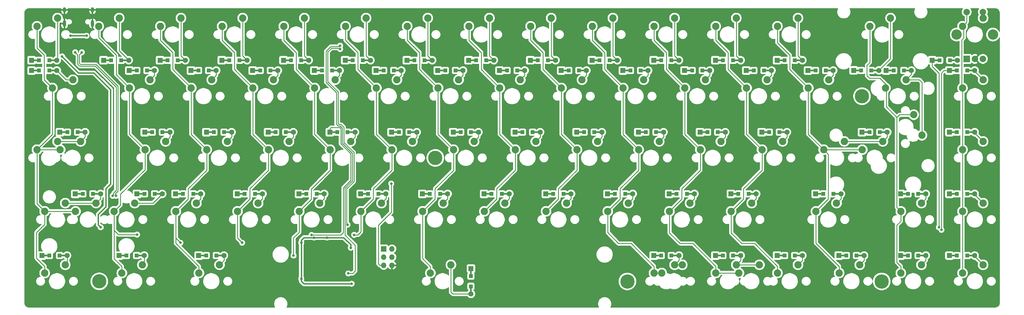
<source format=gtl>
G04 #@! TF.GenerationSoftware,KiCad,Pcbnew,(5.1.4)-1*
G04 #@! TF.CreationDate,2021-11-17T13:21:50+01:00*
G04 #@! TF.ProjectId,mini-eLiXiVy,6d696e69-2d65-44c6-9958-6956792e6b69,1.1*
G04 #@! TF.SameCoordinates,Original*
G04 #@! TF.FileFunction,Copper,L1,Top*
G04 #@! TF.FilePolarity,Positive*
%FSLAX46Y46*%
G04 Gerber Fmt 4.6, Leading zero omitted, Abs format (unit mm)*
G04 Created by KiCad (PCBNEW (5.1.4)-1) date 2021-11-17 13:21:50*
%MOMM*%
%LPD*%
G04 APERTURE LIST*
%ADD10C,2.000000*%
%ADD11C,3.200000*%
%ADD12R,2.000000X2.000000*%
%ADD13O,1.700000X1.700000*%
%ADD14R,1.700000X1.700000*%
%ADD15R,1.200000X1.200000*%
%ADD16R,1.600000X1.600000*%
%ADD17C,1.600000*%
%ADD18R,2.500000X0.500000*%
%ADD19C,2.250000*%
%ADD20R,0.500000X2.500000*%
%ADD21O,1.000000X1.600000*%
%ADD22O,1.000000X2.100000*%
%ADD23C,4.400000*%
%ADD24C,0.800000*%
%ADD25C,0.381000*%
%ADD26C,0.254000*%
%ADD27C,0.250000*%
%ADD28C,0.174000*%
G04 APERTURE END LIST*
D10*
X310454050Y-17631000D03*
X305454050Y-17631000D03*
D11*
X313554050Y-24631000D03*
X302354050Y-24631000D03*
D10*
X310454050Y-32131000D03*
X307954050Y-32131000D03*
D12*
X305454050Y-32131000D03*
D13*
X128016000Y-95885000D03*
X125476000Y-95885000D03*
X128016000Y-93345000D03*
X125476000Y-93345000D03*
X128016000Y-90805000D03*
D14*
X125476000Y-90805000D03*
D15*
X276022000Y-35687000D03*
X272872000Y-35687000D03*
D16*
X270547000Y-35687000D03*
D17*
X278347000Y-35687000D03*
D18*
X271747000Y-35687000D03*
X277147000Y-35687000D03*
D19*
X310515000Y-19526250D03*
X304165000Y-22066250D03*
X291623750Y-55721250D03*
X289083750Y-49371250D03*
X23177500Y-41116250D03*
X29527500Y-38576250D03*
X273208750Y-60166250D03*
X279558750Y-57626250D03*
X304165000Y-41116250D03*
X310515000Y-38576250D03*
D15*
X214300000Y-32543750D03*
X211150000Y-32543750D03*
D16*
X208825000Y-32543750D03*
D17*
X216625000Y-32543750D03*
D18*
X210025000Y-32543750D03*
X215425000Y-32543750D03*
D15*
X305581250Y-92868750D03*
X302431250Y-92868750D03*
D16*
X300106250Y-92868750D03*
D17*
X307906250Y-92868750D03*
D18*
X301306250Y-92868750D03*
X306706250Y-92868750D03*
D15*
X290500000Y-92868750D03*
X287350000Y-92868750D03*
D16*
X285025000Y-92868750D03*
D17*
X292825000Y-92868750D03*
D18*
X286225000Y-92868750D03*
X291625000Y-92868750D03*
D15*
X271450000Y-92868750D03*
X268300000Y-92868750D03*
D16*
X265975000Y-92868750D03*
D17*
X273775000Y-92868750D03*
D18*
X267175000Y-92868750D03*
X272575000Y-92868750D03*
D15*
X252400000Y-92868750D03*
X249250000Y-92868750D03*
D16*
X246925000Y-92868750D03*
D17*
X254725000Y-92868750D03*
D18*
X248125000Y-92868750D03*
X253525000Y-92868750D03*
D15*
X233350000Y-92868750D03*
X230200000Y-92868750D03*
D16*
X227875000Y-92868750D03*
D17*
X235675000Y-92868750D03*
D18*
X229075000Y-92868750D03*
X234475000Y-92868750D03*
D15*
X214300000Y-92868750D03*
X211150000Y-92868750D03*
D16*
X208825000Y-92868750D03*
D17*
X216625000Y-92868750D03*
D18*
X210025000Y-92868750D03*
X215425000Y-92868750D03*
D15*
X152400000Y-102381250D03*
X152400000Y-99231250D03*
D16*
X152400000Y-96906250D03*
D17*
X152400000Y-104706250D03*
D20*
X152400000Y-98106250D03*
X152400000Y-103506250D03*
D15*
X73806250Y-92868750D03*
X70656250Y-92868750D03*
D16*
X68331250Y-92868750D03*
D17*
X76131250Y-92868750D03*
D18*
X69531250Y-92868750D03*
X74931250Y-92868750D03*
D15*
X49200000Y-92868750D03*
X46050000Y-92868750D03*
D16*
X43725000Y-92868750D03*
D17*
X51525000Y-92868750D03*
D18*
X44925000Y-92868750D03*
X50325000Y-92868750D03*
D15*
X25387500Y-92868750D03*
X22237500Y-92868750D03*
D16*
X19912500Y-92868750D03*
D17*
X27712500Y-92868750D03*
D18*
X21112500Y-92868750D03*
X26512500Y-92868750D03*
D15*
X305581250Y-73818750D03*
X302431250Y-73818750D03*
D16*
X300106250Y-73818750D03*
D17*
X307906250Y-73818750D03*
D18*
X301306250Y-73818750D03*
X306706250Y-73818750D03*
D15*
X290500000Y-73818750D03*
X287350000Y-73818750D03*
D16*
X285025000Y-73818750D03*
D17*
X292825000Y-73818750D03*
D18*
X286225000Y-73818750D03*
X291625000Y-73818750D03*
D15*
X264306250Y-73818750D03*
X261156250Y-73818750D03*
D16*
X258831250Y-73818750D03*
D17*
X266631250Y-73818750D03*
D18*
X260031250Y-73818750D03*
X265431250Y-73818750D03*
D15*
X238112500Y-73818750D03*
X234962500Y-73818750D03*
D16*
X232637500Y-73818750D03*
D17*
X240437500Y-73818750D03*
D18*
X233837500Y-73818750D03*
X239237500Y-73818750D03*
D15*
X219062500Y-73818750D03*
X215912500Y-73818750D03*
D16*
X213587500Y-73818750D03*
D17*
X221387500Y-73818750D03*
D18*
X214787500Y-73818750D03*
X220187500Y-73818750D03*
D15*
X200012500Y-73818750D03*
X196862500Y-73818750D03*
D16*
X194537500Y-73818750D03*
D17*
X202337500Y-73818750D03*
D18*
X195737500Y-73818750D03*
X201137500Y-73818750D03*
D15*
X180962500Y-73818750D03*
X177812500Y-73818750D03*
D16*
X175487500Y-73818750D03*
D17*
X183287500Y-73818750D03*
D18*
X176687500Y-73818750D03*
X182087500Y-73818750D03*
D15*
X161912500Y-73818750D03*
X158762500Y-73818750D03*
D16*
X156437500Y-73818750D03*
D17*
X164237500Y-73818750D03*
D18*
X157637500Y-73818750D03*
X163037500Y-73818750D03*
D15*
X142862500Y-73818750D03*
X139712500Y-73818750D03*
D16*
X137387500Y-73818750D03*
D17*
X145187500Y-73818750D03*
D18*
X138587500Y-73818750D03*
X143987500Y-73818750D03*
D15*
X123812500Y-73818750D03*
X120662500Y-73818750D03*
D16*
X118337500Y-73818750D03*
D17*
X126137500Y-73818750D03*
D18*
X119537500Y-73818750D03*
X124937500Y-73818750D03*
D15*
X104762500Y-73818750D03*
X101612500Y-73818750D03*
D16*
X99287500Y-73818750D03*
D17*
X107087500Y-73818750D03*
D18*
X100487500Y-73818750D03*
X105887500Y-73818750D03*
D15*
X85712500Y-73818750D03*
X82562500Y-73818750D03*
D16*
X80237500Y-73818750D03*
D17*
X88037500Y-73818750D03*
D18*
X81437500Y-73818750D03*
X86837500Y-73818750D03*
D15*
X66662500Y-73818750D03*
X63512500Y-73818750D03*
D16*
X61187500Y-73818750D03*
D17*
X68987500Y-73818750D03*
D18*
X62387500Y-73818750D03*
X67787500Y-73818750D03*
D15*
X54756250Y-73818750D03*
X51606250Y-73818750D03*
D16*
X49281250Y-73818750D03*
D17*
X57081250Y-73818750D03*
D18*
X50481250Y-73818750D03*
X55881250Y-73818750D03*
D15*
X35706250Y-73818750D03*
X32556250Y-73818750D03*
D16*
X30231250Y-73818750D03*
D17*
X38031250Y-73818750D03*
D18*
X31431250Y-73818750D03*
X36831250Y-73818750D03*
D15*
X305581250Y-54768750D03*
X302431250Y-54768750D03*
D16*
X300106250Y-54768750D03*
D17*
X307906250Y-54768750D03*
D18*
X301306250Y-54768750D03*
X306706250Y-54768750D03*
D15*
X278593750Y-54768750D03*
X275443750Y-54768750D03*
D16*
X273118750Y-54768750D03*
D17*
X280918750Y-54768750D03*
D18*
X274318750Y-54768750D03*
X279718750Y-54768750D03*
D15*
X247637500Y-54768750D03*
X244487500Y-54768750D03*
D16*
X242162500Y-54768750D03*
D17*
X249962500Y-54768750D03*
D18*
X243362500Y-54768750D03*
X248762500Y-54768750D03*
D15*
X228587500Y-54768750D03*
X225437500Y-54768750D03*
D16*
X223112500Y-54768750D03*
D17*
X230912500Y-54768750D03*
D18*
X224312500Y-54768750D03*
X229712500Y-54768750D03*
D15*
X209537500Y-54768750D03*
X206387500Y-54768750D03*
D16*
X204062500Y-54768750D03*
D17*
X211862500Y-54768750D03*
D18*
X205262500Y-54768750D03*
X210662500Y-54768750D03*
D15*
X190487500Y-54768750D03*
X187337500Y-54768750D03*
D16*
X185012500Y-54768750D03*
D17*
X192812500Y-54768750D03*
D18*
X186212500Y-54768750D03*
X191612500Y-54768750D03*
D15*
X171437500Y-54768750D03*
X168287500Y-54768750D03*
D16*
X165962500Y-54768750D03*
D17*
X173762500Y-54768750D03*
D18*
X167162500Y-54768750D03*
X172562500Y-54768750D03*
D15*
X152387500Y-54768750D03*
X149237500Y-54768750D03*
D16*
X146912500Y-54768750D03*
D17*
X154712500Y-54768750D03*
D18*
X148112500Y-54768750D03*
X153512500Y-54768750D03*
D15*
X133337500Y-54768750D03*
X130187500Y-54768750D03*
D16*
X127862500Y-54768750D03*
D17*
X135662500Y-54768750D03*
D18*
X129062500Y-54768750D03*
X134462500Y-54768750D03*
D15*
X114287500Y-54768750D03*
X111137500Y-54768750D03*
D16*
X108812500Y-54768750D03*
D17*
X116612500Y-54768750D03*
D18*
X110012500Y-54768750D03*
X115412500Y-54768750D03*
D15*
X95237500Y-54768750D03*
X92087500Y-54768750D03*
D16*
X89762500Y-54768750D03*
D17*
X97562500Y-54768750D03*
D18*
X90962500Y-54768750D03*
X96362500Y-54768750D03*
D15*
X76187500Y-54768750D03*
X73037500Y-54768750D03*
D16*
X70712500Y-54768750D03*
D17*
X78512500Y-54768750D03*
D18*
X71912500Y-54768750D03*
X77312500Y-54768750D03*
D15*
X57137500Y-54768750D03*
X53987500Y-54768750D03*
D16*
X51662500Y-54768750D03*
D17*
X59462500Y-54768750D03*
D18*
X52862500Y-54768750D03*
X58262500Y-54768750D03*
D15*
X30943750Y-54768750D03*
X27793750Y-54768750D03*
D16*
X25468750Y-54768750D03*
D17*
X33268750Y-54768750D03*
D18*
X26668750Y-54768750D03*
X32068750Y-54768750D03*
D15*
X305581250Y-35718750D03*
X302431250Y-35718750D03*
D16*
X300106250Y-35718750D03*
D17*
X307906250Y-35718750D03*
D18*
X301306250Y-35718750D03*
X306706250Y-35718750D03*
D15*
X286055000Y-35718750D03*
X282905000Y-35718750D03*
D16*
X280580000Y-35718750D03*
D17*
X288380000Y-35718750D03*
D18*
X281780000Y-35718750D03*
X287180000Y-35718750D03*
D15*
X261925000Y-35718750D03*
X258775000Y-35718750D03*
D16*
X256450000Y-35718750D03*
D17*
X264250000Y-35718750D03*
D18*
X257650000Y-35718750D03*
X263050000Y-35718750D03*
D15*
X242875000Y-35718750D03*
X239725000Y-35718750D03*
D16*
X237400000Y-35718750D03*
D17*
X245200000Y-35718750D03*
D18*
X238600000Y-35718750D03*
X244000000Y-35718750D03*
D15*
X223825000Y-35718750D03*
X220675000Y-35718750D03*
D16*
X218350000Y-35718750D03*
D17*
X226150000Y-35718750D03*
D18*
X219550000Y-35718750D03*
X224950000Y-35718750D03*
D15*
X204775000Y-35718750D03*
X201625000Y-35718750D03*
D16*
X199300000Y-35718750D03*
D17*
X207100000Y-35718750D03*
D18*
X200500000Y-35718750D03*
X205900000Y-35718750D03*
D15*
X185725000Y-35718750D03*
X182575000Y-35718750D03*
D16*
X180250000Y-35718750D03*
D17*
X188050000Y-35718750D03*
D18*
X181450000Y-35718750D03*
X186850000Y-35718750D03*
D15*
X166675000Y-35718750D03*
X163525000Y-35718750D03*
D16*
X161200000Y-35718750D03*
D17*
X169000000Y-35718750D03*
D18*
X162400000Y-35718750D03*
X167800000Y-35718750D03*
D15*
X147625000Y-35718750D03*
X144475000Y-35718750D03*
D16*
X142150000Y-35718750D03*
D17*
X149950000Y-35718750D03*
D18*
X143350000Y-35718750D03*
X148750000Y-35718750D03*
D15*
X128575000Y-35718750D03*
X125425000Y-35718750D03*
D16*
X123100000Y-35718750D03*
D17*
X130900000Y-35718750D03*
D18*
X124300000Y-35718750D03*
X129700000Y-35718750D03*
D15*
X109525000Y-35718750D03*
X106375000Y-35718750D03*
D16*
X104050000Y-35718750D03*
D17*
X111850000Y-35718750D03*
D18*
X105250000Y-35718750D03*
X110650000Y-35718750D03*
D15*
X90475000Y-35718750D03*
X87325000Y-35718750D03*
D16*
X85000000Y-35718750D03*
D17*
X92800000Y-35718750D03*
D18*
X86200000Y-35718750D03*
X91600000Y-35718750D03*
D15*
X71425000Y-35718750D03*
X68275000Y-35718750D03*
D16*
X65950000Y-35718750D03*
D17*
X73750000Y-35718750D03*
D18*
X67150000Y-35718750D03*
X72550000Y-35718750D03*
D15*
X52375000Y-35718750D03*
X49225000Y-35718750D03*
D16*
X46900000Y-35718750D03*
D17*
X54700000Y-35718750D03*
D18*
X48100000Y-35718750D03*
X53500000Y-35718750D03*
D15*
X22212500Y-35718750D03*
X19062500Y-35718750D03*
D16*
X16737500Y-35718750D03*
D17*
X24537500Y-35718750D03*
D18*
X17937500Y-35718750D03*
X23337500Y-35718750D03*
D15*
X300247250Y-32543750D03*
X297097250Y-32543750D03*
D16*
X294772250Y-32543750D03*
D17*
X302572250Y-32543750D03*
D18*
X295972250Y-32543750D03*
X301372250Y-32543750D03*
D15*
X252400000Y-32543750D03*
X249250000Y-32543750D03*
D16*
X246925000Y-32543750D03*
D17*
X254725000Y-32543750D03*
D18*
X248125000Y-32543750D03*
X253525000Y-32543750D03*
D15*
X233350000Y-32543750D03*
X230200000Y-32543750D03*
D16*
X227875000Y-32543750D03*
D17*
X235675000Y-32543750D03*
D18*
X229075000Y-32543750D03*
X234475000Y-32543750D03*
D15*
X195250000Y-32543750D03*
X192100000Y-32543750D03*
D16*
X189775000Y-32543750D03*
D17*
X197575000Y-32543750D03*
D18*
X190975000Y-32543750D03*
X196375000Y-32543750D03*
D15*
X176200000Y-32543750D03*
X173050000Y-32543750D03*
D16*
X170725000Y-32543750D03*
D17*
X178525000Y-32543750D03*
D18*
X171925000Y-32543750D03*
X177325000Y-32543750D03*
D15*
X157150000Y-32543750D03*
X154000000Y-32543750D03*
D16*
X151675000Y-32543750D03*
D17*
X159475000Y-32543750D03*
D18*
X152875000Y-32543750D03*
X158275000Y-32543750D03*
D15*
X138100000Y-32543750D03*
X134950000Y-32543750D03*
D16*
X132625000Y-32543750D03*
D17*
X140425000Y-32543750D03*
D18*
X133825000Y-32543750D03*
X139225000Y-32543750D03*
D15*
X119050000Y-32543750D03*
X115900000Y-32543750D03*
D16*
X113575000Y-32543750D03*
D17*
X121375000Y-32543750D03*
D18*
X114775000Y-32543750D03*
X120175000Y-32543750D03*
D15*
X100000000Y-32543750D03*
X96850000Y-32543750D03*
D16*
X94525000Y-32543750D03*
D17*
X102325000Y-32543750D03*
D18*
X95725000Y-32543750D03*
X101125000Y-32543750D03*
D15*
X80950000Y-32543750D03*
X77800000Y-32543750D03*
D16*
X75475000Y-32543750D03*
D17*
X83275000Y-32543750D03*
D18*
X76675000Y-32543750D03*
X82075000Y-32543750D03*
D15*
X61900000Y-32543750D03*
X58750000Y-32543750D03*
D16*
X56425000Y-32543750D03*
D17*
X64225000Y-32543750D03*
D18*
X57625000Y-32543750D03*
X63025000Y-32543750D03*
D15*
X44437500Y-32543750D03*
X41287500Y-32543750D03*
D16*
X38962500Y-32543750D03*
D17*
X46762500Y-32543750D03*
D18*
X40162500Y-32543750D03*
X45562500Y-32543750D03*
D15*
X22212500Y-32543750D03*
X19062500Y-32543750D03*
D16*
X16737500Y-32543750D03*
D17*
X24537500Y-32543750D03*
D18*
X17937500Y-32543750D03*
X23337500Y-32543750D03*
D19*
X37465000Y-22066250D03*
X43815000Y-19526250D03*
X94615000Y-22066250D03*
X100965000Y-19526250D03*
D21*
X35562000Y-17020850D03*
X26922000Y-17020850D03*
D22*
X35562000Y-21200850D03*
X26922000Y-21200850D03*
D19*
X137477500Y-79216250D03*
X143827500Y-76676250D03*
X108902500Y-60166250D03*
X115252500Y-57626250D03*
X266065000Y-98266250D03*
X272415000Y-95726250D03*
X194627500Y-79216250D03*
X200977500Y-76676250D03*
X218440000Y-41116250D03*
X224790000Y-38576250D03*
X142240000Y-41116250D03*
X148590000Y-38576250D03*
X56515000Y-22066250D03*
X62865000Y-19526250D03*
X30321250Y-79216250D03*
X36671250Y-76676250D03*
X118427500Y-79216250D03*
X124777500Y-76676250D03*
D23*
X279209500Y-100857050D03*
X273138900Y-43656250D03*
X200704450Y-100857050D03*
X141401800Y-62706250D03*
X37642800Y-100844350D03*
X37642800Y-43707050D03*
D19*
X61277500Y-79216250D03*
X67627500Y-76676250D03*
X80327500Y-79216250D03*
X86677500Y-76676250D03*
X66040000Y-41116250D03*
X72390000Y-38576250D03*
X161290000Y-41116250D03*
X167640000Y-38576250D03*
X304165000Y-79216250D03*
X310515000Y-76676250D03*
X123190000Y-41116250D03*
X129540000Y-38576250D03*
X18415000Y-60166250D03*
X24765000Y-57626250D03*
X70802500Y-60166250D03*
X77152500Y-57626250D03*
X247015000Y-98266250D03*
X253365000Y-95726250D03*
X104140000Y-41116250D03*
X110490000Y-38576250D03*
X46990000Y-41116250D03*
X53340000Y-38576250D03*
X199390000Y-41116250D03*
X205740000Y-38576250D03*
X156527500Y-79216250D03*
X162877500Y-76676250D03*
X175577500Y-79216250D03*
X181927500Y-76676250D03*
X42227500Y-79216250D03*
X48577500Y-76676250D03*
X208915000Y-98266250D03*
X215265000Y-95726250D03*
X204152500Y-60166250D03*
X210502500Y-57626250D03*
X185102500Y-60166250D03*
X191452500Y-57626250D03*
X166052500Y-60166250D03*
X172402500Y-57626250D03*
X261302500Y-60166250D03*
X267652500Y-57626250D03*
X304165000Y-60166250D03*
X310515000Y-57626250D03*
X180340000Y-41116250D03*
X186690000Y-38576250D03*
X147002500Y-60166250D03*
X153352500Y-57626250D03*
X127952500Y-60166250D03*
X134302500Y-57626250D03*
X227965000Y-98266250D03*
X234315000Y-95726250D03*
X18415000Y-22066250D03*
X24765000Y-19526250D03*
X247015000Y-22066250D03*
X253365000Y-19526250D03*
X85090000Y-41116250D03*
X91440000Y-38576250D03*
X227965000Y-22066250D03*
X234315000Y-19526250D03*
X89852500Y-60166250D03*
X96202500Y-57626250D03*
X99377500Y-79216250D03*
X105727500Y-76676250D03*
X285115000Y-79216250D03*
X291465000Y-76676250D03*
X304165000Y-98266250D03*
X310515000Y-95726250D03*
X285115000Y-98266250D03*
X291465000Y-95726250D03*
X51752500Y-60166250D03*
X58102500Y-57626250D03*
X256540000Y-41116250D03*
X262890000Y-38576250D03*
X237490000Y-41116250D03*
X243840000Y-38576250D03*
X223202500Y-60166250D03*
X229552500Y-57626250D03*
X139858750Y-98266250D03*
X146208750Y-95726250D03*
X275590000Y-22066250D03*
X281940000Y-19526250D03*
X25558750Y-60166250D03*
X31908750Y-57626250D03*
X258921250Y-79216250D03*
X265271250Y-76676250D03*
X280352500Y-41116250D03*
X286702500Y-38576250D03*
X211296250Y-98266250D03*
X217646250Y-95726250D03*
X44608750Y-98266250D03*
X50958750Y-95726250D03*
X20796250Y-79216250D03*
X27146250Y-76676250D03*
X20796250Y-98266250D03*
X27146250Y-95726250D03*
X68421250Y-98266250D03*
X74771250Y-95726250D03*
X235108750Y-98266250D03*
X241458750Y-95726250D03*
X232727500Y-79216250D03*
X239077500Y-76676250D03*
X242252500Y-60166250D03*
X248602500Y-57626250D03*
X189865000Y-22066250D03*
X196215000Y-19526250D03*
X170815000Y-22066250D03*
X177165000Y-19526250D03*
X151765000Y-22066250D03*
X158115000Y-19526250D03*
X132715000Y-22066250D03*
X139065000Y-19526250D03*
X113665000Y-22066250D03*
X120015000Y-19526250D03*
X75565000Y-22066250D03*
X81915000Y-19526250D03*
X208915000Y-22066250D03*
X215265000Y-19526250D03*
X213677500Y-79216250D03*
X220027500Y-76676250D03*
D24*
X103981250Y-87312500D03*
X100012500Y-88900000D03*
X100012500Y-100012500D03*
X107950000Y-87312500D03*
X115570000Y-101568250D03*
X26162000Y-31369000D03*
X38100000Y-84140651D03*
X115281000Y-90462443D03*
X296862500Y-84137500D03*
X297656250Y-84931250D03*
X103187500Y-86518750D03*
X28790900Y-24987250D03*
X33719000Y-24987250D03*
X127793750Y-70643750D03*
X49329692Y-86401558D03*
X62706250Y-88900000D03*
X81756250Y-88900000D03*
X97631250Y-92868750D03*
X116332000Y-86487000D03*
X32258000Y-30099000D03*
X42816000Y-74422000D03*
X30226000Y-30099000D03*
X41766000Y-74422000D03*
X114522250Y-98383250D03*
X112014000Y-28050000D03*
X114300000Y-83343750D03*
X112014000Y-29100000D03*
D25*
X100012500Y-100012500D02*
X100012500Y-88900000D01*
X100012500Y-88900000D02*
X100012500Y-88106250D01*
X100012500Y-88106250D02*
X100806250Y-87312500D01*
X100806250Y-87312500D02*
X103981250Y-87312500D01*
X107950000Y-87312500D02*
X103981250Y-87312500D01*
X100012500Y-100806250D02*
X100012500Y-100012500D01*
X100806250Y-101600000D02*
X100012500Y-100806250D01*
X115570000Y-101568250D02*
X115538250Y-101600000D01*
X115538250Y-101600000D02*
X100806250Y-101600000D01*
X35941000Y-36449000D02*
X31242000Y-36449000D01*
X31242000Y-36449000D02*
X26162000Y-31369000D01*
X41148000Y-41656000D02*
X35941000Y-36449000D01*
X39687500Y-72231250D02*
X41148000Y-70770750D01*
X41148000Y-70770750D02*
X41148000Y-41656000D01*
X38103151Y-84140651D02*
X37306250Y-83343750D01*
X37306250Y-83343750D02*
X37306250Y-80168750D01*
X39687500Y-77787500D02*
X39687500Y-72231250D01*
X37306250Y-80168750D02*
X39687500Y-77787500D01*
X115281000Y-89881000D02*
X115281000Y-90462443D01*
X115281000Y-89500000D02*
X115281000Y-89881000D01*
X107950000Y-87312500D02*
X113093500Y-87312500D01*
X113093500Y-87312500D02*
X115281000Y-89500000D01*
D26*
X43815000Y-29596250D02*
X46762500Y-32543750D01*
X43815000Y-19526250D02*
X43815000Y-29596250D01*
X296862500Y-84137500D02*
X296862500Y-36512500D01*
X294772250Y-34422250D02*
X296862500Y-36512500D01*
X294772250Y-32543750D02*
X294772250Y-34422250D01*
X62865000Y-31183750D02*
X64225000Y-32543750D01*
X62865000Y-19526250D02*
X62865000Y-31183750D01*
X81915000Y-31183750D02*
X83275000Y-32543750D01*
X81915000Y-19526250D02*
X81915000Y-31183750D01*
X100965000Y-31183750D02*
X102325000Y-32543750D01*
X100965000Y-19526250D02*
X100965000Y-31183750D01*
X120015000Y-31183750D02*
X121375000Y-32543750D01*
X120015000Y-19526250D02*
X120015000Y-31183750D01*
X139625001Y-31743751D02*
X140425000Y-32543750D01*
X139065000Y-31183750D02*
X139625001Y-31743751D01*
X139065000Y-19526250D02*
X139065000Y-31183750D01*
X158115000Y-31183750D02*
X159475000Y-32543750D01*
X158115000Y-19526250D02*
X158115000Y-31183750D01*
X177165000Y-31183750D02*
X178525000Y-32543750D01*
X177165000Y-19526250D02*
X177165000Y-31183750D01*
X196215000Y-31183750D02*
X197575000Y-32543750D01*
X196215000Y-19526250D02*
X196215000Y-31183750D01*
X215265000Y-31183750D02*
X216625000Y-32543750D01*
X215265000Y-19526250D02*
X215265000Y-31183750D01*
X234315000Y-31183750D02*
X235675000Y-32543750D01*
X234315000Y-19526250D02*
X234315000Y-31183750D01*
X253365000Y-31183750D02*
X253365000Y-19526250D01*
X254725000Y-32543750D02*
X253365000Y-31183750D01*
X281940000Y-32094000D02*
X281940000Y-19526250D01*
X278347000Y-35687000D02*
X281940000Y-32094000D01*
X27395000Y-38576250D02*
X24537500Y-35718750D01*
X29527500Y-38576250D02*
X27395000Y-38576250D01*
X54700000Y-37216250D02*
X54700000Y-35718750D01*
X53340000Y-38576250D02*
X54700000Y-37216250D01*
X297656250Y-84931250D02*
X297656250Y-36512500D01*
X297656250Y-36512500D02*
X298450000Y-35718750D01*
X298450000Y-35718750D02*
X300106250Y-35718750D01*
X73750000Y-37216250D02*
X73750000Y-35718750D01*
X72390000Y-38576250D02*
X73750000Y-37216250D01*
X92800000Y-37216250D02*
X92800000Y-35718750D01*
X91440000Y-38576250D02*
X92800000Y-37216250D01*
X111850000Y-37216250D02*
X111850000Y-35718750D01*
X110490000Y-38576250D02*
X111850000Y-37216250D01*
X130900000Y-37216250D02*
X130900000Y-35718750D01*
X129540000Y-38576250D02*
X130900000Y-37216250D01*
X149950000Y-37216250D02*
X148590000Y-38576250D01*
X149950000Y-35718750D02*
X149950000Y-37216250D01*
X169000000Y-37216250D02*
X169000000Y-35718750D01*
X167640000Y-38576250D02*
X169000000Y-37216250D01*
X188050000Y-37216250D02*
X188050000Y-35718750D01*
X186690000Y-38576250D02*
X188050000Y-37216250D01*
X207100000Y-37216250D02*
X207100000Y-35718750D01*
X205740000Y-38576250D02*
X207100000Y-37216250D01*
X226150000Y-37216250D02*
X226150000Y-35718750D01*
X224790000Y-38576250D02*
X226150000Y-37216250D01*
X245200000Y-37216250D02*
X245200000Y-35718750D01*
X243840000Y-38576250D02*
X245200000Y-37216250D01*
X264250000Y-37216250D02*
X264250000Y-35718750D01*
X262890000Y-38576250D02*
X264250000Y-37216250D01*
X291623750Y-41592500D02*
X291623750Y-55721250D01*
X291623750Y-39370000D02*
X291623750Y-41592500D01*
X290830000Y-38576250D02*
X291623750Y-39370000D01*
X286702500Y-38576250D02*
X290830000Y-38576250D01*
X288380000Y-36898750D02*
X286702500Y-38576250D01*
X288380000Y-35718750D02*
X288380000Y-36898750D01*
X307906250Y-35967500D02*
X307906250Y-35718750D01*
X310515000Y-38576250D02*
X307906250Y-35967500D01*
X24765000Y-57626250D02*
X31908750Y-57626250D01*
X33268750Y-56266250D02*
X33268750Y-54768750D01*
X31908750Y-57626250D02*
X33268750Y-56266250D01*
X59462500Y-56266250D02*
X59462500Y-54768750D01*
X58102500Y-57626250D02*
X59462500Y-56266250D01*
X108812500Y-53714750D02*
X108812500Y-54768750D01*
X111887000Y-53340000D02*
X109187250Y-53340000D01*
X112200991Y-53653991D02*
X111887000Y-53340000D01*
X109187250Y-53340000D02*
X108812500Y-53714750D01*
X112200991Y-58329783D02*
X112200991Y-53653991D01*
X115316000Y-69619208D02*
X115316000Y-61444792D01*
X112268000Y-86518750D02*
X113030000Y-85725000D01*
X115316000Y-61444792D02*
X112200991Y-58329783D01*
X103187500Y-86518750D02*
X112268000Y-86518750D01*
X113030000Y-85725000D02*
X113030000Y-72136000D01*
X113030000Y-72136000D02*
X113054240Y-72111760D01*
X113054240Y-72111760D02*
X113054241Y-71880967D01*
X113054241Y-71880967D02*
X115316000Y-69619208D01*
X78512500Y-56266250D02*
X78512500Y-54768750D01*
X77152500Y-57626250D02*
X78512500Y-56266250D01*
X97562500Y-56266250D02*
X97562500Y-54768750D01*
X96202500Y-57626250D02*
X97562500Y-56266250D01*
X116612500Y-56266250D02*
X116612500Y-54768750D01*
X115252500Y-57626250D02*
X116612500Y-56266250D01*
X135662500Y-56266250D02*
X135662500Y-54768750D01*
X134302500Y-57626250D02*
X135662500Y-56266250D01*
X154712500Y-56266250D02*
X154712500Y-54768750D01*
X153352500Y-57626250D02*
X154712500Y-56266250D01*
X173762500Y-56266250D02*
X173762500Y-54768750D01*
X172402500Y-57626250D02*
X173762500Y-56266250D01*
X192812500Y-56266250D02*
X192812500Y-54768750D01*
X191452500Y-57626250D02*
X192812500Y-56266250D01*
X211862500Y-56266250D02*
X211862500Y-54768750D01*
X210502500Y-57626250D02*
X211862500Y-56266250D01*
X230912500Y-56266250D02*
X230912500Y-54768750D01*
X229552500Y-57626250D02*
X230912500Y-56266250D01*
X249962500Y-56266250D02*
X249962500Y-54768750D01*
X248602500Y-57626250D02*
X249962500Y-56266250D01*
X280918750Y-56266250D02*
X280918750Y-54768750D01*
X279558750Y-57626250D02*
X280918750Y-56266250D01*
X267652500Y-57626250D02*
X279558750Y-57626250D01*
X307906250Y-55017500D02*
X307906250Y-54768750D01*
X310515000Y-57626250D02*
X307906250Y-55017500D01*
X56281251Y-74618749D02*
X57081250Y-73818750D01*
X54223750Y-76676250D02*
X56281251Y-74618749D01*
X48577500Y-76676250D02*
X54223750Y-76676250D01*
X68987500Y-75316250D02*
X68987500Y-73818750D01*
X67627500Y-76676250D02*
X68987500Y-75316250D01*
X88037500Y-75316250D02*
X88037500Y-73818750D01*
X86677500Y-76676250D02*
X88037500Y-75316250D01*
X107087500Y-75316250D02*
X107087500Y-73818750D01*
X105727500Y-76676250D02*
X107087500Y-75316250D01*
X126201000Y-75252750D02*
X126201000Y-73755250D01*
X124777500Y-76676250D02*
X126201000Y-75252750D01*
X145187500Y-75316250D02*
X145187500Y-73818750D01*
X143827500Y-76676250D02*
X145187500Y-75316250D01*
X164237500Y-75316250D02*
X164237500Y-73818750D01*
X162877500Y-76676250D02*
X164237500Y-75316250D01*
X183287500Y-75316250D02*
X183287500Y-73818750D01*
X181927500Y-76676250D02*
X183287500Y-75316250D01*
X202337500Y-75316250D02*
X202337500Y-73818750D01*
X200977500Y-76676250D02*
X202337500Y-75316250D01*
X221387500Y-75316250D02*
X221387500Y-73818750D01*
X220027500Y-76676250D02*
X221387500Y-75316250D01*
X240437500Y-75316250D02*
X240437500Y-73818750D01*
X239077500Y-76676250D02*
X240437500Y-75316250D01*
X266631250Y-75316250D02*
X266631250Y-73818750D01*
X265271250Y-76676250D02*
X266631250Y-75316250D01*
X292825000Y-75316250D02*
X292825000Y-73818750D01*
X291465000Y-76676250D02*
X292825000Y-75316250D01*
X307906250Y-74067500D02*
X307906250Y-73818750D01*
X310515000Y-76676250D02*
X307906250Y-74067500D01*
X27744250Y-95128250D02*
X27146250Y-95726250D01*
X27744250Y-92868750D02*
X27744250Y-95128250D01*
X51556750Y-95128250D02*
X50958750Y-95726250D01*
X51556750Y-92868750D02*
X51556750Y-95128250D01*
X76131250Y-94366250D02*
X76131250Y-92868750D01*
X74771250Y-95726250D02*
X76131250Y-94366250D01*
X146208750Y-95726250D02*
X146208750Y-104140000D01*
X146775000Y-104706250D02*
X146208750Y-104140000D01*
X152400000Y-104706250D02*
X146775000Y-104706250D01*
X215265000Y-95726250D02*
X217646250Y-95726250D01*
X216625000Y-94366250D02*
X215265000Y-95726250D01*
X216625000Y-92868750D02*
X216625000Y-94366250D01*
X234315000Y-95726250D02*
X241458750Y-95726250D01*
X235675000Y-94366250D02*
X234315000Y-95726250D01*
X235675000Y-92868750D02*
X235675000Y-94366250D01*
X254725000Y-94366250D02*
X254725000Y-92868750D01*
X253365000Y-95726250D02*
X254725000Y-94366250D01*
X273775000Y-94366250D02*
X273775000Y-92868750D01*
X272415000Y-95726250D02*
X273775000Y-94366250D01*
X292825000Y-94366250D02*
X292825000Y-92868750D01*
X291465000Y-95726250D02*
X292825000Y-94366250D01*
X310515000Y-95726250D02*
X307906250Y-93117500D01*
X307906250Y-93117500D02*
X307906250Y-92868750D01*
D25*
X28790900Y-24987250D02*
X33719000Y-24987250D01*
D26*
X124273919Y-95885000D02*
X125476000Y-95885000D01*
X123825000Y-95436081D02*
X124273919Y-95885000D01*
X123825000Y-83469788D02*
X123825000Y-95436081D01*
X127793750Y-79501038D02*
X123825000Y-83469788D01*
X127793750Y-70643750D02*
X127793750Y-79501038D01*
X211296250Y-98266250D02*
X208915000Y-98266250D01*
X199390000Y-55403750D02*
X199390000Y-41116250D01*
X204152500Y-60166250D02*
X199390000Y-55403750D01*
X199390000Y-41116250D02*
X193675000Y-35401250D01*
X193675000Y-35401250D02*
X193675000Y-30162500D01*
X189865000Y-26352500D02*
X189865000Y-22066250D01*
X193675000Y-30162500D02*
X189865000Y-26352500D01*
X204152500Y-66516250D02*
X204152500Y-60166250D01*
X198437500Y-72231250D02*
X204152500Y-66516250D01*
X194627500Y-79216250D02*
X198437500Y-75406250D01*
X198437500Y-75406250D02*
X198437500Y-72231250D01*
X208915000Y-96202500D02*
X208915000Y-98266250D01*
X201866500Y-89154000D02*
X208915000Y-96202500D01*
X197897750Y-89154000D02*
X201866500Y-89154000D01*
X197643750Y-88900000D02*
X197897750Y-89154000D01*
X194627500Y-79216250D02*
X194627500Y-85725000D01*
X194627500Y-85725000D02*
X197643750Y-88900000D01*
X218440000Y-55403750D02*
X218440000Y-41116250D01*
X223202500Y-60166250D02*
X218440000Y-55403750D01*
X212725000Y-35401250D02*
X218440000Y-41116250D01*
X212725000Y-30162500D02*
X212725000Y-35401250D01*
X208915000Y-26352500D02*
X212725000Y-30162500D01*
X208915000Y-22066250D02*
X208915000Y-26352500D01*
X223202500Y-66516250D02*
X223202500Y-60166250D01*
X217487500Y-72231250D02*
X223202500Y-66516250D01*
X213677500Y-79216250D02*
X217487500Y-75406250D01*
X217487500Y-75406250D02*
X217487500Y-72231250D01*
X233517760Y-98266250D02*
X227965000Y-98266250D01*
X235108750Y-98266250D02*
X233517760Y-98266250D01*
X227965000Y-96202500D02*
X227965000Y-98266250D01*
X220916500Y-89154000D02*
X227965000Y-96202500D01*
X216947750Y-89154000D02*
X220916500Y-89154000D01*
X213677500Y-79216250D02*
X213677500Y-85883750D01*
X213677500Y-85883750D02*
X216947750Y-89154000D01*
X46990000Y-55403750D02*
X46990000Y-41116250D01*
X51752500Y-60166250D02*
X46990000Y-55403750D01*
X44608750Y-98266250D02*
X44608750Y-96202500D01*
X44608750Y-96202500D02*
X42227500Y-93821250D01*
X42227500Y-79216250D02*
X42227500Y-84296250D01*
X42862500Y-36988750D02*
X42862500Y-30956250D01*
X46990000Y-41116250D02*
X42862500Y-36988750D01*
X37465000Y-22066250D02*
X37465000Y-25558750D01*
X37465000Y-25558750D02*
X42862500Y-30956250D01*
X51752500Y-66316768D02*
X51752500Y-60166250D01*
X44186499Y-73882769D02*
X51752500Y-66316768D01*
X44186499Y-77257251D02*
X44186499Y-73882769D01*
X42227500Y-79216250D02*
X44186499Y-77257251D01*
X42227500Y-85090000D02*
X42227500Y-93821250D01*
X42227500Y-84296250D02*
X42227500Y-84772500D01*
X42227500Y-84772500D02*
X42227500Y-85090000D01*
X42227500Y-85090000D02*
X43539058Y-86401558D01*
X43539058Y-86401558D02*
X49329692Y-86401558D01*
X66040000Y-55403750D02*
X66040000Y-41116250D01*
X70802500Y-60166250D02*
X66040000Y-55403750D01*
X60325000Y-35401250D02*
X66040000Y-41116250D01*
X60325000Y-30162500D02*
X60325000Y-35401250D01*
X56515000Y-22066250D02*
X56515000Y-26352500D01*
X56515000Y-26352500D02*
X60325000Y-30162500D01*
X70802500Y-66516250D02*
X70802500Y-60166250D01*
X65087500Y-72231250D02*
X70802500Y-66516250D01*
X61277500Y-79216250D02*
X65087500Y-75406250D01*
X65087500Y-75406250D02*
X65087500Y-72231250D01*
X68421250Y-98266250D02*
X68421250Y-96202500D01*
X68421250Y-96202500D02*
X61277500Y-89058750D01*
X61277500Y-85090000D02*
X61277500Y-79216250D01*
X61277500Y-85883750D02*
X61277500Y-85090000D01*
X62706250Y-88900000D02*
X61277500Y-87471250D01*
X61277500Y-89058750D02*
X61277500Y-87471250D01*
X61277500Y-87471250D02*
X61277500Y-85883750D01*
X85090000Y-55403750D02*
X85090000Y-41116250D01*
X89852500Y-60166250D02*
X85090000Y-55403750D01*
X75565000Y-26352500D02*
X75565000Y-22066250D01*
X79375000Y-30162500D02*
X75565000Y-26352500D01*
X84137500Y-75406250D02*
X80327500Y-79216250D01*
X84137500Y-72231250D02*
X84137500Y-75406250D01*
X89852500Y-60166250D02*
X89852500Y-66516250D01*
X89852500Y-66516250D02*
X84137500Y-72231250D01*
X80327500Y-87471250D02*
X81756250Y-88900000D01*
X80327500Y-79216250D02*
X80327500Y-87471250D01*
X85090000Y-41116250D02*
X79375000Y-35401250D01*
X79375000Y-35401250D02*
X79375000Y-30162500D01*
X104140000Y-55403750D02*
X104140000Y-41116250D01*
X108902500Y-60166250D02*
X104140000Y-55403750D01*
X104140000Y-41116250D02*
X98425000Y-35401250D01*
X98425000Y-35401250D02*
X98425000Y-30162500D01*
X94615000Y-26352500D02*
X94615000Y-22066250D01*
X98425000Y-30162500D02*
X94615000Y-26352500D01*
X108902500Y-66516250D02*
X108902500Y-60166250D01*
X103092250Y-72390000D02*
X108902500Y-66516250D01*
X99377500Y-79216250D02*
X103092250Y-75501500D01*
X103092250Y-75501500D02*
X103092250Y-72390000D01*
X99377500Y-85725000D02*
X99377500Y-79216250D01*
X97631250Y-92868750D02*
X97631250Y-87312500D01*
X97631250Y-87312500D02*
X99377500Y-85725000D01*
X123190000Y-55403750D02*
X123190000Y-41116250D01*
X127952500Y-60166250D02*
X123190000Y-55403750D01*
X127952500Y-66516250D02*
X127952500Y-60166250D01*
X118427500Y-79216250D02*
X122237500Y-75406250D01*
X122237500Y-75406250D02*
X122237500Y-72231250D01*
X122237500Y-72231250D02*
X127952500Y-66516250D01*
X118427500Y-84772500D02*
X118427500Y-79216250D01*
X118427500Y-84772500D02*
X118427500Y-83978750D01*
X118427500Y-85566250D02*
X118427500Y-84772500D01*
X116332000Y-86487000D02*
X117506750Y-86487000D01*
X117506750Y-86487000D02*
X118427500Y-85566250D01*
X113665000Y-26352500D02*
X117475000Y-30162500D01*
X113665000Y-22066250D02*
X113665000Y-26352500D01*
X123190000Y-41116250D02*
X117475000Y-35401250D01*
X117475000Y-35401250D02*
X117475000Y-30162500D01*
X142240000Y-55403750D02*
X142240000Y-41116250D01*
X147002500Y-60166250D02*
X142240000Y-55403750D01*
X142240000Y-41116250D02*
X136525000Y-35401250D01*
X136525000Y-35401250D02*
X136525000Y-30162500D01*
X132715000Y-22066250D02*
X132715000Y-26352500D01*
X132715000Y-26352500D02*
X136525000Y-30162500D01*
X147002500Y-66516250D02*
X147002500Y-60166250D01*
X141287500Y-72231250D02*
X147002500Y-66516250D01*
X137477500Y-79216250D02*
X141287500Y-75406250D01*
X141287500Y-75406250D02*
X141287500Y-72231250D01*
X139858750Y-98266250D02*
X139858750Y-96202500D01*
X137477500Y-93821250D02*
X137477500Y-79216250D01*
X139858750Y-96202500D02*
X137477500Y-93821250D01*
X161290000Y-55403750D02*
X161290000Y-41116250D01*
X166052500Y-60166250D02*
X161290000Y-55403750D01*
X161290000Y-41116250D02*
X155575000Y-35401250D01*
X155575000Y-35401250D02*
X155575000Y-30162500D01*
X151765000Y-26352500D02*
X155575000Y-30162500D01*
X151765000Y-22066250D02*
X151765000Y-26352500D01*
X166052500Y-66516250D02*
X166052500Y-60166250D01*
X160337500Y-72231250D02*
X166052500Y-66516250D01*
X156527500Y-79216250D02*
X160337500Y-75406250D01*
X160337500Y-75406250D02*
X160337500Y-72231250D01*
X180340000Y-55403750D02*
X180340000Y-41116250D01*
X185102500Y-60166250D02*
X180340000Y-55403750D01*
X170815000Y-26352500D02*
X170815000Y-22066250D01*
X174625000Y-30162500D02*
X170815000Y-26352500D01*
X180340000Y-41116250D02*
X174625000Y-35401250D01*
X174625000Y-35401250D02*
X174625000Y-30162500D01*
X185102500Y-66516250D02*
X185102500Y-60166250D01*
X179387500Y-72231250D02*
X185102500Y-66516250D01*
X175577500Y-79216250D02*
X179387500Y-75406250D01*
X179387500Y-75406250D02*
X179387500Y-72231250D01*
X237490000Y-55403750D02*
X237490000Y-41116250D01*
X242252500Y-60166250D02*
X237490000Y-55403750D01*
X237490000Y-41116250D02*
X231775000Y-35401250D01*
X231775000Y-35401250D02*
X231775000Y-30162500D01*
X227965000Y-26352500D02*
X227965000Y-22066250D01*
X231775000Y-30162500D02*
X227965000Y-26352500D01*
X242252500Y-66516250D02*
X242252500Y-60166250D01*
X236537500Y-72231250D02*
X242252500Y-66516250D01*
X232727500Y-79216250D02*
X236537500Y-75406250D01*
X236537500Y-75406250D02*
X236537500Y-72231250D01*
X247015000Y-96202500D02*
X247015000Y-98266250D01*
X239966500Y-89154000D02*
X247015000Y-96202500D01*
X235997750Y-89154000D02*
X239966500Y-89154000D01*
X232727500Y-79216250D02*
X232727500Y-85883750D01*
X232727500Y-85883750D02*
X235997750Y-89154000D01*
X261302500Y-60166250D02*
X273208750Y-60166250D01*
X256540000Y-55403750D02*
X256540000Y-41116250D01*
X261302500Y-60166250D02*
X256540000Y-55403750D01*
X258921250Y-79216250D02*
X262731250Y-75406250D01*
X262731250Y-61595000D02*
X261302500Y-60166250D01*
X262731250Y-75406250D02*
X262731250Y-61595000D01*
X266065000Y-96202500D02*
X258921250Y-89058750D01*
X258921250Y-89058750D02*
X258921250Y-79216250D01*
X266065000Y-98266250D02*
X266065000Y-96202500D01*
X250825000Y-35401250D02*
X256540000Y-41116250D01*
X250825000Y-30956250D02*
X250825000Y-35401250D01*
X247015000Y-22066250D02*
X247015000Y-27146250D01*
X247015000Y-27146250D02*
X250825000Y-30956250D01*
X18415000Y-60166250D02*
X25558750Y-60166250D01*
X20796250Y-79216250D02*
X30321250Y-79216250D01*
X23177500Y-41116250D02*
X20637500Y-38576250D01*
X20637500Y-38576250D02*
X20637500Y-30956250D01*
X18415000Y-28733750D02*
X18415000Y-22066250D01*
X20637500Y-30956250D02*
X18415000Y-28733750D01*
X23177500Y-55403750D02*
X23177500Y-41116250D01*
X18415000Y-60166250D02*
X23177500Y-55403750D01*
X18415000Y-76835000D02*
X20796250Y-79216250D01*
X18415000Y-60166250D02*
X18415000Y-76835000D01*
X20796250Y-80807240D02*
X20796250Y-79216250D01*
X20796250Y-83185000D02*
X20796250Y-80807240D01*
X18256250Y-85725000D02*
X20796250Y-83185000D01*
X18256250Y-93662500D02*
X18256250Y-85725000D01*
X20796250Y-98266250D02*
X20796250Y-96202500D01*
X20796250Y-96202500D02*
X18256250Y-93662500D01*
X284734000Y-49371250D02*
X289083750Y-49371250D01*
X283897999Y-50207251D02*
X284734000Y-49371250D01*
X285115000Y-79216250D02*
X283897999Y-77999249D01*
X283897999Y-77999249D02*
X283897999Y-50207251D01*
X285115000Y-96202500D02*
X283897999Y-94985499D01*
X285115000Y-80807240D02*
X285115000Y-79216250D01*
X283897999Y-94985499D02*
X283897999Y-83482213D01*
X283897999Y-83482213D02*
X285115000Y-82265212D01*
X285115000Y-82265212D02*
X285115000Y-80807240D01*
X285115000Y-98266250D02*
X285115000Y-96202500D01*
X275590000Y-23657240D02*
X275590000Y-22066250D01*
X275522001Y-23725239D02*
X275590000Y-23657240D01*
X274637500Y-34131250D02*
X275522001Y-33246749D01*
X283897999Y-50207251D02*
X280609651Y-46918903D01*
X275522001Y-33246749D02*
X275522001Y-23725239D01*
X280609651Y-40129217D02*
X278580434Y-38100000D01*
X278580434Y-38100000D02*
X275431250Y-38100000D01*
X280609651Y-46918903D02*
X280609651Y-40129217D01*
X275431250Y-38100000D02*
X274637500Y-37306250D01*
X274637500Y-37306250D02*
X274637500Y-34131250D01*
X304165000Y-79216250D02*
X304165000Y-60166250D01*
X304165000Y-60166250D02*
X304165000Y-41116250D01*
X304165000Y-98266250D02*
X304165000Y-79216250D01*
X304165000Y-40386000D02*
X304165000Y-41116250D01*
X304165000Y-22733000D02*
X304546000Y-23114000D01*
X304165000Y-22066250D02*
X304165000Y-22733000D01*
X304546000Y-23114000D02*
X304546000Y-25654000D01*
X304546000Y-25654000D02*
X303911000Y-26289000D01*
X303911000Y-26289000D02*
X303911000Y-40132000D01*
X303911000Y-40132000D02*
X304165000Y-40386000D01*
X305454050Y-20777200D02*
X304165000Y-22066250D01*
X305454050Y-17631000D02*
X305454050Y-20777200D01*
X38031250Y-75316250D02*
X38031250Y-73818750D01*
X36671250Y-76676250D02*
X38031250Y-75316250D01*
X27146250Y-76676250D02*
X36671250Y-76676250D01*
D27*
X43385646Y-72918908D02*
X43385646Y-40650842D01*
X42541000Y-73763554D02*
X43385646Y-72918908D01*
X42541000Y-74147000D02*
X42541000Y-73763554D01*
X42816000Y-74422000D02*
X42541000Y-74147000D01*
X31492000Y-30865000D02*
X32258000Y-30099000D01*
X43385646Y-40650842D02*
X36616054Y-33881250D01*
X36616054Y-33881250D02*
X31853554Y-33881250D01*
X31853554Y-33881250D02*
X31492000Y-33519696D01*
X31492000Y-33519696D02*
X31492000Y-30865000D01*
X30992000Y-30865000D02*
X30226000Y-30099000D01*
X30992000Y-33726804D02*
X30992000Y-30865000D01*
X42041000Y-73556446D02*
X42885646Y-72711800D01*
X42885646Y-40857950D02*
X36408946Y-34381250D01*
X36408946Y-34381250D02*
X31646446Y-34381250D01*
X31646446Y-34381250D02*
X30992000Y-33726804D01*
X41766000Y-74422000D02*
X42041000Y-74147000D01*
X42041000Y-74147000D02*
X42041000Y-73556446D01*
X42885646Y-72711800D02*
X42885646Y-40857950D01*
D26*
X24765000Y-32316250D02*
X24537500Y-32543750D01*
X24765000Y-19526250D02*
X24765000Y-32316250D01*
X310454050Y-19465300D02*
X310515000Y-19526250D01*
X310454050Y-17631000D02*
X310454050Y-19465300D01*
X113506250Y-86518750D02*
X113506250Y-72449196D01*
X116681250Y-89693750D02*
X113506250Y-86518750D01*
X116681250Y-97631250D02*
X116681250Y-89693750D01*
X114522250Y-98383250D02*
X115929250Y-98383250D01*
X115929250Y-98383250D02*
X116681250Y-97631250D01*
D27*
X115768000Y-61257554D02*
X112653000Y-58142554D01*
X115768000Y-69806446D02*
X115768000Y-61257554D01*
X113506250Y-72068196D02*
X115768000Y-69806446D01*
X111490516Y-52887990D02*
X110875000Y-52272474D01*
X113506250Y-72449196D02*
X113506250Y-72068196D01*
X112653000Y-58142554D02*
X112653001Y-53466763D01*
X111739000Y-28325000D02*
X112014000Y-28050000D01*
X112074228Y-52887990D02*
X111490516Y-52887990D01*
X112653001Y-53466763D02*
X112074228Y-52887990D01*
X110875000Y-52272474D02*
X110875000Y-42521554D01*
X110875000Y-42521554D02*
X107700000Y-39346554D01*
X107700000Y-39346554D02*
X107700000Y-29741446D01*
X109116446Y-28325000D02*
X111739000Y-28325000D01*
X107700000Y-29741446D02*
X109116446Y-28325000D01*
D26*
X114300000Y-83312000D02*
X114046000Y-83058000D01*
X114300000Y-83343750D02*
X114300000Y-83312000D01*
X114046000Y-83058000D02*
X114046000Y-72616554D01*
D27*
X111739000Y-28825000D02*
X112014000Y-29100000D01*
X108200000Y-29948554D02*
X109323554Y-28825000D01*
X108200000Y-39139446D02*
X108200000Y-29948554D01*
X111375000Y-42314446D02*
X108200000Y-39139446D01*
X111375000Y-52065366D02*
X111375000Y-42314446D01*
X111697633Y-52387999D02*
X111375000Y-52065366D01*
X112281331Y-52387999D02*
X111697633Y-52387999D01*
X113152991Y-53259659D02*
X112281331Y-52387999D01*
X113152991Y-53843356D02*
X113152991Y-53259659D01*
X113153000Y-53843366D02*
X113152991Y-53843356D01*
X113153000Y-57935446D02*
X113153000Y-53843366D01*
X116268000Y-61050446D02*
X113153000Y-57935446D01*
X116268000Y-70013554D02*
X116268000Y-61050446D01*
X109323554Y-28825000D02*
X111739000Y-28825000D01*
X114046000Y-72616554D02*
X114046000Y-72235554D01*
X114046000Y-72235554D02*
X116268000Y-70013554D01*
D28*
G36*
X25809711Y-16679339D02*
G01*
X25965661Y-16853850D01*
X26755000Y-16853850D01*
X26755000Y-16833850D01*
X27089000Y-16833850D01*
X27089000Y-16853850D01*
X27878339Y-16853850D01*
X28034289Y-16679339D01*
X28022145Y-16590250D01*
X34461855Y-16590250D01*
X34449711Y-16679339D01*
X34605661Y-16853850D01*
X35395000Y-16853850D01*
X35395000Y-16833850D01*
X35729000Y-16833850D01*
X35729000Y-16853850D01*
X36518339Y-16853850D01*
X36674289Y-16679339D01*
X36662145Y-16590250D01*
X265634143Y-16590250D01*
X265615917Y-16617527D01*
X265456182Y-17003160D01*
X265374750Y-17412547D01*
X265374750Y-17829953D01*
X265456182Y-18239340D01*
X265615917Y-18624973D01*
X265847815Y-18972034D01*
X266142966Y-19267185D01*
X266490027Y-19499083D01*
X266875660Y-19658818D01*
X267285047Y-19740250D01*
X267702453Y-19740250D01*
X268111840Y-19658818D01*
X268497473Y-19499083D01*
X268844534Y-19267185D01*
X269139685Y-18972034D01*
X269371583Y-18624973D01*
X269531318Y-18239340D01*
X269612750Y-17829953D01*
X269612750Y-17412547D01*
X269531318Y-17003160D01*
X269371583Y-16617527D01*
X269353357Y-16590250D01*
X289446643Y-16590250D01*
X289428417Y-16617527D01*
X289268682Y-17003160D01*
X289187250Y-17412547D01*
X289187250Y-17829953D01*
X289268682Y-18239340D01*
X289428417Y-18624973D01*
X289660315Y-18972034D01*
X289955466Y-19267185D01*
X290302527Y-19499083D01*
X290688160Y-19658818D01*
X291097547Y-19740250D01*
X291514953Y-19740250D01*
X291924340Y-19658818D01*
X292309973Y-19499083D01*
X292657034Y-19267185D01*
X292952185Y-18972034D01*
X293184083Y-18624973D01*
X293343818Y-18239340D01*
X293425250Y-17829953D01*
X293425250Y-17412547D01*
X293343818Y-17003160D01*
X293184083Y-16617527D01*
X293165857Y-16590250D01*
X304239128Y-16590250D01*
X304215132Y-16614246D01*
X304040579Y-16875484D01*
X303920344Y-17165756D01*
X303859050Y-17473906D01*
X303859050Y-17788094D01*
X303920344Y-18096244D01*
X304040579Y-18386516D01*
X304215132Y-18647754D01*
X304437296Y-18869918D01*
X304698534Y-19044471D01*
X304732050Y-19058354D01*
X304732051Y-20439416D01*
X304666705Y-20412349D01*
X304334405Y-20346250D01*
X303995595Y-20346250D01*
X303663295Y-20412349D01*
X303350275Y-20542006D01*
X303068564Y-20730239D01*
X302828989Y-20969814D01*
X302640756Y-21251525D01*
X302511099Y-21564545D01*
X302445000Y-21896845D01*
X302445000Y-22235655D01*
X302484851Y-22436000D01*
X302137861Y-22436000D01*
X301713792Y-22520352D01*
X301314327Y-22685816D01*
X300954819Y-22926032D01*
X300649082Y-23231769D01*
X300408866Y-23591277D01*
X300243402Y-23990742D01*
X300159050Y-24414811D01*
X300159050Y-24847189D01*
X300243402Y-25271258D01*
X300408866Y-25670723D01*
X300649082Y-26030231D01*
X300954819Y-26335968D01*
X301314327Y-26576184D01*
X301713792Y-26741648D01*
X302137861Y-26826000D01*
X302570239Y-26826000D01*
X302994308Y-26741648D01*
X303189000Y-26661004D01*
X303189000Y-31289279D01*
X302979157Y-31202359D01*
X302709646Y-31148750D01*
X302434854Y-31148750D01*
X302165343Y-31202359D01*
X301911470Y-31307517D01*
X301682989Y-31460183D01*
X301488683Y-31654489D01*
X301461032Y-31695872D01*
X301389418Y-31695872D01*
X301344367Y-31611587D01*
X301270014Y-31520986D01*
X301179413Y-31446633D01*
X301076048Y-31391383D01*
X300963890Y-31357360D01*
X300847250Y-31345872D01*
X299647250Y-31345872D01*
X299530610Y-31357360D01*
X299418452Y-31391383D01*
X299315087Y-31446633D01*
X299224486Y-31520986D01*
X299150133Y-31611587D01*
X299094883Y-31714952D01*
X299060860Y-31827110D01*
X299049372Y-31943750D01*
X299049372Y-33143750D01*
X299060860Y-33260390D01*
X299094883Y-33372548D01*
X299150133Y-33475913D01*
X299224486Y-33566514D01*
X299315087Y-33640867D01*
X299418452Y-33696117D01*
X299530610Y-33730140D01*
X299647250Y-33741628D01*
X300847250Y-33741628D01*
X300963890Y-33730140D01*
X301076048Y-33696117D01*
X301179413Y-33640867D01*
X301270014Y-33566514D01*
X301344367Y-33475913D01*
X301389418Y-33391628D01*
X301461032Y-33391628D01*
X301488683Y-33433011D01*
X301682989Y-33627317D01*
X301911470Y-33779983D01*
X302165343Y-33885141D01*
X302434854Y-33938750D01*
X302709646Y-33938750D01*
X302979157Y-33885141D01*
X303189001Y-33798221D01*
X303189001Y-34544831D01*
X303147890Y-34532360D01*
X303031250Y-34520872D01*
X301831250Y-34520872D01*
X301714610Y-34532360D01*
X301602452Y-34566383D01*
X301499087Y-34621633D01*
X301445574Y-34665550D01*
X301403367Y-34586587D01*
X301329014Y-34495986D01*
X301238413Y-34421633D01*
X301135048Y-34366383D01*
X301022890Y-34332360D01*
X300906250Y-34320872D01*
X299306250Y-34320872D01*
X299189610Y-34332360D01*
X299077452Y-34366383D01*
X298974087Y-34421633D01*
X298883486Y-34495986D01*
X298809133Y-34586587D01*
X298753883Y-34689952D01*
X298719860Y-34802110D01*
X298708372Y-34918750D01*
X298708372Y-34996750D01*
X298485454Y-34996750D01*
X298449999Y-34993258D01*
X298414544Y-34996750D01*
X298414535Y-34996750D01*
X298308463Y-35007197D01*
X298172366Y-35048482D01*
X298113980Y-35079690D01*
X298046937Y-35115525D01*
X298007680Y-35147743D01*
X297936999Y-35205749D01*
X297914391Y-35233297D01*
X297259375Y-35888313D01*
X295494250Y-34123189D01*
X295494250Y-33941628D01*
X295572250Y-33941628D01*
X295688890Y-33930140D01*
X295801048Y-33896117D01*
X295904413Y-33840867D01*
X295995014Y-33766514D01*
X296069367Y-33675913D01*
X296111574Y-33596950D01*
X296165087Y-33640867D01*
X296268452Y-33696117D01*
X296380610Y-33730140D01*
X296497250Y-33741628D01*
X297697250Y-33741628D01*
X297813890Y-33730140D01*
X297926048Y-33696117D01*
X298029413Y-33640867D01*
X298120014Y-33566514D01*
X298194367Y-33475913D01*
X298249617Y-33372548D01*
X298283640Y-33260390D01*
X298295128Y-33143750D01*
X298295128Y-31943750D01*
X298283640Y-31827110D01*
X298249617Y-31714952D01*
X298194367Y-31611587D01*
X298120014Y-31520986D01*
X298029413Y-31446633D01*
X297926048Y-31391383D01*
X297813890Y-31357360D01*
X297697250Y-31345872D01*
X296497250Y-31345872D01*
X296380610Y-31357360D01*
X296268452Y-31391383D01*
X296165087Y-31446633D01*
X296111574Y-31490550D01*
X296069367Y-31411587D01*
X295995014Y-31320986D01*
X295904413Y-31246633D01*
X295801048Y-31191383D01*
X295688890Y-31157360D01*
X295572250Y-31145872D01*
X293972250Y-31145872D01*
X293855610Y-31157360D01*
X293743452Y-31191383D01*
X293640087Y-31246633D01*
X293549486Y-31320986D01*
X293475133Y-31411587D01*
X293464523Y-31431436D01*
X293317180Y-31210922D01*
X292956578Y-30850320D01*
X292532554Y-30566996D01*
X292061404Y-30371840D01*
X291561234Y-30272350D01*
X291051266Y-30272350D01*
X290551096Y-30371840D01*
X290079946Y-30566996D01*
X289655922Y-30850320D01*
X289295320Y-31210922D01*
X289011996Y-31634946D01*
X288816840Y-32106096D01*
X288717350Y-32606266D01*
X288717350Y-33116234D01*
X288816840Y-33616404D01*
X289011996Y-34087554D01*
X289295320Y-34511578D01*
X289655922Y-34872180D01*
X290079946Y-35155504D01*
X290551096Y-35350660D01*
X291051266Y-35450150D01*
X291561234Y-35450150D01*
X292061404Y-35350660D01*
X292532554Y-35155504D01*
X292956578Y-34872180D01*
X293317180Y-34511578D01*
X293600504Y-34087554D01*
X293691338Y-33868261D01*
X293743452Y-33896117D01*
X293855610Y-33930140D01*
X293972250Y-33941628D01*
X294050251Y-33941628D01*
X294050251Y-34386785D01*
X294046758Y-34422250D01*
X294050251Y-34457715D01*
X294060698Y-34563787D01*
X294072725Y-34603433D01*
X294101983Y-34699884D01*
X294169025Y-34825312D01*
X294222074Y-34889952D01*
X294259250Y-34935251D01*
X294286797Y-34957858D01*
X296140501Y-36811563D01*
X296140500Y-83452358D01*
X296089633Y-83503225D01*
X295980743Y-83666191D01*
X295905738Y-83847269D01*
X295867500Y-84039501D01*
X295867500Y-84235499D01*
X295905738Y-84427731D01*
X295980743Y-84608809D01*
X296089633Y-84771775D01*
X296228225Y-84910367D01*
X296391191Y-85019257D01*
X296572269Y-85094262D01*
X296678381Y-85115369D01*
X296699488Y-85221481D01*
X296774493Y-85402559D01*
X296883383Y-85565525D01*
X297021975Y-85704117D01*
X297184941Y-85813007D01*
X297366019Y-85888012D01*
X297558251Y-85926250D01*
X297754249Y-85926250D01*
X297946481Y-85888012D01*
X298127559Y-85813007D01*
X298290525Y-85704117D01*
X298429117Y-85565525D01*
X298538007Y-85402559D01*
X298613012Y-85221481D01*
X298651250Y-85029249D01*
X298651250Y-84833251D01*
X298613012Y-84641019D01*
X298538007Y-84459941D01*
X298429117Y-84296975D01*
X298378250Y-84246108D01*
X298378250Y-36811561D01*
X298708372Y-36481440D01*
X298708372Y-36518750D01*
X298719860Y-36635390D01*
X298753883Y-36747548D01*
X298809133Y-36850913D01*
X298883486Y-36941514D01*
X298974087Y-37015867D01*
X299077452Y-37071117D01*
X299189610Y-37105140D01*
X299306250Y-37116628D01*
X300906250Y-37116628D01*
X301022890Y-37105140D01*
X301135048Y-37071117D01*
X301238413Y-37015867D01*
X301329014Y-36941514D01*
X301403367Y-36850913D01*
X301445574Y-36771950D01*
X301499087Y-36815867D01*
X301602452Y-36871117D01*
X301714610Y-36905140D01*
X301831250Y-36916628D01*
X303031250Y-36916628D01*
X303147890Y-36905140D01*
X303189001Y-36892669D01*
X303189001Y-39699766D01*
X303068564Y-39780239D01*
X302828989Y-40019814D01*
X302640756Y-40301525D01*
X302511099Y-40614545D01*
X302445000Y-40946845D01*
X302445000Y-41285655D01*
X302511099Y-41617955D01*
X302640756Y-41930975D01*
X302811325Y-42186250D01*
X302750218Y-42186250D01*
X302466217Y-42242741D01*
X302198694Y-42353553D01*
X301957929Y-42514426D01*
X301753176Y-42719179D01*
X301592303Y-42959944D01*
X301481491Y-43227467D01*
X301425000Y-43511468D01*
X301425000Y-43801032D01*
X301481491Y-44085033D01*
X301592303Y-44352556D01*
X301753176Y-44593321D01*
X301957929Y-44798074D01*
X302198694Y-44958947D01*
X302466217Y-45069759D01*
X302750218Y-45126250D01*
X303039782Y-45126250D01*
X303323783Y-45069759D01*
X303443001Y-45020377D01*
X303443000Y-53736947D01*
X303363413Y-53671633D01*
X303260048Y-53616383D01*
X303147890Y-53582360D01*
X303031250Y-53570872D01*
X301831250Y-53570872D01*
X301714610Y-53582360D01*
X301602452Y-53616383D01*
X301499087Y-53671633D01*
X301445574Y-53715550D01*
X301403367Y-53636587D01*
X301329014Y-53545986D01*
X301238413Y-53471633D01*
X301135048Y-53416383D01*
X301022890Y-53382360D01*
X300906250Y-53370872D01*
X299306250Y-53370872D01*
X299189610Y-53382360D01*
X299077452Y-53416383D01*
X298974087Y-53471633D01*
X298883486Y-53545986D01*
X298809133Y-53636587D01*
X298753883Y-53739952D01*
X298719860Y-53852110D01*
X298708372Y-53968750D01*
X298708372Y-55568750D01*
X298719860Y-55685390D01*
X298753883Y-55797548D01*
X298809133Y-55900913D01*
X298883486Y-55991514D01*
X298974087Y-56065867D01*
X299077452Y-56121117D01*
X299189610Y-56155140D01*
X299306250Y-56166628D01*
X300906250Y-56166628D01*
X301022890Y-56155140D01*
X301135048Y-56121117D01*
X301238413Y-56065867D01*
X301329014Y-55991514D01*
X301403367Y-55900913D01*
X301445574Y-55821950D01*
X301499087Y-55865867D01*
X301602452Y-55921117D01*
X301714610Y-55955140D01*
X301831250Y-55966628D01*
X303031250Y-55966628D01*
X303147890Y-55955140D01*
X303260048Y-55921117D01*
X303363413Y-55865867D01*
X303443000Y-55800553D01*
X303443000Y-58603598D01*
X303350275Y-58642006D01*
X303068564Y-58830239D01*
X302828989Y-59069814D01*
X302640756Y-59351525D01*
X302511099Y-59664545D01*
X302445000Y-59996845D01*
X302445000Y-60335655D01*
X302511099Y-60667955D01*
X302640756Y-60980975D01*
X302811325Y-61236250D01*
X302750218Y-61236250D01*
X302466217Y-61292741D01*
X302198694Y-61403553D01*
X301957929Y-61564426D01*
X301753176Y-61769179D01*
X301592303Y-62009944D01*
X301481491Y-62277467D01*
X301425000Y-62561468D01*
X301425000Y-62851032D01*
X301481491Y-63135033D01*
X301592303Y-63402556D01*
X301753176Y-63643321D01*
X301957929Y-63848074D01*
X302198694Y-64008947D01*
X302466217Y-64119759D01*
X302750218Y-64176250D01*
X303039782Y-64176250D01*
X303323783Y-64119759D01*
X303443001Y-64070377D01*
X303443000Y-72786947D01*
X303363413Y-72721633D01*
X303260048Y-72666383D01*
X303147890Y-72632360D01*
X303031250Y-72620872D01*
X301831250Y-72620872D01*
X301714610Y-72632360D01*
X301602452Y-72666383D01*
X301499087Y-72721633D01*
X301445574Y-72765550D01*
X301403367Y-72686587D01*
X301329014Y-72595986D01*
X301238413Y-72521633D01*
X301135048Y-72466383D01*
X301022890Y-72432360D01*
X300906250Y-72420872D01*
X299306250Y-72420872D01*
X299189610Y-72432360D01*
X299077452Y-72466383D01*
X298974087Y-72521633D01*
X298883486Y-72595986D01*
X298809133Y-72686587D01*
X298753883Y-72789952D01*
X298719860Y-72902110D01*
X298708372Y-73018750D01*
X298708372Y-74618750D01*
X298719860Y-74735390D01*
X298753883Y-74847548D01*
X298809133Y-74950913D01*
X298883486Y-75041514D01*
X298974087Y-75115867D01*
X299077452Y-75171117D01*
X299189610Y-75205140D01*
X299306250Y-75216628D01*
X300906250Y-75216628D01*
X301022890Y-75205140D01*
X301135048Y-75171117D01*
X301238413Y-75115867D01*
X301329014Y-75041514D01*
X301403367Y-74950913D01*
X301445574Y-74871950D01*
X301499087Y-74915867D01*
X301602452Y-74971117D01*
X301714610Y-75005140D01*
X301831250Y-75016628D01*
X303031250Y-75016628D01*
X303147890Y-75005140D01*
X303260048Y-74971117D01*
X303363413Y-74915867D01*
X303443000Y-74850553D01*
X303443000Y-77653598D01*
X303350275Y-77692006D01*
X303068564Y-77880239D01*
X302828989Y-78119814D01*
X302640756Y-78401525D01*
X302511099Y-78714545D01*
X302445000Y-79046845D01*
X302445000Y-79385655D01*
X302511099Y-79717955D01*
X302640756Y-80030975D01*
X302811325Y-80286250D01*
X302750218Y-80286250D01*
X302466217Y-80342741D01*
X302198694Y-80453553D01*
X301957929Y-80614426D01*
X301753176Y-80819179D01*
X301592303Y-81059944D01*
X301481491Y-81327467D01*
X301425000Y-81611468D01*
X301425000Y-81901032D01*
X301481491Y-82185033D01*
X301592303Y-82452556D01*
X301753176Y-82693321D01*
X301957929Y-82898074D01*
X302198694Y-83058947D01*
X302466217Y-83169759D01*
X302750218Y-83226250D01*
X303039782Y-83226250D01*
X303323783Y-83169759D01*
X303443001Y-83120377D01*
X303443000Y-91836947D01*
X303363413Y-91771633D01*
X303260048Y-91716383D01*
X303147890Y-91682360D01*
X303031250Y-91670872D01*
X301831250Y-91670872D01*
X301714610Y-91682360D01*
X301602452Y-91716383D01*
X301499087Y-91771633D01*
X301445574Y-91815550D01*
X301403367Y-91736587D01*
X301329014Y-91645986D01*
X301238413Y-91571633D01*
X301135048Y-91516383D01*
X301022890Y-91482360D01*
X300906250Y-91470872D01*
X299306250Y-91470872D01*
X299189610Y-91482360D01*
X299077452Y-91516383D01*
X298974087Y-91571633D01*
X298883486Y-91645986D01*
X298809133Y-91736587D01*
X298753883Y-91839952D01*
X298719860Y-91952110D01*
X298708372Y-92068750D01*
X298708372Y-93668750D01*
X298719860Y-93785390D01*
X298753883Y-93897548D01*
X298809133Y-94000913D01*
X298883486Y-94091514D01*
X298974087Y-94165867D01*
X299077452Y-94221117D01*
X299189610Y-94255140D01*
X299306250Y-94266628D01*
X300906250Y-94266628D01*
X301022890Y-94255140D01*
X301135048Y-94221117D01*
X301238413Y-94165867D01*
X301329014Y-94091514D01*
X301403367Y-94000913D01*
X301445574Y-93921950D01*
X301499087Y-93965867D01*
X301602452Y-94021117D01*
X301714610Y-94055140D01*
X301831250Y-94066628D01*
X303031250Y-94066628D01*
X303147890Y-94055140D01*
X303260048Y-94021117D01*
X303363413Y-93965867D01*
X303443000Y-93900553D01*
X303443000Y-96703598D01*
X303350275Y-96742006D01*
X303068564Y-96930239D01*
X302828989Y-97169814D01*
X302640756Y-97451525D01*
X302511099Y-97764545D01*
X302445000Y-98096845D01*
X302445000Y-98435655D01*
X302511099Y-98767955D01*
X302640756Y-99080975D01*
X302811325Y-99336250D01*
X302750218Y-99336250D01*
X302466217Y-99392741D01*
X302198694Y-99503553D01*
X301957929Y-99664426D01*
X301753176Y-99869179D01*
X301592303Y-100109944D01*
X301481491Y-100377467D01*
X301425000Y-100661468D01*
X301425000Y-100951032D01*
X301481491Y-101235033D01*
X301592303Y-101502556D01*
X301753176Y-101743321D01*
X301957929Y-101948074D01*
X302198694Y-102108947D01*
X302466217Y-102219759D01*
X302750218Y-102276250D01*
X303039782Y-102276250D01*
X303323783Y-102219759D01*
X303591306Y-102108947D01*
X303832071Y-101948074D01*
X304036824Y-101743321D01*
X304197697Y-101502556D01*
X304308509Y-101235033D01*
X304365000Y-100951032D01*
X304365000Y-100661468D01*
X304343080Y-100551266D01*
X305386100Y-100551266D01*
X305386100Y-101061234D01*
X305485590Y-101561404D01*
X305680746Y-102032554D01*
X305964070Y-102456578D01*
X306324672Y-102817180D01*
X306748696Y-103100504D01*
X307219846Y-103295660D01*
X307720016Y-103395150D01*
X308229984Y-103395150D01*
X308730154Y-103295660D01*
X309201304Y-103100504D01*
X309625328Y-102817180D01*
X309985930Y-102456578D01*
X310269254Y-102032554D01*
X310464410Y-101561404D01*
X310563900Y-101061234D01*
X310563900Y-100661468D01*
X311585000Y-100661468D01*
X311585000Y-100951032D01*
X311641491Y-101235033D01*
X311752303Y-101502556D01*
X311913176Y-101743321D01*
X312117929Y-101948074D01*
X312358694Y-102108947D01*
X312626217Y-102219759D01*
X312910218Y-102276250D01*
X313199782Y-102276250D01*
X313483783Y-102219759D01*
X313751306Y-102108947D01*
X313992071Y-101948074D01*
X314196824Y-101743321D01*
X314357697Y-101502556D01*
X314468509Y-101235033D01*
X314525000Y-100951032D01*
X314525000Y-100661468D01*
X314468509Y-100377467D01*
X314357697Y-100109944D01*
X314196824Y-99869179D01*
X313992071Y-99664426D01*
X313751306Y-99503553D01*
X313483783Y-99392741D01*
X313199782Y-99336250D01*
X312910218Y-99336250D01*
X312626217Y-99392741D01*
X312358694Y-99503553D01*
X312117929Y-99664426D01*
X311913176Y-99869179D01*
X311752303Y-100109944D01*
X311641491Y-100377467D01*
X311585000Y-100661468D01*
X310563900Y-100661468D01*
X310563900Y-100551266D01*
X310464410Y-100051096D01*
X310269254Y-99579946D01*
X309985930Y-99155922D01*
X309625328Y-98795320D01*
X309201304Y-98511996D01*
X308730154Y-98316840D01*
X308229984Y-98217350D01*
X307720016Y-98217350D01*
X307219846Y-98316840D01*
X306748696Y-98511996D01*
X306324672Y-98795320D01*
X305964070Y-99155922D01*
X305680746Y-99579946D01*
X305485590Y-100051096D01*
X305386100Y-100551266D01*
X304343080Y-100551266D01*
X304308509Y-100377467D01*
X304197697Y-100109944D01*
X304115048Y-99986250D01*
X304334405Y-99986250D01*
X304666705Y-99920151D01*
X304979725Y-99790494D01*
X305261436Y-99602261D01*
X305501011Y-99362686D01*
X305689244Y-99080975D01*
X305818901Y-98767955D01*
X305885000Y-98435655D01*
X305885000Y-98096845D01*
X305818901Y-97764545D01*
X305689244Y-97451525D01*
X305501011Y-97169814D01*
X305261436Y-96930239D01*
X304979725Y-96742006D01*
X304887000Y-96703598D01*
X304887000Y-94057345D01*
X304981250Y-94066628D01*
X306181250Y-94066628D01*
X306297890Y-94055140D01*
X306410048Y-94021117D01*
X306513413Y-93965867D01*
X306604014Y-93891514D01*
X306678367Y-93800913D01*
X306723418Y-93716628D01*
X306795032Y-93716628D01*
X306822683Y-93758011D01*
X307016989Y-93952317D01*
X307245470Y-94104983D01*
X307499343Y-94210141D01*
X307768854Y-94263750D01*
X308031439Y-94263750D01*
X308899507Y-95131819D01*
X308861099Y-95224545D01*
X308795000Y-95556845D01*
X308795000Y-95895655D01*
X308861099Y-96227955D01*
X308990756Y-96540975D01*
X309178989Y-96822686D01*
X309418564Y-97062261D01*
X309700275Y-97250494D01*
X310013295Y-97380151D01*
X310345595Y-97446250D01*
X310684405Y-97446250D01*
X311016705Y-97380151D01*
X311329725Y-97250494D01*
X311611436Y-97062261D01*
X311851011Y-96822686D01*
X312039244Y-96540975D01*
X312168901Y-96227955D01*
X312235000Y-95895655D01*
X312235000Y-95556845D01*
X312168901Y-95224545D01*
X312039244Y-94911525D01*
X311851011Y-94629814D01*
X311611436Y-94390239D01*
X311329725Y-94202006D01*
X311016705Y-94072349D01*
X310684405Y-94006250D01*
X310345595Y-94006250D01*
X310013295Y-94072349D01*
X309920569Y-94110757D01*
X309200142Y-93390330D01*
X309247641Y-93275657D01*
X309301250Y-93006146D01*
X309301250Y-92731354D01*
X309247641Y-92461843D01*
X309142483Y-92207970D01*
X308989817Y-91979489D01*
X308795511Y-91785183D01*
X308567030Y-91632517D01*
X308313157Y-91527359D01*
X308043646Y-91473750D01*
X307768854Y-91473750D01*
X307499343Y-91527359D01*
X307245470Y-91632517D01*
X307016989Y-91785183D01*
X306822683Y-91979489D01*
X306795032Y-92020872D01*
X306723418Y-92020872D01*
X306678367Y-91936587D01*
X306604014Y-91845986D01*
X306513413Y-91771633D01*
X306410048Y-91716383D01*
X306297890Y-91682360D01*
X306181250Y-91670872D01*
X304981250Y-91670872D01*
X304887000Y-91680155D01*
X304887000Y-81501266D01*
X305386100Y-81501266D01*
X305386100Y-82011234D01*
X305485590Y-82511404D01*
X305680746Y-82982554D01*
X305964070Y-83406578D01*
X306324672Y-83767180D01*
X306748696Y-84050504D01*
X307219846Y-84245660D01*
X307720016Y-84345150D01*
X308229984Y-84345150D01*
X308730154Y-84245660D01*
X309201304Y-84050504D01*
X309625328Y-83767180D01*
X309985930Y-83406578D01*
X310269254Y-82982554D01*
X310464410Y-82511404D01*
X310563900Y-82011234D01*
X310563900Y-81611468D01*
X311585000Y-81611468D01*
X311585000Y-81901032D01*
X311641491Y-82185033D01*
X311752303Y-82452556D01*
X311913176Y-82693321D01*
X312117929Y-82898074D01*
X312358694Y-83058947D01*
X312626217Y-83169759D01*
X312910218Y-83226250D01*
X313199782Y-83226250D01*
X313483783Y-83169759D01*
X313751306Y-83058947D01*
X313992071Y-82898074D01*
X314196824Y-82693321D01*
X314357697Y-82452556D01*
X314468509Y-82185033D01*
X314525000Y-81901032D01*
X314525000Y-81611468D01*
X314468509Y-81327467D01*
X314357697Y-81059944D01*
X314196824Y-80819179D01*
X313992071Y-80614426D01*
X313751306Y-80453553D01*
X313483783Y-80342741D01*
X313199782Y-80286250D01*
X312910218Y-80286250D01*
X312626217Y-80342741D01*
X312358694Y-80453553D01*
X312117929Y-80614426D01*
X311913176Y-80819179D01*
X311752303Y-81059944D01*
X311641491Y-81327467D01*
X311585000Y-81611468D01*
X310563900Y-81611468D01*
X310563900Y-81501266D01*
X310464410Y-81001096D01*
X310269254Y-80529946D01*
X309985930Y-80105922D01*
X309625328Y-79745320D01*
X309201304Y-79461996D01*
X308730154Y-79266840D01*
X308229984Y-79167350D01*
X307720016Y-79167350D01*
X307219846Y-79266840D01*
X306748696Y-79461996D01*
X306324672Y-79745320D01*
X305964070Y-80105922D01*
X305680746Y-80529946D01*
X305485590Y-81001096D01*
X305386100Y-81501266D01*
X304887000Y-81501266D01*
X304887000Y-80778902D01*
X304979725Y-80740494D01*
X305261436Y-80552261D01*
X305501011Y-80312686D01*
X305689244Y-80030975D01*
X305818901Y-79717955D01*
X305885000Y-79385655D01*
X305885000Y-79046845D01*
X305818901Y-78714545D01*
X305689244Y-78401525D01*
X305501011Y-78119814D01*
X305261436Y-77880239D01*
X304979725Y-77692006D01*
X304887000Y-77653598D01*
X304887000Y-75007345D01*
X304981250Y-75016628D01*
X306181250Y-75016628D01*
X306297890Y-75005140D01*
X306410048Y-74971117D01*
X306513413Y-74915867D01*
X306604014Y-74841514D01*
X306678367Y-74750913D01*
X306723418Y-74666628D01*
X306795032Y-74666628D01*
X306822683Y-74708011D01*
X307016989Y-74902317D01*
X307245470Y-75054983D01*
X307499343Y-75160141D01*
X307768854Y-75213750D01*
X308031439Y-75213750D01*
X308899507Y-76081819D01*
X308861099Y-76174545D01*
X308795000Y-76506845D01*
X308795000Y-76845655D01*
X308861099Y-77177955D01*
X308990756Y-77490975D01*
X309178989Y-77772686D01*
X309418564Y-78012261D01*
X309700275Y-78200494D01*
X310013295Y-78330151D01*
X310345595Y-78396250D01*
X310684405Y-78396250D01*
X311016705Y-78330151D01*
X311329725Y-78200494D01*
X311611436Y-78012261D01*
X311851011Y-77772686D01*
X312039244Y-77490975D01*
X312168901Y-77177955D01*
X312235000Y-76845655D01*
X312235000Y-76506845D01*
X312168901Y-76174545D01*
X312039244Y-75861525D01*
X311851011Y-75579814D01*
X311611436Y-75340239D01*
X311329725Y-75152006D01*
X311016705Y-75022349D01*
X310684405Y-74956250D01*
X310345595Y-74956250D01*
X310013295Y-75022349D01*
X309920569Y-75060757D01*
X309200142Y-74340330D01*
X309247641Y-74225657D01*
X309301250Y-73956146D01*
X309301250Y-73681354D01*
X309247641Y-73411843D01*
X309142483Y-73157970D01*
X308989817Y-72929489D01*
X308795511Y-72735183D01*
X308567030Y-72582517D01*
X308313157Y-72477359D01*
X308043646Y-72423750D01*
X307768854Y-72423750D01*
X307499343Y-72477359D01*
X307245470Y-72582517D01*
X307016989Y-72735183D01*
X306822683Y-72929489D01*
X306795032Y-72970872D01*
X306723418Y-72970872D01*
X306678367Y-72886587D01*
X306604014Y-72795986D01*
X306513413Y-72721633D01*
X306410048Y-72666383D01*
X306297890Y-72632360D01*
X306181250Y-72620872D01*
X304981250Y-72620872D01*
X304887000Y-72630155D01*
X304887000Y-62451266D01*
X305386100Y-62451266D01*
X305386100Y-62961234D01*
X305485590Y-63461404D01*
X305680746Y-63932554D01*
X305964070Y-64356578D01*
X306324672Y-64717180D01*
X306748696Y-65000504D01*
X307219846Y-65195660D01*
X307720016Y-65295150D01*
X308229984Y-65295150D01*
X308730154Y-65195660D01*
X309201304Y-65000504D01*
X309625328Y-64717180D01*
X309985930Y-64356578D01*
X310269254Y-63932554D01*
X310464410Y-63461404D01*
X310563900Y-62961234D01*
X310563900Y-62561468D01*
X311585000Y-62561468D01*
X311585000Y-62851032D01*
X311641491Y-63135033D01*
X311752303Y-63402556D01*
X311913176Y-63643321D01*
X312117929Y-63848074D01*
X312358694Y-64008947D01*
X312626217Y-64119759D01*
X312910218Y-64176250D01*
X313199782Y-64176250D01*
X313483783Y-64119759D01*
X313751306Y-64008947D01*
X313992071Y-63848074D01*
X314196824Y-63643321D01*
X314357697Y-63402556D01*
X314468509Y-63135033D01*
X314525000Y-62851032D01*
X314525000Y-62561468D01*
X314468509Y-62277467D01*
X314357697Y-62009944D01*
X314196824Y-61769179D01*
X313992071Y-61564426D01*
X313751306Y-61403553D01*
X313483783Y-61292741D01*
X313199782Y-61236250D01*
X312910218Y-61236250D01*
X312626217Y-61292741D01*
X312358694Y-61403553D01*
X312117929Y-61564426D01*
X311913176Y-61769179D01*
X311752303Y-62009944D01*
X311641491Y-62277467D01*
X311585000Y-62561468D01*
X310563900Y-62561468D01*
X310563900Y-62451266D01*
X310464410Y-61951096D01*
X310269254Y-61479946D01*
X309985930Y-61055922D01*
X309625328Y-60695320D01*
X309201304Y-60411996D01*
X308730154Y-60216840D01*
X308229984Y-60117350D01*
X307720016Y-60117350D01*
X307219846Y-60216840D01*
X306748696Y-60411996D01*
X306324672Y-60695320D01*
X305964070Y-61055922D01*
X305680746Y-61479946D01*
X305485590Y-61951096D01*
X305386100Y-62451266D01*
X304887000Y-62451266D01*
X304887000Y-61728902D01*
X304979725Y-61690494D01*
X305261436Y-61502261D01*
X305501011Y-61262686D01*
X305689244Y-60980975D01*
X305818901Y-60667955D01*
X305885000Y-60335655D01*
X305885000Y-59996845D01*
X305818901Y-59664545D01*
X305689244Y-59351525D01*
X305501011Y-59069814D01*
X305261436Y-58830239D01*
X304979725Y-58642006D01*
X304887000Y-58603598D01*
X304887000Y-55957345D01*
X304981250Y-55966628D01*
X306181250Y-55966628D01*
X306297890Y-55955140D01*
X306410048Y-55921117D01*
X306513413Y-55865867D01*
X306604014Y-55791514D01*
X306678367Y-55700913D01*
X306723418Y-55616628D01*
X306795032Y-55616628D01*
X306822683Y-55658011D01*
X307016989Y-55852317D01*
X307245470Y-56004983D01*
X307499343Y-56110141D01*
X307768854Y-56163750D01*
X308031439Y-56163750D01*
X308899507Y-57031819D01*
X308861099Y-57124545D01*
X308795000Y-57456845D01*
X308795000Y-57795655D01*
X308861099Y-58127955D01*
X308990756Y-58440975D01*
X309178989Y-58722686D01*
X309418564Y-58962261D01*
X309700275Y-59150494D01*
X310013295Y-59280151D01*
X310345595Y-59346250D01*
X310684405Y-59346250D01*
X311016705Y-59280151D01*
X311329725Y-59150494D01*
X311611436Y-58962261D01*
X311851011Y-58722686D01*
X312039244Y-58440975D01*
X312168901Y-58127955D01*
X312235000Y-57795655D01*
X312235000Y-57456845D01*
X312168901Y-57124545D01*
X312039244Y-56811525D01*
X311851011Y-56529814D01*
X311611436Y-56290239D01*
X311329725Y-56102006D01*
X311016705Y-55972349D01*
X310684405Y-55906250D01*
X310345595Y-55906250D01*
X310013295Y-55972349D01*
X309920569Y-56010757D01*
X309200142Y-55290330D01*
X309247641Y-55175657D01*
X309301250Y-54906146D01*
X309301250Y-54631354D01*
X309247641Y-54361843D01*
X309142483Y-54107970D01*
X308989817Y-53879489D01*
X308795511Y-53685183D01*
X308567030Y-53532517D01*
X308313157Y-53427359D01*
X308043646Y-53373750D01*
X307768854Y-53373750D01*
X307499343Y-53427359D01*
X307245470Y-53532517D01*
X307016989Y-53685183D01*
X306822683Y-53879489D01*
X306795032Y-53920872D01*
X306723418Y-53920872D01*
X306678367Y-53836587D01*
X306604014Y-53745986D01*
X306513413Y-53671633D01*
X306410048Y-53616383D01*
X306297890Y-53582360D01*
X306181250Y-53570872D01*
X304981250Y-53570872D01*
X304887000Y-53580155D01*
X304887000Y-43401266D01*
X305386100Y-43401266D01*
X305386100Y-43911234D01*
X305485590Y-44411404D01*
X305680746Y-44882554D01*
X305964070Y-45306578D01*
X306324672Y-45667180D01*
X306748696Y-45950504D01*
X307219846Y-46145660D01*
X307720016Y-46245150D01*
X308229984Y-46245150D01*
X308730154Y-46145660D01*
X309201304Y-45950504D01*
X309625328Y-45667180D01*
X309985930Y-45306578D01*
X310269254Y-44882554D01*
X310464410Y-44411404D01*
X310563900Y-43911234D01*
X310563900Y-43511468D01*
X311585000Y-43511468D01*
X311585000Y-43801032D01*
X311641491Y-44085033D01*
X311752303Y-44352556D01*
X311913176Y-44593321D01*
X312117929Y-44798074D01*
X312358694Y-44958947D01*
X312626217Y-45069759D01*
X312910218Y-45126250D01*
X313199782Y-45126250D01*
X313483783Y-45069759D01*
X313751306Y-44958947D01*
X313992071Y-44798074D01*
X314196824Y-44593321D01*
X314357697Y-44352556D01*
X314468509Y-44085033D01*
X314525000Y-43801032D01*
X314525000Y-43511468D01*
X314468509Y-43227467D01*
X314357697Y-42959944D01*
X314196824Y-42719179D01*
X313992071Y-42514426D01*
X313751306Y-42353553D01*
X313483783Y-42242741D01*
X313199782Y-42186250D01*
X312910218Y-42186250D01*
X312626217Y-42242741D01*
X312358694Y-42353553D01*
X312117929Y-42514426D01*
X311913176Y-42719179D01*
X311752303Y-42959944D01*
X311641491Y-43227467D01*
X311585000Y-43511468D01*
X310563900Y-43511468D01*
X310563900Y-43401266D01*
X310464410Y-42901096D01*
X310269254Y-42429946D01*
X309985930Y-42005922D01*
X309625328Y-41645320D01*
X309201304Y-41361996D01*
X308730154Y-41166840D01*
X308229984Y-41067350D01*
X307720016Y-41067350D01*
X307219846Y-41166840D01*
X306748696Y-41361996D01*
X306324672Y-41645320D01*
X305964070Y-42005922D01*
X305680746Y-42429946D01*
X305485590Y-42901096D01*
X305386100Y-43401266D01*
X304887000Y-43401266D01*
X304887000Y-42678902D01*
X304979725Y-42640494D01*
X305261436Y-42452261D01*
X305501011Y-42212686D01*
X305689244Y-41930975D01*
X305818901Y-41617955D01*
X305885000Y-41285655D01*
X305885000Y-40946845D01*
X305818901Y-40614545D01*
X305689244Y-40301525D01*
X305501011Y-40019814D01*
X305261436Y-39780239D01*
X304979725Y-39592006D01*
X304666705Y-39462349D01*
X304633000Y-39455645D01*
X304633000Y-36802665D01*
X304649087Y-36815867D01*
X304752452Y-36871117D01*
X304864610Y-36905140D01*
X304981250Y-36916628D01*
X306181250Y-36916628D01*
X306297890Y-36905140D01*
X306410048Y-36871117D01*
X306513413Y-36815867D01*
X306604014Y-36741514D01*
X306678367Y-36650913D01*
X306723418Y-36566628D01*
X306795032Y-36566628D01*
X306822683Y-36608011D01*
X307016989Y-36802317D01*
X307245470Y-36954983D01*
X307499343Y-37060141D01*
X307768854Y-37113750D01*
X308031439Y-37113750D01*
X308899507Y-37981819D01*
X308861099Y-38074545D01*
X308795000Y-38406845D01*
X308795000Y-38745655D01*
X308861099Y-39077955D01*
X308990756Y-39390975D01*
X309178989Y-39672686D01*
X309418564Y-39912261D01*
X309700275Y-40100494D01*
X310013295Y-40230151D01*
X310345595Y-40296250D01*
X310684405Y-40296250D01*
X311016705Y-40230151D01*
X311329725Y-40100494D01*
X311611436Y-39912261D01*
X311851011Y-39672686D01*
X312039244Y-39390975D01*
X312168901Y-39077955D01*
X312235000Y-38745655D01*
X312235000Y-38406845D01*
X312168901Y-38074545D01*
X312039244Y-37761525D01*
X311851011Y-37479814D01*
X311611436Y-37240239D01*
X311329725Y-37052006D01*
X311016705Y-36922349D01*
X310684405Y-36856250D01*
X310345595Y-36856250D01*
X310013295Y-36922349D01*
X309920569Y-36960757D01*
X309200142Y-36240330D01*
X309247641Y-36125657D01*
X309301250Y-35856146D01*
X309301250Y-35581354D01*
X309247641Y-35311843D01*
X309142483Y-35057970D01*
X308989817Y-34829489D01*
X308795511Y-34635183D01*
X308567030Y-34482517D01*
X308313157Y-34377359D01*
X308043646Y-34323750D01*
X307768854Y-34323750D01*
X307499343Y-34377359D01*
X307245470Y-34482517D01*
X307016989Y-34635183D01*
X306822683Y-34829489D01*
X306795032Y-34870872D01*
X306723418Y-34870872D01*
X306678367Y-34786587D01*
X306604014Y-34695986D01*
X306513413Y-34621633D01*
X306410048Y-34566383D01*
X306297890Y-34532360D01*
X306181250Y-34520872D01*
X304981250Y-34520872D01*
X304864610Y-34532360D01*
X304752452Y-34566383D01*
X304649087Y-34621633D01*
X304633000Y-34634835D01*
X304633000Y-33728878D01*
X306454050Y-33728878D01*
X306570690Y-33717390D01*
X306682848Y-33683367D01*
X306786213Y-33628117D01*
X306876814Y-33553764D01*
X306951167Y-33463163D01*
X307006417Y-33359798D01*
X307026007Y-33295219D01*
X307050831Y-33270395D01*
X307152230Y-33518729D01*
X307438369Y-33648491D01*
X307744326Y-33719938D01*
X308058342Y-33730322D01*
X308368350Y-33679245D01*
X308662437Y-33568670D01*
X308755870Y-33518729D01*
X308857270Y-33270394D01*
X307954050Y-32367174D01*
X307939908Y-32381316D01*
X307703734Y-32145142D01*
X307717876Y-32131000D01*
X308190224Y-32131000D01*
X309093444Y-33034220D01*
X309129448Y-33019519D01*
X309215132Y-33147754D01*
X309437296Y-33369918D01*
X309698534Y-33544471D01*
X309988806Y-33664706D01*
X310296956Y-33726000D01*
X310611144Y-33726000D01*
X310919294Y-33664706D01*
X311209566Y-33544471D01*
X311470804Y-33369918D01*
X311692968Y-33147754D01*
X311867521Y-32886516D01*
X311987756Y-32596244D01*
X312049050Y-32288094D01*
X312049050Y-31973906D01*
X311987756Y-31665756D01*
X311867521Y-31375484D01*
X311692968Y-31114246D01*
X311470804Y-30892082D01*
X311209566Y-30717529D01*
X310919294Y-30597294D01*
X310611144Y-30536000D01*
X310296956Y-30536000D01*
X309988806Y-30597294D01*
X309698534Y-30717529D01*
X309437296Y-30892082D01*
X309215132Y-31114246D01*
X309129448Y-31242481D01*
X309093444Y-31227780D01*
X308190224Y-32131000D01*
X307717876Y-32131000D01*
X307703734Y-32116858D01*
X307939908Y-31880684D01*
X307954050Y-31894826D01*
X308857270Y-30991606D01*
X308755870Y-30743271D01*
X308469731Y-30613509D01*
X308163774Y-30542062D01*
X307849758Y-30531678D01*
X307539750Y-30582755D01*
X307245663Y-30693330D01*
X307152230Y-30743271D01*
X307050831Y-30991605D01*
X307026007Y-30966781D01*
X307006417Y-30902202D01*
X306951167Y-30798837D01*
X306876814Y-30708236D01*
X306786213Y-30633883D01*
X306682848Y-30578633D01*
X306570690Y-30544610D01*
X306454050Y-30533122D01*
X304633000Y-30533122D01*
X304633000Y-26588061D01*
X305031453Y-26189609D01*
X305059001Y-26167001D01*
X305149225Y-26057062D01*
X305216268Y-25931634D01*
X305257553Y-25795537D01*
X305268000Y-25689465D01*
X305268000Y-25689463D01*
X305271493Y-25654000D01*
X305268000Y-25618537D01*
X305268000Y-24351266D01*
X305386100Y-24351266D01*
X305386100Y-24861234D01*
X305485590Y-25361404D01*
X305680746Y-25832554D01*
X305964070Y-26256578D01*
X306324672Y-26617180D01*
X306748696Y-26900504D01*
X307219846Y-27095660D01*
X307720016Y-27195150D01*
X308229984Y-27195150D01*
X308730154Y-27095660D01*
X309201304Y-26900504D01*
X309625328Y-26617180D01*
X309985930Y-26256578D01*
X310269254Y-25832554D01*
X310464410Y-25361404D01*
X310563900Y-24861234D01*
X310563900Y-24351266D01*
X310464410Y-23851096D01*
X310269254Y-23379946D01*
X309985930Y-22955922D01*
X309625328Y-22595320D01*
X309201304Y-22311996D01*
X308730154Y-22116840D01*
X308229984Y-22017350D01*
X307720016Y-22017350D01*
X307219846Y-22116840D01*
X306748696Y-22311996D01*
X306324672Y-22595320D01*
X305964070Y-22955922D01*
X305680746Y-23379946D01*
X305485590Y-23851096D01*
X305386100Y-24351266D01*
X305268000Y-24351266D01*
X305268000Y-23395697D01*
X305501011Y-23162686D01*
X305689244Y-22880975D01*
X305818901Y-22567955D01*
X305885000Y-22235655D01*
X305885000Y-21896845D01*
X305818901Y-21564545D01*
X305780493Y-21471819D01*
X305939503Y-21312809D01*
X305967051Y-21290201D01*
X305998791Y-21251525D01*
X306057275Y-21180263D01*
X306124317Y-21054835D01*
X306124318Y-21054834D01*
X306165603Y-20918737D01*
X306176050Y-20812665D01*
X306176050Y-20812655D01*
X306179542Y-20777200D01*
X306176050Y-20741745D01*
X306176050Y-19058354D01*
X306209566Y-19044471D01*
X306470804Y-18869918D01*
X306692968Y-18647754D01*
X306867521Y-18386516D01*
X306987756Y-18096244D01*
X307049050Y-17788094D01*
X307049050Y-17473906D01*
X306987756Y-17165756D01*
X306867521Y-16875484D01*
X306692968Y-16614246D01*
X306668972Y-16590250D01*
X309239128Y-16590250D01*
X309215132Y-16614246D01*
X309040579Y-16875484D01*
X308920344Y-17165756D01*
X308859050Y-17473906D01*
X308859050Y-17788094D01*
X308920344Y-18096244D01*
X309040579Y-18386516D01*
X309124249Y-18511738D01*
X308990756Y-18711525D01*
X308861099Y-19024545D01*
X308795000Y-19356845D01*
X308795000Y-19695655D01*
X308861099Y-20027955D01*
X308990756Y-20340975D01*
X309178989Y-20622686D01*
X309418564Y-20862261D01*
X309700275Y-21050494D01*
X310013295Y-21180151D01*
X310345595Y-21246250D01*
X310684405Y-21246250D01*
X311016705Y-21180151D01*
X311329725Y-21050494D01*
X311611436Y-20862261D01*
X311851011Y-20622686D01*
X312039244Y-20340975D01*
X312168901Y-20027955D01*
X312235000Y-19695655D01*
X312235000Y-19356845D01*
X312168901Y-19024545D01*
X312039244Y-18711525D01*
X311851011Y-18429814D01*
X311843565Y-18422368D01*
X311867521Y-18386516D01*
X311987756Y-18096244D01*
X312049050Y-17788094D01*
X312049050Y-17473906D01*
X311987756Y-17165756D01*
X311867521Y-16875484D01*
X311692968Y-16614246D01*
X311668972Y-16590250D01*
X314269278Y-16590250D01*
X314548613Y-16617639D01*
X314788142Y-16689957D01*
X315009063Y-16807423D01*
X315202960Y-16965562D01*
X315362447Y-17158349D01*
X315481454Y-17378448D01*
X315555441Y-17617460D01*
X315584601Y-17894887D01*
X315584601Y-23797371D01*
X315499234Y-23591277D01*
X315259018Y-23231769D01*
X314953281Y-22926032D01*
X314593773Y-22685816D01*
X314194308Y-22520352D01*
X313770239Y-22436000D01*
X313337861Y-22436000D01*
X312913792Y-22520352D01*
X312514327Y-22685816D01*
X312154819Y-22926032D01*
X311849082Y-23231769D01*
X311608866Y-23591277D01*
X311443402Y-23990742D01*
X311359050Y-24414811D01*
X311359050Y-24847189D01*
X311443402Y-25271258D01*
X311608866Y-25670723D01*
X311849082Y-26030231D01*
X312154819Y-26335968D01*
X312514327Y-26576184D01*
X312913792Y-26741648D01*
X313337861Y-26826000D01*
X313770239Y-26826000D01*
X314194308Y-26741648D01*
X314593773Y-26576184D01*
X314953281Y-26335968D01*
X315259018Y-26030231D01*
X315499234Y-25670723D01*
X315584601Y-25464629D01*
X315584600Y-107506928D01*
X315557211Y-107786263D01*
X315484893Y-108025791D01*
X315367427Y-108246713D01*
X315209290Y-108440608D01*
X315016498Y-108600100D01*
X314796403Y-108719104D01*
X314557390Y-108793091D01*
X314279964Y-108822250D01*
X195528257Y-108822250D01*
X195546483Y-108794973D01*
X195706218Y-108409340D01*
X195787650Y-107999953D01*
X195787650Y-107582547D01*
X195706218Y-107173160D01*
X195546483Y-106787527D01*
X195314585Y-106440466D01*
X195019434Y-106145315D01*
X194672373Y-105913417D01*
X194286740Y-105753682D01*
X193877353Y-105672250D01*
X193459947Y-105672250D01*
X193050560Y-105753682D01*
X192664927Y-105913417D01*
X192317866Y-106145315D01*
X192022715Y-106440466D01*
X191790817Y-106787527D01*
X191631082Y-107173160D01*
X191549650Y-107582547D01*
X191549650Y-107999953D01*
X191631082Y-108409340D01*
X191790817Y-108794973D01*
X191809043Y-108822250D01*
X95528457Y-108822250D01*
X95546683Y-108794973D01*
X95706418Y-108409340D01*
X95787850Y-107999953D01*
X95787850Y-107582547D01*
X95706418Y-107173160D01*
X95546683Y-106787527D01*
X95314785Y-106440466D01*
X95019634Y-106145315D01*
X94672573Y-105913417D01*
X94286940Y-105753682D01*
X93877553Y-105672250D01*
X93460147Y-105672250D01*
X93050760Y-105753682D01*
X92665127Y-105913417D01*
X92318066Y-106145315D01*
X92022915Y-106440466D01*
X91791017Y-106787527D01*
X91631282Y-107173160D01*
X91549850Y-107582547D01*
X91549850Y-107999953D01*
X91631282Y-108409340D01*
X91791017Y-108794973D01*
X91809243Y-108822250D01*
X15930722Y-108822250D01*
X15651387Y-108794861D01*
X15411859Y-108722543D01*
X15190937Y-108605077D01*
X14997042Y-108446940D01*
X14837550Y-108254148D01*
X14718546Y-108034053D01*
X14644559Y-107795040D01*
X14615400Y-107517614D01*
X14615400Y-31743750D01*
X15339622Y-31743750D01*
X15339622Y-33343750D01*
X15351110Y-33460390D01*
X15385133Y-33572548D01*
X15440383Y-33675913D01*
X15514736Y-33766514D01*
X15605337Y-33840867D01*
X15708702Y-33896117D01*
X15820860Y-33930140D01*
X15937500Y-33941628D01*
X17537500Y-33941628D01*
X17654140Y-33930140D01*
X17766298Y-33896117D01*
X17869663Y-33840867D01*
X17960264Y-33766514D01*
X18034617Y-33675913D01*
X18076824Y-33596950D01*
X18130337Y-33640867D01*
X18233702Y-33696117D01*
X18345860Y-33730140D01*
X18462500Y-33741628D01*
X19662500Y-33741628D01*
X19779140Y-33730140D01*
X19891298Y-33696117D01*
X19915501Y-33683180D01*
X19915501Y-34579320D01*
X19891298Y-34566383D01*
X19779140Y-34532360D01*
X19662500Y-34520872D01*
X18462500Y-34520872D01*
X18345860Y-34532360D01*
X18233702Y-34566383D01*
X18130337Y-34621633D01*
X18076824Y-34665550D01*
X18034617Y-34586587D01*
X17960264Y-34495986D01*
X17869663Y-34421633D01*
X17766298Y-34366383D01*
X17654140Y-34332360D01*
X17537500Y-34320872D01*
X15937500Y-34320872D01*
X15820860Y-34332360D01*
X15708702Y-34366383D01*
X15605337Y-34421633D01*
X15514736Y-34495986D01*
X15440383Y-34586587D01*
X15385133Y-34689952D01*
X15351110Y-34802110D01*
X15339622Y-34918750D01*
X15339622Y-36518750D01*
X15351110Y-36635390D01*
X15385133Y-36747548D01*
X15440383Y-36850913D01*
X15514736Y-36941514D01*
X15605337Y-37015867D01*
X15708702Y-37071117D01*
X15820860Y-37105140D01*
X15937500Y-37116628D01*
X17537500Y-37116628D01*
X17654140Y-37105140D01*
X17766298Y-37071117D01*
X17869663Y-37015867D01*
X17960264Y-36941514D01*
X18034617Y-36850913D01*
X18076824Y-36771950D01*
X18130337Y-36815867D01*
X18233702Y-36871117D01*
X18345860Y-36905140D01*
X18462500Y-36916628D01*
X19662500Y-36916628D01*
X19779140Y-36905140D01*
X19891298Y-36871117D01*
X19915500Y-36858181D01*
X19915500Y-38540795D01*
X19912008Y-38576250D01*
X19915500Y-38611705D01*
X19915500Y-38611714D01*
X19925947Y-38717786D01*
X19967232Y-38853883D01*
X19971882Y-38862582D01*
X20034275Y-38979312D01*
X20049860Y-38998302D01*
X20124499Y-39089250D01*
X20152047Y-39111858D01*
X21562007Y-40521819D01*
X21523599Y-40614545D01*
X21457500Y-40946845D01*
X21457500Y-41285655D01*
X21523599Y-41617955D01*
X21653256Y-41930975D01*
X21823825Y-42186250D01*
X21762718Y-42186250D01*
X21478717Y-42242741D01*
X21211194Y-42353553D01*
X20970429Y-42514426D01*
X20765676Y-42719179D01*
X20604803Y-42959944D01*
X20493991Y-43227467D01*
X20437500Y-43511468D01*
X20437500Y-43801032D01*
X20493991Y-44085033D01*
X20604803Y-44352556D01*
X20765676Y-44593321D01*
X20970429Y-44798074D01*
X21211194Y-44958947D01*
X21478717Y-45069759D01*
X21762718Y-45126250D01*
X22052282Y-45126250D01*
X22336283Y-45069759D01*
X22455501Y-45020377D01*
X22455500Y-55104688D01*
X19009431Y-58550757D01*
X18916705Y-58512349D01*
X18584405Y-58446250D01*
X18245595Y-58446250D01*
X17913295Y-58512349D01*
X17600275Y-58642006D01*
X17318564Y-58830239D01*
X17078989Y-59069814D01*
X16890756Y-59351525D01*
X16761099Y-59664545D01*
X16695000Y-59996845D01*
X16695000Y-60335655D01*
X16761099Y-60667955D01*
X16890756Y-60980975D01*
X17061325Y-61236250D01*
X17000218Y-61236250D01*
X16716217Y-61292741D01*
X16448694Y-61403553D01*
X16207929Y-61564426D01*
X16003176Y-61769179D01*
X15842303Y-62009944D01*
X15731491Y-62277467D01*
X15675000Y-62561468D01*
X15675000Y-62851032D01*
X15731491Y-63135033D01*
X15842303Y-63402556D01*
X16003176Y-63643321D01*
X16207929Y-63848074D01*
X16448694Y-64008947D01*
X16716217Y-64119759D01*
X17000218Y-64176250D01*
X17289782Y-64176250D01*
X17573783Y-64119759D01*
X17693000Y-64070377D01*
X17693001Y-76799535D01*
X17689508Y-76835000D01*
X17693001Y-76870465D01*
X17703448Y-76976537D01*
X17710020Y-76998201D01*
X17744733Y-77112634D01*
X17811775Y-77238062D01*
X17852510Y-77287697D01*
X17902000Y-77348001D01*
X17929547Y-77370608D01*
X19180757Y-78621819D01*
X19142349Y-78714545D01*
X19076250Y-79046845D01*
X19076250Y-79385655D01*
X19142349Y-79717955D01*
X19272006Y-80030975D01*
X19442575Y-80286250D01*
X19381468Y-80286250D01*
X19097467Y-80342741D01*
X18829944Y-80453553D01*
X18589179Y-80614426D01*
X18384426Y-80819179D01*
X18223553Y-81059944D01*
X18112741Y-81327467D01*
X18056250Y-81611468D01*
X18056250Y-81901032D01*
X18112741Y-82185033D01*
X18223553Y-82452556D01*
X18384426Y-82693321D01*
X18589179Y-82898074D01*
X18829944Y-83058947D01*
X19097467Y-83169759D01*
X19381468Y-83226250D01*
X19671032Y-83226250D01*
X19749558Y-83210630D01*
X17770797Y-85189392D01*
X17743250Y-85211999D01*
X17720643Y-85239546D01*
X17720642Y-85239547D01*
X17653025Y-85321938D01*
X17624276Y-85375725D01*
X17585983Y-85447366D01*
X17544698Y-85583463D01*
X17542900Y-85601715D01*
X17530758Y-85725000D01*
X17534251Y-85760464D01*
X17534250Y-93627045D01*
X17530758Y-93662500D01*
X17534250Y-93697955D01*
X17534250Y-93697964D01*
X17544697Y-93804036D01*
X17585982Y-93940133D01*
X17598091Y-93962787D01*
X17653025Y-94065562D01*
X17714167Y-94140063D01*
X17743249Y-94175500D01*
X17770798Y-94198109D01*
X20074251Y-96501563D01*
X20074251Y-96703598D01*
X19981525Y-96742006D01*
X19699814Y-96930239D01*
X19460239Y-97169814D01*
X19272006Y-97451525D01*
X19142349Y-97764545D01*
X19076250Y-98096845D01*
X19076250Y-98435655D01*
X19142349Y-98767955D01*
X19272006Y-99080975D01*
X19442575Y-99336250D01*
X19381468Y-99336250D01*
X19097467Y-99392741D01*
X18829944Y-99503553D01*
X18589179Y-99664426D01*
X18384426Y-99869179D01*
X18223553Y-100109944D01*
X18112741Y-100377467D01*
X18056250Y-100661468D01*
X18056250Y-100951032D01*
X18112741Y-101235033D01*
X18223553Y-101502556D01*
X18384426Y-101743321D01*
X18589179Y-101948074D01*
X18829944Y-102108947D01*
X19097467Y-102219759D01*
X19381468Y-102276250D01*
X19671032Y-102276250D01*
X19955033Y-102219759D01*
X20222556Y-102108947D01*
X20463321Y-101948074D01*
X20668074Y-101743321D01*
X20828947Y-101502556D01*
X20939759Y-101235033D01*
X20996250Y-100951032D01*
X20996250Y-100661468D01*
X20974330Y-100551266D01*
X22017350Y-100551266D01*
X22017350Y-101061234D01*
X22116840Y-101561404D01*
X22311996Y-102032554D01*
X22595320Y-102456578D01*
X22955922Y-102817180D01*
X23379946Y-103100504D01*
X23851096Y-103295660D01*
X24351266Y-103395150D01*
X24861234Y-103395150D01*
X25361404Y-103295660D01*
X25832554Y-103100504D01*
X26256578Y-102817180D01*
X26617180Y-102456578D01*
X26900504Y-102032554D01*
X27095660Y-101561404D01*
X27195150Y-101061234D01*
X27195150Y-100661468D01*
X28216250Y-100661468D01*
X28216250Y-100951032D01*
X28272741Y-101235033D01*
X28383553Y-101502556D01*
X28544426Y-101743321D01*
X28749179Y-101948074D01*
X28989944Y-102108947D01*
X29257467Y-102219759D01*
X29541468Y-102276250D01*
X29831032Y-102276250D01*
X30115033Y-102219759D01*
X30382556Y-102108947D01*
X30623321Y-101948074D01*
X30828074Y-101743321D01*
X30988947Y-101502556D01*
X31099759Y-101235033D01*
X31156250Y-100951032D01*
X31156250Y-100661468D01*
X31137871Y-100569067D01*
X34847800Y-100569067D01*
X34847800Y-101119633D01*
X34955210Y-101659621D01*
X35165903Y-102168279D01*
X35471782Y-102626059D01*
X35861091Y-103015368D01*
X36318871Y-103321247D01*
X36827529Y-103531940D01*
X37367517Y-103639350D01*
X37918083Y-103639350D01*
X38458071Y-103531940D01*
X38966729Y-103321247D01*
X39424509Y-103015368D01*
X39813818Y-102626059D01*
X40119697Y-102168279D01*
X40330390Y-101659621D01*
X40437800Y-101119633D01*
X40437800Y-100569067D01*
X40330390Y-100029079D01*
X40119697Y-99520421D01*
X39813818Y-99062641D01*
X39424509Y-98673332D01*
X38966729Y-98367453D01*
X38458071Y-98156760D01*
X37918083Y-98049350D01*
X37367517Y-98049350D01*
X36827529Y-98156760D01*
X36318871Y-98367453D01*
X35861091Y-98673332D01*
X35471782Y-99062641D01*
X35165903Y-99520421D01*
X34955210Y-100029079D01*
X34847800Y-100569067D01*
X31137871Y-100569067D01*
X31099759Y-100377467D01*
X30988947Y-100109944D01*
X30828074Y-99869179D01*
X30623321Y-99664426D01*
X30382556Y-99503553D01*
X30115033Y-99392741D01*
X29831032Y-99336250D01*
X29541468Y-99336250D01*
X29257467Y-99392741D01*
X28989944Y-99503553D01*
X28749179Y-99664426D01*
X28544426Y-99869179D01*
X28383553Y-100109944D01*
X28272741Y-100377467D01*
X28216250Y-100661468D01*
X27195150Y-100661468D01*
X27195150Y-100551266D01*
X27095660Y-100051096D01*
X26900504Y-99579946D01*
X26617180Y-99155922D01*
X26256578Y-98795320D01*
X25832554Y-98511996D01*
X25361404Y-98316840D01*
X24861234Y-98217350D01*
X24351266Y-98217350D01*
X23851096Y-98316840D01*
X23379946Y-98511996D01*
X22955922Y-98795320D01*
X22595320Y-99155922D01*
X22311996Y-99579946D01*
X22116840Y-100051096D01*
X22017350Y-100551266D01*
X20974330Y-100551266D01*
X20939759Y-100377467D01*
X20828947Y-100109944D01*
X20746298Y-99986250D01*
X20965655Y-99986250D01*
X21297955Y-99920151D01*
X21610975Y-99790494D01*
X21892686Y-99602261D01*
X22132261Y-99362686D01*
X22320494Y-99080975D01*
X22450151Y-98767955D01*
X22516250Y-98435655D01*
X22516250Y-98096845D01*
X22450151Y-97764545D01*
X22320494Y-97451525D01*
X22132261Y-97169814D01*
X21892686Y-96930239D01*
X21610975Y-96742006D01*
X21518250Y-96703598D01*
X21518250Y-96237954D01*
X21521742Y-96202499D01*
X21518250Y-96167044D01*
X21518250Y-96167035D01*
X21507803Y-96060963D01*
X21466518Y-95924866D01*
X21399476Y-95799439D01*
X21399475Y-95799437D01*
X21331858Y-95717046D01*
X21309251Y-95689499D01*
X21281703Y-95666891D01*
X19881439Y-94266628D01*
X20712500Y-94266628D01*
X20829140Y-94255140D01*
X20941298Y-94221117D01*
X21044663Y-94165867D01*
X21135264Y-94091514D01*
X21209617Y-94000913D01*
X21251824Y-93921950D01*
X21305337Y-93965867D01*
X21408702Y-94021117D01*
X21520860Y-94055140D01*
X21637500Y-94066628D01*
X22837500Y-94066628D01*
X22954140Y-94055140D01*
X23066298Y-94021117D01*
X23169663Y-93965867D01*
X23260264Y-93891514D01*
X23334617Y-93800913D01*
X23389867Y-93697548D01*
X23423890Y-93585390D01*
X23435378Y-93468750D01*
X23435378Y-92312101D01*
X23451304Y-92305504D01*
X23506310Y-92268750D01*
X24189622Y-92268750D01*
X24189622Y-93468750D01*
X24201110Y-93585390D01*
X24235133Y-93697548D01*
X24290383Y-93800913D01*
X24364736Y-93891514D01*
X24455337Y-93965867D01*
X24558702Y-94021117D01*
X24670860Y-94055140D01*
X24787500Y-94066628D01*
X25987500Y-94066628D01*
X26104140Y-94055140D01*
X26216298Y-94021117D01*
X26319663Y-93965867D01*
X26410264Y-93891514D01*
X26484617Y-93800913D01*
X26529668Y-93716628D01*
X26601282Y-93716628D01*
X26628933Y-93758011D01*
X26823239Y-93952317D01*
X26920677Y-94017423D01*
X26644545Y-94072349D01*
X26331525Y-94202006D01*
X26049814Y-94390239D01*
X25810239Y-94629814D01*
X25622006Y-94911525D01*
X25492349Y-95224545D01*
X25426250Y-95556845D01*
X25426250Y-95895655D01*
X25492349Y-96227955D01*
X25622006Y-96540975D01*
X25810239Y-96822686D01*
X26049814Y-97062261D01*
X26331525Y-97250494D01*
X26644545Y-97380151D01*
X26976845Y-97446250D01*
X27315655Y-97446250D01*
X27647955Y-97380151D01*
X27960975Y-97250494D01*
X28242686Y-97062261D01*
X28482261Y-96822686D01*
X28670494Y-96540975D01*
X28800151Y-96227955D01*
X28866250Y-95895655D01*
X28866250Y-95556845D01*
X28800151Y-95224545D01*
X28670494Y-94911525D01*
X28482261Y-94629814D01*
X28466250Y-94613803D01*
X28466250Y-94042862D01*
X28601761Y-93952317D01*
X28796067Y-93758011D01*
X28948733Y-93529530D01*
X29053891Y-93275657D01*
X29107500Y-93006146D01*
X29107500Y-92731354D01*
X29053891Y-92461843D01*
X28948733Y-92207970D01*
X28796067Y-91979489D01*
X28601761Y-91785183D01*
X28373280Y-91632517D01*
X28119407Y-91527359D01*
X27849896Y-91473750D01*
X27575104Y-91473750D01*
X27305593Y-91527359D01*
X27051720Y-91632517D01*
X26823239Y-91785183D01*
X26628933Y-91979489D01*
X26601282Y-92020872D01*
X26529668Y-92020872D01*
X26484617Y-91936587D01*
X26410264Y-91845986D01*
X26319663Y-91771633D01*
X26216298Y-91716383D01*
X26104140Y-91682360D01*
X25987500Y-91670872D01*
X24787500Y-91670872D01*
X24670860Y-91682360D01*
X24558702Y-91716383D01*
X24455337Y-91771633D01*
X24364736Y-91845986D01*
X24290383Y-91936587D01*
X24235133Y-92039952D01*
X24201110Y-92152110D01*
X24189622Y-92268750D01*
X23506310Y-92268750D01*
X23875328Y-92022180D01*
X24235930Y-91661578D01*
X24519254Y-91237554D01*
X24714410Y-90766404D01*
X24813900Y-90266234D01*
X24813900Y-89756266D01*
X24714410Y-89256096D01*
X24519254Y-88784946D01*
X24235930Y-88360922D01*
X23875328Y-88000320D01*
X23451304Y-87716996D01*
X22980154Y-87521840D01*
X22479984Y-87422350D01*
X21970016Y-87422350D01*
X21469846Y-87521840D01*
X20998696Y-87716996D01*
X20574672Y-88000320D01*
X20214070Y-88360922D01*
X19930746Y-88784946D01*
X19735590Y-89256096D01*
X19636100Y-89756266D01*
X19636100Y-90266234D01*
X19735590Y-90766404D01*
X19930746Y-91237554D01*
X20086644Y-91470872D01*
X19112500Y-91470872D01*
X18995860Y-91482360D01*
X18978250Y-91487702D01*
X18978250Y-86024061D01*
X21281708Y-83720604D01*
X21309250Y-83698001D01*
X21331854Y-83670458D01*
X21331858Y-83670454D01*
X21399475Y-83588063D01*
X21443137Y-83506376D01*
X21466518Y-83462634D01*
X21507803Y-83326537D01*
X21518250Y-83220465D01*
X21518250Y-83220456D01*
X21521742Y-83185001D01*
X21518250Y-83149546D01*
X21518250Y-80778902D01*
X21610975Y-80740494D01*
X21892686Y-80552261D01*
X22132261Y-80312686D01*
X22320494Y-80030975D01*
X22358902Y-79938250D01*
X22762992Y-79938250D01*
X22595320Y-80105922D01*
X22311996Y-80529946D01*
X22116840Y-81001096D01*
X22017350Y-81501266D01*
X22017350Y-82011234D01*
X22116840Y-82511404D01*
X22311996Y-82982554D01*
X22595320Y-83406578D01*
X22955922Y-83767180D01*
X23379946Y-84050504D01*
X23851096Y-84245660D01*
X24351266Y-84345150D01*
X24861234Y-84345150D01*
X25361404Y-84245660D01*
X25832554Y-84050504D01*
X26256578Y-83767180D01*
X26617180Y-83406578D01*
X26900504Y-82982554D01*
X27095660Y-82511404D01*
X27195150Y-82011234D01*
X27195150Y-81501266D01*
X27095660Y-81001096D01*
X26900504Y-80529946D01*
X26617180Y-80105922D01*
X26449508Y-79938250D01*
X28758598Y-79938250D01*
X28797006Y-80030975D01*
X28967575Y-80286250D01*
X28906468Y-80286250D01*
X28622467Y-80342741D01*
X28354944Y-80453553D01*
X28114179Y-80614426D01*
X27909426Y-80819179D01*
X27748553Y-81059944D01*
X27637741Y-81327467D01*
X27581250Y-81611468D01*
X27581250Y-81901032D01*
X27637741Y-82185033D01*
X27748553Y-82452556D01*
X27909426Y-82693321D01*
X28114179Y-82898074D01*
X28354944Y-83058947D01*
X28622467Y-83169759D01*
X28906468Y-83226250D01*
X29196032Y-83226250D01*
X29368750Y-83191894D01*
X29541468Y-83226250D01*
X29831032Y-83226250D01*
X30115033Y-83169759D01*
X30382556Y-83058947D01*
X30623321Y-82898074D01*
X30828074Y-82693321D01*
X30988947Y-82452556D01*
X31099759Y-82185033D01*
X31156250Y-81901032D01*
X31156250Y-81611468D01*
X31099759Y-81327467D01*
X30988947Y-81059944D01*
X30853640Y-80857441D01*
X31135975Y-80740494D01*
X31417686Y-80552261D01*
X31657261Y-80312686D01*
X31845494Y-80030975D01*
X31975151Y-79717955D01*
X32041250Y-79385655D01*
X32041250Y-79046845D01*
X31975151Y-78714545D01*
X31845494Y-78401525D01*
X31657261Y-78119814D01*
X31417686Y-77880239D01*
X31135975Y-77692006D01*
X30822955Y-77562349D01*
X30490655Y-77496250D01*
X30151845Y-77496250D01*
X29819545Y-77562349D01*
X29506525Y-77692006D01*
X29224814Y-77880239D01*
X28985239Y-78119814D01*
X28797006Y-78401525D01*
X28758598Y-78494250D01*
X22358902Y-78494250D01*
X22320494Y-78401525D01*
X22132261Y-78119814D01*
X21892686Y-77880239D01*
X21610975Y-77692006D01*
X21297955Y-77562349D01*
X20965655Y-77496250D01*
X20626845Y-77496250D01*
X20294545Y-77562349D01*
X20201819Y-77600757D01*
X19137000Y-76535939D01*
X19137000Y-74562547D01*
X20106000Y-74562547D01*
X20106000Y-74979953D01*
X20187432Y-75389340D01*
X20347167Y-75774973D01*
X20579065Y-76122034D01*
X20874216Y-76417185D01*
X21221277Y-76649083D01*
X21606910Y-76808818D01*
X22016297Y-76890250D01*
X22433703Y-76890250D01*
X22843090Y-76808818D01*
X23228723Y-76649083D01*
X23575784Y-76417185D01*
X23870935Y-76122034D01*
X24102833Y-75774973D01*
X24262568Y-75389340D01*
X24344000Y-74979953D01*
X24344000Y-74562547D01*
X24262568Y-74153160D01*
X24102833Y-73767527D01*
X23870935Y-73420466D01*
X23575784Y-73125315D01*
X23416298Y-73018750D01*
X28833372Y-73018750D01*
X28833372Y-74618750D01*
X28844860Y-74735390D01*
X28878883Y-74847548D01*
X28934133Y-74950913D01*
X29008486Y-75041514D01*
X29099087Y-75115867D01*
X29202452Y-75171117D01*
X29314610Y-75205140D01*
X29431250Y-75216628D01*
X31031250Y-75216628D01*
X31147890Y-75205140D01*
X31260048Y-75171117D01*
X31363413Y-75115867D01*
X31454014Y-75041514D01*
X31528367Y-74950913D01*
X31570574Y-74871950D01*
X31624087Y-74915867D01*
X31727452Y-74971117D01*
X31839610Y-75005140D01*
X31956250Y-75016628D01*
X33156250Y-75016628D01*
X33272890Y-75005140D01*
X33385048Y-74971117D01*
X33488413Y-74915867D01*
X33579014Y-74841514D01*
X33653367Y-74750913D01*
X33708617Y-74647548D01*
X33742640Y-74535390D01*
X33754128Y-74418750D01*
X33754128Y-73218750D01*
X33742640Y-73102110D01*
X33708617Y-72989952D01*
X33653367Y-72886587D01*
X33579014Y-72795986D01*
X33488413Y-72721633D01*
X33385048Y-72666383D01*
X33272890Y-72632360D01*
X33156250Y-72620872D01*
X31956250Y-72620872D01*
X31839610Y-72632360D01*
X31727452Y-72666383D01*
X31624087Y-72721633D01*
X31570574Y-72765550D01*
X31528367Y-72686587D01*
X31454014Y-72595986D01*
X31363413Y-72521633D01*
X31260048Y-72466383D01*
X31147890Y-72432360D01*
X31031250Y-72420872D01*
X29431250Y-72420872D01*
X29314610Y-72432360D01*
X29202452Y-72466383D01*
X29099087Y-72521633D01*
X29008486Y-72595986D01*
X28934133Y-72686587D01*
X28878883Y-72789952D01*
X28844860Y-72902110D01*
X28833372Y-73018750D01*
X23416298Y-73018750D01*
X23228723Y-72893417D01*
X22843090Y-72733682D01*
X22433703Y-72652250D01*
X22016297Y-72652250D01*
X21606910Y-72733682D01*
X21221277Y-72893417D01*
X20874216Y-73125315D01*
X20579065Y-73420466D01*
X20347167Y-73767527D01*
X20187432Y-74153160D01*
X20106000Y-74562547D01*
X19137000Y-74562547D01*
X19137000Y-61728902D01*
X19229725Y-61690494D01*
X19511436Y-61502261D01*
X19751011Y-61262686D01*
X19939244Y-60980975D01*
X19977652Y-60888250D01*
X20381742Y-60888250D01*
X20214070Y-61055922D01*
X19930746Y-61479946D01*
X19735590Y-61951096D01*
X19636100Y-62451266D01*
X19636100Y-62961234D01*
X19735590Y-63461404D01*
X19930746Y-63932554D01*
X20214070Y-64356578D01*
X20574672Y-64717180D01*
X20998696Y-65000504D01*
X21469846Y-65195660D01*
X21970016Y-65295150D01*
X22479984Y-65295150D01*
X22980154Y-65195660D01*
X23451304Y-65000504D01*
X23875328Y-64717180D01*
X24235930Y-64356578D01*
X24356421Y-64176250D01*
X24433532Y-64176250D01*
X24717533Y-64119759D01*
X24985056Y-64008947D01*
X25225821Y-63848074D01*
X25430574Y-63643321D01*
X25591447Y-63402556D01*
X25702259Y-63135033D01*
X25758750Y-62851032D01*
X25758750Y-62561468D01*
X25702259Y-62277467D01*
X25591447Y-62009944D01*
X25508798Y-61886250D01*
X25728155Y-61886250D01*
X26060455Y-61820151D01*
X26155394Y-61780826D01*
X26002303Y-62009944D01*
X25891491Y-62277467D01*
X25835000Y-62561468D01*
X25835000Y-62851032D01*
X25891491Y-63135033D01*
X26002303Y-63402556D01*
X26163176Y-63643321D01*
X26367929Y-63848074D01*
X26608694Y-64008947D01*
X26876217Y-64119759D01*
X27160218Y-64176250D01*
X27237329Y-64176250D01*
X27357820Y-64356578D01*
X27718422Y-64717180D01*
X28142446Y-65000504D01*
X28613596Y-65195660D01*
X29113766Y-65295150D01*
X29623734Y-65295150D01*
X30123904Y-65195660D01*
X30595054Y-65000504D01*
X31019078Y-64717180D01*
X31379680Y-64356578D01*
X31663004Y-63932554D01*
X31858160Y-63461404D01*
X31957650Y-62961234D01*
X31957650Y-62561468D01*
X32978750Y-62561468D01*
X32978750Y-62851032D01*
X33035241Y-63135033D01*
X33146053Y-63402556D01*
X33306926Y-63643321D01*
X33511679Y-63848074D01*
X33752444Y-64008947D01*
X34019967Y-64119759D01*
X34303968Y-64176250D01*
X34593532Y-64176250D01*
X34877533Y-64119759D01*
X35145056Y-64008947D01*
X35385821Y-63848074D01*
X35590574Y-63643321D01*
X35751447Y-63402556D01*
X35862259Y-63135033D01*
X35918750Y-62851032D01*
X35918750Y-62561468D01*
X35862259Y-62277467D01*
X35751447Y-62009944D01*
X35590574Y-61769179D01*
X35385821Y-61564426D01*
X35145056Y-61403553D01*
X34877533Y-61292741D01*
X34593532Y-61236250D01*
X34303968Y-61236250D01*
X34019967Y-61292741D01*
X33752444Y-61403553D01*
X33511679Y-61564426D01*
X33306926Y-61769179D01*
X33146053Y-62009944D01*
X33035241Y-62277467D01*
X32978750Y-62561468D01*
X31957650Y-62561468D01*
X31957650Y-62451266D01*
X31858160Y-61951096D01*
X31663004Y-61479946D01*
X31379680Y-61055922D01*
X31019078Y-60695320D01*
X30595054Y-60411996D01*
X30123904Y-60216840D01*
X29623734Y-60117350D01*
X29113766Y-60117350D01*
X28613596Y-60216840D01*
X28142446Y-60411996D01*
X27718422Y-60695320D01*
X27357820Y-61055922D01*
X27237329Y-61236250D01*
X27160218Y-61236250D01*
X26876217Y-61292741D01*
X26856566Y-61300881D01*
X26894761Y-61262686D01*
X27082994Y-60980975D01*
X27212651Y-60667955D01*
X27278750Y-60335655D01*
X27278750Y-59996845D01*
X27212651Y-59664545D01*
X27082994Y-59351525D01*
X26894761Y-59069814D01*
X26655186Y-58830239D01*
X26373475Y-58642006D01*
X26202296Y-58571102D01*
X26289244Y-58440975D01*
X26327652Y-58348250D01*
X30346098Y-58348250D01*
X30384506Y-58440975D01*
X30572739Y-58722686D01*
X30812314Y-58962261D01*
X31094025Y-59150494D01*
X31407045Y-59280151D01*
X31739345Y-59346250D01*
X32078155Y-59346250D01*
X32410455Y-59280151D01*
X32723475Y-59150494D01*
X33005186Y-58962261D01*
X33244761Y-58722686D01*
X33432994Y-58440975D01*
X33562651Y-58127955D01*
X33628750Y-57795655D01*
X33628750Y-57456845D01*
X33562651Y-57124545D01*
X33524243Y-57031819D01*
X33754208Y-56801854D01*
X33781750Y-56779251D01*
X33804354Y-56751708D01*
X33804358Y-56751704D01*
X33871975Y-56669313D01*
X33939017Y-56543885D01*
X33939018Y-56543884D01*
X33980303Y-56407787D01*
X33990750Y-56301715D01*
X33990750Y-56301706D01*
X33994242Y-56266251D01*
X33990750Y-56230796D01*
X33990750Y-55964077D01*
X34158011Y-55852317D01*
X34352317Y-55658011D01*
X34504983Y-55429530D01*
X34610141Y-55175657D01*
X34663750Y-54906146D01*
X34663750Y-54631354D01*
X34610141Y-54361843D01*
X34504983Y-54107970D01*
X34352317Y-53879489D01*
X34158011Y-53685183D01*
X33929530Y-53532517D01*
X33675657Y-53427359D01*
X33406146Y-53373750D01*
X33131354Y-53373750D01*
X32861843Y-53427359D01*
X32607970Y-53532517D01*
X32379489Y-53685183D01*
X32185183Y-53879489D01*
X32157532Y-53920872D01*
X32085918Y-53920872D01*
X32040867Y-53836587D01*
X31966514Y-53745986D01*
X31875913Y-53671633D01*
X31772548Y-53616383D01*
X31660390Y-53582360D01*
X31543750Y-53570872D01*
X30343750Y-53570872D01*
X30227110Y-53582360D01*
X30114952Y-53616383D01*
X30011587Y-53671633D01*
X29920986Y-53745986D01*
X29846633Y-53836587D01*
X29791383Y-53939952D01*
X29757360Y-54052110D01*
X29745872Y-54168750D01*
X29745872Y-55368750D01*
X29757360Y-55485390D01*
X29791383Y-55597548D01*
X29846633Y-55700913D01*
X29920986Y-55791514D01*
X30011587Y-55865867D01*
X30114952Y-55921117D01*
X30227110Y-55955140D01*
X30343750Y-55966628D01*
X31435806Y-55966628D01*
X31407045Y-55972349D01*
X31094025Y-56102006D01*
X30812314Y-56290239D01*
X30572739Y-56529814D01*
X30384506Y-56811525D01*
X30346098Y-56904250D01*
X26327652Y-56904250D01*
X26289244Y-56811525D01*
X26101011Y-56529814D01*
X25861436Y-56290239D01*
X25676439Y-56166628D01*
X26268750Y-56166628D01*
X26385390Y-56155140D01*
X26497548Y-56121117D01*
X26600913Y-56065867D01*
X26691514Y-55991514D01*
X26765867Y-55900913D01*
X26808074Y-55821950D01*
X26861587Y-55865867D01*
X26964952Y-55921117D01*
X27077110Y-55955140D01*
X27193750Y-55966628D01*
X28393750Y-55966628D01*
X28510390Y-55955140D01*
X28622548Y-55921117D01*
X28725913Y-55865867D01*
X28816514Y-55791514D01*
X28890867Y-55700913D01*
X28946117Y-55597548D01*
X28980140Y-55485390D01*
X28991628Y-55368750D01*
X28991628Y-54168750D01*
X28980140Y-54052110D01*
X28946117Y-53939952D01*
X28890867Y-53836587D01*
X28816514Y-53745986D01*
X28725913Y-53671633D01*
X28622548Y-53616383D01*
X28510390Y-53582360D01*
X28393750Y-53570872D01*
X27193750Y-53570872D01*
X27077110Y-53582360D01*
X26964952Y-53616383D01*
X26861587Y-53671633D01*
X26808074Y-53715550D01*
X26765867Y-53636587D01*
X26691514Y-53545986D01*
X26600913Y-53471633D01*
X26497548Y-53416383D01*
X26385390Y-53382360D01*
X26268750Y-53370872D01*
X24668750Y-53370872D01*
X24552110Y-53382360D01*
X24439952Y-53416383D01*
X24336587Y-53471633D01*
X24245986Y-53545986D01*
X24171633Y-53636587D01*
X24116383Y-53739952D01*
X24082360Y-53852110D01*
X24070872Y-53968750D01*
X24070872Y-55568750D01*
X24082360Y-55685390D01*
X24116383Y-55797548D01*
X24171633Y-55900913D01*
X24238639Y-55982562D01*
X23950275Y-56102006D01*
X23668564Y-56290239D01*
X23428989Y-56529814D01*
X23240756Y-56811525D01*
X23111099Y-57124545D01*
X23045000Y-57456845D01*
X23045000Y-57795655D01*
X23111099Y-58127955D01*
X23240756Y-58440975D01*
X23428989Y-58722686D01*
X23668564Y-58962261D01*
X23950275Y-59150494D01*
X24121454Y-59221398D01*
X24034506Y-59351525D01*
X23996098Y-59444250D01*
X20158061Y-59444250D01*
X23662958Y-55939354D01*
X23690500Y-55916751D01*
X23713104Y-55889208D01*
X23713108Y-55889204D01*
X23780725Y-55806813D01*
X23837329Y-55700913D01*
X23847768Y-55681384D01*
X23889053Y-55545287D01*
X23899500Y-55439215D01*
X23899500Y-55439206D01*
X23902992Y-55403751D01*
X23899500Y-55368296D01*
X23899500Y-43401266D01*
X24398600Y-43401266D01*
X24398600Y-43911234D01*
X24498090Y-44411404D01*
X24693246Y-44882554D01*
X24976570Y-45306578D01*
X25337172Y-45667180D01*
X25761196Y-45950504D01*
X26232346Y-46145660D01*
X26732516Y-46245150D01*
X27242484Y-46245150D01*
X27742654Y-46145660D01*
X28213804Y-45950504D01*
X28637828Y-45667180D01*
X28998430Y-45306578D01*
X29281754Y-44882554D01*
X29476910Y-44411404D01*
X29576400Y-43911234D01*
X29576400Y-43511468D01*
X30597500Y-43511468D01*
X30597500Y-43801032D01*
X30653991Y-44085033D01*
X30764803Y-44352556D01*
X30925676Y-44593321D01*
X31130429Y-44798074D01*
X31371194Y-44958947D01*
X31638717Y-45069759D01*
X31922718Y-45126250D01*
X32212282Y-45126250D01*
X32496283Y-45069759D01*
X32763806Y-44958947D01*
X33004571Y-44798074D01*
X33209324Y-44593321D01*
X33370197Y-44352556D01*
X33481009Y-44085033D01*
X33537500Y-43801032D01*
X33537500Y-43511468D01*
X33481009Y-43227467D01*
X33370197Y-42959944D01*
X33209324Y-42719179D01*
X33004571Y-42514426D01*
X32763806Y-42353553D01*
X32496283Y-42242741D01*
X32212282Y-42186250D01*
X31922718Y-42186250D01*
X31638717Y-42242741D01*
X31371194Y-42353553D01*
X31130429Y-42514426D01*
X30925676Y-42719179D01*
X30764803Y-42959944D01*
X30653991Y-43227467D01*
X30597500Y-43511468D01*
X29576400Y-43511468D01*
X29576400Y-43401266D01*
X29476910Y-42901096D01*
X29281754Y-42429946D01*
X28998430Y-42005922D01*
X28637828Y-41645320D01*
X28213804Y-41361996D01*
X27742654Y-41166840D01*
X27242484Y-41067350D01*
X26732516Y-41067350D01*
X26232346Y-41166840D01*
X25761196Y-41361996D01*
X25337172Y-41645320D01*
X24976570Y-42005922D01*
X24693246Y-42429946D01*
X24498090Y-42901096D01*
X24398600Y-43401266D01*
X23899500Y-43401266D01*
X23899500Y-42678902D01*
X23992225Y-42640494D01*
X24273936Y-42452261D01*
X24513511Y-42212686D01*
X24701744Y-41930975D01*
X24831401Y-41617955D01*
X24897500Y-41285655D01*
X24897500Y-40946845D01*
X24831401Y-40614545D01*
X24701744Y-40301525D01*
X24513511Y-40019814D01*
X24273936Y-39780239D01*
X23992225Y-39592006D01*
X23679205Y-39462349D01*
X23346905Y-39396250D01*
X23008095Y-39396250D01*
X22675795Y-39462349D01*
X22583069Y-39500757D01*
X21359500Y-38277189D01*
X21359500Y-36858181D01*
X21383702Y-36871117D01*
X21495860Y-36905140D01*
X21612500Y-36916628D01*
X22812500Y-36916628D01*
X22929140Y-36905140D01*
X23041298Y-36871117D01*
X23144663Y-36815867D01*
X23235264Y-36741514D01*
X23309617Y-36650913D01*
X23354668Y-36566628D01*
X23426282Y-36566628D01*
X23453933Y-36608011D01*
X23648239Y-36802317D01*
X23876720Y-36954983D01*
X24130593Y-37060141D01*
X24400104Y-37113750D01*
X24674896Y-37113750D01*
X24872194Y-37074505D01*
X26859391Y-39061703D01*
X26881999Y-39089251D01*
X26909546Y-39111858D01*
X26991937Y-39179475D01*
X27058980Y-39215310D01*
X27117366Y-39246518D01*
X27253463Y-39287803D01*
X27359535Y-39298250D01*
X27359544Y-39298250D01*
X27394999Y-39301742D01*
X27430454Y-39298250D01*
X27964848Y-39298250D01*
X28003256Y-39390975D01*
X28191489Y-39672686D01*
X28431064Y-39912261D01*
X28712775Y-40100494D01*
X29025795Y-40230151D01*
X29358095Y-40296250D01*
X29696905Y-40296250D01*
X30029205Y-40230151D01*
X30342225Y-40100494D01*
X30623936Y-39912261D01*
X30863511Y-39672686D01*
X31051744Y-39390975D01*
X31181401Y-39077955D01*
X31247500Y-38745655D01*
X31247500Y-38406845D01*
X31181401Y-38074545D01*
X31051744Y-37761525D01*
X30863511Y-37479814D01*
X30623936Y-37240239D01*
X30342225Y-37052006D01*
X30029205Y-36922349D01*
X29696905Y-36856250D01*
X29358095Y-36856250D01*
X29025795Y-36922349D01*
X28712775Y-37052006D01*
X28431064Y-37240239D01*
X28191489Y-37479814D01*
X28003256Y-37761525D01*
X27964848Y-37854250D01*
X27694062Y-37854250D01*
X25893255Y-36053444D01*
X25932500Y-35856146D01*
X25932500Y-35581354D01*
X25878891Y-35311843D01*
X25773733Y-35057970D01*
X25621067Y-34829489D01*
X25426761Y-34635183D01*
X25198280Y-34482517D01*
X24944407Y-34377359D01*
X24674896Y-34323750D01*
X24400104Y-34323750D01*
X24130593Y-34377359D01*
X23876720Y-34482517D01*
X23648239Y-34635183D01*
X23453933Y-34829489D01*
X23426282Y-34870872D01*
X23354668Y-34870872D01*
X23309617Y-34786587D01*
X23235264Y-34695986D01*
X23144663Y-34621633D01*
X23041298Y-34566383D01*
X22929140Y-34532360D01*
X22812500Y-34520872D01*
X21612500Y-34520872D01*
X21495860Y-34532360D01*
X21383702Y-34566383D01*
X21359500Y-34579319D01*
X21359500Y-33683181D01*
X21383702Y-33696117D01*
X21495860Y-33730140D01*
X21612500Y-33741628D01*
X22812500Y-33741628D01*
X22929140Y-33730140D01*
X23041298Y-33696117D01*
X23144663Y-33640867D01*
X23235264Y-33566514D01*
X23309617Y-33475913D01*
X23354668Y-33391628D01*
X23426282Y-33391628D01*
X23453933Y-33433011D01*
X23648239Y-33627317D01*
X23876720Y-33779983D01*
X24130593Y-33885141D01*
X24400104Y-33938750D01*
X24674896Y-33938750D01*
X24944407Y-33885141D01*
X25198280Y-33779983D01*
X25426761Y-33627317D01*
X25621067Y-33433011D01*
X25773733Y-33204530D01*
X25878891Y-32950657D01*
X25932500Y-32681146D01*
X25932500Y-32406354D01*
X25918311Y-32335020D01*
X26041700Y-32359564D01*
X30659289Y-36977154D01*
X30683881Y-37007119D01*
X30713845Y-37031710D01*
X30713849Y-37031714D01*
X30803319Y-37105140D01*
X30803488Y-37105279D01*
X30939948Y-37178218D01*
X31088015Y-37223134D01*
X31203417Y-37234500D01*
X31203425Y-37234500D01*
X31242000Y-37238299D01*
X31280575Y-37234500D01*
X35615636Y-37234500D01*
X40362501Y-41981366D01*
X40362500Y-70445385D01*
X39159346Y-71648540D01*
X39129382Y-71673131D01*
X39104791Y-71703095D01*
X39104786Y-71703100D01*
X39031221Y-71792739D01*
X38958282Y-71929199D01*
X38913366Y-72077266D01*
X38898201Y-72231250D01*
X38902001Y-72269835D01*
X38902001Y-72722815D01*
X38692030Y-72582517D01*
X38438157Y-72477359D01*
X38168646Y-72423750D01*
X37893854Y-72423750D01*
X37624343Y-72477359D01*
X37370470Y-72582517D01*
X37141989Y-72735183D01*
X36947683Y-72929489D01*
X36920032Y-72970872D01*
X36848418Y-72970872D01*
X36803367Y-72886587D01*
X36729014Y-72795986D01*
X36638413Y-72721633D01*
X36535048Y-72666383D01*
X36422890Y-72632360D01*
X36306250Y-72620872D01*
X35106250Y-72620872D01*
X34989610Y-72632360D01*
X34877452Y-72666383D01*
X34774087Y-72721633D01*
X34683486Y-72795986D01*
X34609133Y-72886587D01*
X34553883Y-72989952D01*
X34519860Y-73102110D01*
X34508372Y-73218750D01*
X34508372Y-74418750D01*
X34519860Y-74535390D01*
X34553883Y-74647548D01*
X34609133Y-74750913D01*
X34683486Y-74841514D01*
X34774087Y-74915867D01*
X34877452Y-74971117D01*
X34989610Y-75005140D01*
X35106250Y-75016628D01*
X36198306Y-75016628D01*
X36169545Y-75022349D01*
X35856525Y-75152006D01*
X35574814Y-75340239D01*
X35335239Y-75579814D01*
X35147006Y-75861525D01*
X35108598Y-75954250D01*
X28708902Y-75954250D01*
X28670494Y-75861525D01*
X28482261Y-75579814D01*
X28242686Y-75340239D01*
X27960975Y-75152006D01*
X27647955Y-75022349D01*
X27315655Y-74956250D01*
X26976845Y-74956250D01*
X26644545Y-75022349D01*
X26331525Y-75152006D01*
X26049814Y-75340239D01*
X25810239Y-75579814D01*
X25622006Y-75861525D01*
X25492349Y-76174545D01*
X25426250Y-76506845D01*
X25426250Y-76845655D01*
X25492349Y-77177955D01*
X25622006Y-77490975D01*
X25810239Y-77772686D01*
X26049814Y-78012261D01*
X26331525Y-78200494D01*
X26644545Y-78330151D01*
X26976845Y-78396250D01*
X27315655Y-78396250D01*
X27647955Y-78330151D01*
X27960975Y-78200494D01*
X28242686Y-78012261D01*
X28482261Y-77772686D01*
X28670494Y-77490975D01*
X28708902Y-77398250D01*
X35108598Y-77398250D01*
X35147006Y-77490975D01*
X35335239Y-77772686D01*
X35574814Y-78012261D01*
X35856525Y-78200494D01*
X36169545Y-78330151D01*
X36501845Y-78396250D01*
X36840655Y-78396250D01*
X37172955Y-78330151D01*
X37485975Y-78200494D01*
X37767686Y-78012261D01*
X38007261Y-77772686D01*
X38195494Y-77490975D01*
X38325151Y-77177955D01*
X38391250Y-76845655D01*
X38391250Y-76506845D01*
X38325151Y-76174545D01*
X38286743Y-76081819D01*
X38516708Y-75851854D01*
X38544250Y-75829251D01*
X38566854Y-75801708D01*
X38566858Y-75801704D01*
X38634475Y-75719313D01*
X38701517Y-75593885D01*
X38701518Y-75593884D01*
X38742803Y-75457787D01*
X38753250Y-75351715D01*
X38753250Y-75351706D01*
X38756742Y-75316251D01*
X38753250Y-75280796D01*
X38753250Y-75014077D01*
X38902001Y-74914685D01*
X38902000Y-77462135D01*
X36778096Y-79586040D01*
X36748132Y-79610631D01*
X36723541Y-79640595D01*
X36723536Y-79640600D01*
X36649971Y-79730239D01*
X36577032Y-79866699D01*
X36532116Y-80014766D01*
X36516951Y-80168750D01*
X36520751Y-80207335D01*
X36520751Y-80759893D01*
X36425504Y-80529946D01*
X36142180Y-80105922D01*
X35781578Y-79745320D01*
X35357554Y-79461996D01*
X34886404Y-79266840D01*
X34386234Y-79167350D01*
X33876266Y-79167350D01*
X33376096Y-79266840D01*
X32904946Y-79461996D01*
X32480922Y-79745320D01*
X32120320Y-80105922D01*
X31836996Y-80529946D01*
X31641840Y-81001096D01*
X31542350Y-81501266D01*
X31542350Y-82011234D01*
X31641840Y-82511404D01*
X31836996Y-82982554D01*
X32120320Y-83406578D01*
X32480922Y-83767180D01*
X32904946Y-84050504D01*
X33376096Y-84245660D01*
X33876266Y-84345150D01*
X34386234Y-84345150D01*
X34886404Y-84245660D01*
X35357554Y-84050504D01*
X35781578Y-83767180D01*
X36142180Y-83406578D01*
X36425504Y-82982554D01*
X36520750Y-82752608D01*
X36520750Y-83305175D01*
X36516951Y-83343750D01*
X36520750Y-83382325D01*
X36520750Y-83382332D01*
X36532116Y-83497734D01*
X36577032Y-83645801D01*
X36649971Y-83782261D01*
X36748131Y-83901869D01*
X36778101Y-83926465D01*
X37108654Y-84257018D01*
X37143238Y-84430882D01*
X37218243Y-84611960D01*
X37327133Y-84774926D01*
X37465725Y-84913518D01*
X37628691Y-85022408D01*
X37809769Y-85097413D01*
X38002001Y-85135651D01*
X38197999Y-85135651D01*
X38390231Y-85097413D01*
X38571309Y-85022408D01*
X38734275Y-84913518D01*
X38872867Y-84774926D01*
X38981757Y-84611960D01*
X39056762Y-84430882D01*
X39095000Y-84238650D01*
X39095000Y-84042652D01*
X39056762Y-83850420D01*
X38981757Y-83669342D01*
X38872867Y-83506376D01*
X38734275Y-83367784D01*
X38571309Y-83258894D01*
X38390231Y-83183889D01*
X38224234Y-83150870D01*
X38091750Y-83018386D01*
X38091750Y-82715645D01*
X38274179Y-82898074D01*
X38514944Y-83058947D01*
X38782467Y-83169759D01*
X39066468Y-83226250D01*
X39356032Y-83226250D01*
X39640033Y-83169759D01*
X39907556Y-83058947D01*
X40084375Y-82940801D01*
X40261194Y-83058947D01*
X40528717Y-83169759D01*
X40812718Y-83226250D01*
X41102282Y-83226250D01*
X41386283Y-83169759D01*
X41505501Y-83120377D01*
X41505501Y-84260776D01*
X41505500Y-84260786D01*
X41505500Y-85054545D01*
X41502008Y-85090000D01*
X41505500Y-85125455D01*
X41505501Y-93785785D01*
X41502008Y-93821250D01*
X41505501Y-93856714D01*
X41505501Y-93856715D01*
X41515948Y-93962787D01*
X41547125Y-94065562D01*
X41557233Y-94098884D01*
X41624275Y-94224312D01*
X41665010Y-94273947D01*
X41714500Y-94334251D01*
X41742047Y-94356858D01*
X43886751Y-96501563D01*
X43886751Y-96703598D01*
X43794025Y-96742006D01*
X43512314Y-96930239D01*
X43272739Y-97169814D01*
X43084506Y-97451525D01*
X42954849Y-97764545D01*
X42888750Y-98096845D01*
X42888750Y-98435655D01*
X42954849Y-98767955D01*
X43084506Y-99080975D01*
X43255075Y-99336250D01*
X43193968Y-99336250D01*
X42909967Y-99392741D01*
X42642444Y-99503553D01*
X42401679Y-99664426D01*
X42196926Y-99869179D01*
X42036053Y-100109944D01*
X41925241Y-100377467D01*
X41868750Y-100661468D01*
X41868750Y-100951032D01*
X41925241Y-101235033D01*
X42036053Y-101502556D01*
X42196926Y-101743321D01*
X42401679Y-101948074D01*
X42642444Y-102108947D01*
X42909967Y-102219759D01*
X43193968Y-102276250D01*
X43483532Y-102276250D01*
X43767533Y-102219759D01*
X44035056Y-102108947D01*
X44275821Y-101948074D01*
X44480574Y-101743321D01*
X44641447Y-101502556D01*
X44752259Y-101235033D01*
X44808750Y-100951032D01*
X44808750Y-100661468D01*
X44786830Y-100551266D01*
X45829850Y-100551266D01*
X45829850Y-101061234D01*
X45929340Y-101561404D01*
X46124496Y-102032554D01*
X46407820Y-102456578D01*
X46768422Y-102817180D01*
X47192446Y-103100504D01*
X47663596Y-103295660D01*
X48163766Y-103395150D01*
X48673734Y-103395150D01*
X49173904Y-103295660D01*
X49645054Y-103100504D01*
X50069078Y-102817180D01*
X50429680Y-102456578D01*
X50713004Y-102032554D01*
X50908160Y-101561404D01*
X51007650Y-101061234D01*
X51007650Y-100661468D01*
X52028750Y-100661468D01*
X52028750Y-100951032D01*
X52085241Y-101235033D01*
X52196053Y-101502556D01*
X52356926Y-101743321D01*
X52561679Y-101948074D01*
X52802444Y-102108947D01*
X53069967Y-102219759D01*
X53353968Y-102276250D01*
X53643532Y-102276250D01*
X53927533Y-102219759D01*
X54195056Y-102108947D01*
X54435821Y-101948074D01*
X54640574Y-101743321D01*
X54801447Y-101502556D01*
X54912259Y-101235033D01*
X54968750Y-100951032D01*
X54968750Y-100661468D01*
X54912259Y-100377467D01*
X54801447Y-100109944D01*
X54640574Y-99869179D01*
X54435821Y-99664426D01*
X54195056Y-99503553D01*
X53927533Y-99392741D01*
X53643532Y-99336250D01*
X53353968Y-99336250D01*
X53069967Y-99392741D01*
X52802444Y-99503553D01*
X52561679Y-99664426D01*
X52356926Y-99869179D01*
X52196053Y-100109944D01*
X52085241Y-100377467D01*
X52028750Y-100661468D01*
X51007650Y-100661468D01*
X51007650Y-100551266D01*
X50908160Y-100051096D01*
X50713004Y-99579946D01*
X50429680Y-99155922D01*
X50069078Y-98795320D01*
X49645054Y-98511996D01*
X49173904Y-98316840D01*
X48673734Y-98217350D01*
X48163766Y-98217350D01*
X47663596Y-98316840D01*
X47192446Y-98511996D01*
X46768422Y-98795320D01*
X46407820Y-99155922D01*
X46124496Y-99579946D01*
X45929340Y-100051096D01*
X45829850Y-100551266D01*
X44786830Y-100551266D01*
X44752259Y-100377467D01*
X44641447Y-100109944D01*
X44558798Y-99986250D01*
X44778155Y-99986250D01*
X45110455Y-99920151D01*
X45423475Y-99790494D01*
X45705186Y-99602261D01*
X45944761Y-99362686D01*
X46132994Y-99080975D01*
X46262651Y-98767955D01*
X46328750Y-98435655D01*
X46328750Y-98096845D01*
X46262651Y-97764545D01*
X46132994Y-97451525D01*
X45944761Y-97169814D01*
X45705186Y-96930239D01*
X45423475Y-96742006D01*
X45330750Y-96703598D01*
X45330750Y-96237954D01*
X45334242Y-96202499D01*
X45330750Y-96167044D01*
X45330750Y-96167035D01*
X45320303Y-96060963D01*
X45279018Y-95924866D01*
X45211976Y-95799439D01*
X45211975Y-95799437D01*
X45144358Y-95717046D01*
X45121751Y-95689499D01*
X45094203Y-95666891D01*
X43693939Y-94266628D01*
X44525000Y-94266628D01*
X44641640Y-94255140D01*
X44753798Y-94221117D01*
X44857163Y-94165867D01*
X44947764Y-94091514D01*
X45022117Y-94000913D01*
X45064324Y-93921950D01*
X45117837Y-93965867D01*
X45221202Y-94021117D01*
X45333360Y-94055140D01*
X45450000Y-94066628D01*
X46650000Y-94066628D01*
X46766640Y-94055140D01*
X46878798Y-94021117D01*
X46982163Y-93965867D01*
X47072764Y-93891514D01*
X47147117Y-93800913D01*
X47202367Y-93697548D01*
X47236390Y-93585390D01*
X47247878Y-93468750D01*
X47247878Y-92312101D01*
X47263804Y-92305504D01*
X47318810Y-92268750D01*
X48002122Y-92268750D01*
X48002122Y-93468750D01*
X48013610Y-93585390D01*
X48047633Y-93697548D01*
X48102883Y-93800913D01*
X48177236Y-93891514D01*
X48267837Y-93965867D01*
X48371202Y-94021117D01*
X48483360Y-94055140D01*
X48600000Y-94066628D01*
X49800000Y-94066628D01*
X49916640Y-94055140D01*
X50028798Y-94021117D01*
X50132163Y-93965867D01*
X50222764Y-93891514D01*
X50297117Y-93800913D01*
X50342168Y-93716628D01*
X50413782Y-93716628D01*
X50441433Y-93758011D01*
X50635739Y-93952317D01*
X50733177Y-94017423D01*
X50457045Y-94072349D01*
X50144025Y-94202006D01*
X49862314Y-94390239D01*
X49622739Y-94629814D01*
X49434506Y-94911525D01*
X49304849Y-95224545D01*
X49238750Y-95556845D01*
X49238750Y-95895655D01*
X49304849Y-96227955D01*
X49434506Y-96540975D01*
X49622739Y-96822686D01*
X49862314Y-97062261D01*
X50144025Y-97250494D01*
X50457045Y-97380151D01*
X50789345Y-97446250D01*
X51128155Y-97446250D01*
X51460455Y-97380151D01*
X51773475Y-97250494D01*
X52055186Y-97062261D01*
X52294761Y-96822686D01*
X52482994Y-96540975D01*
X52612651Y-96227955D01*
X52678750Y-95895655D01*
X52678750Y-95556845D01*
X52612651Y-95224545D01*
X52482994Y-94911525D01*
X52294761Y-94629814D01*
X52278750Y-94613803D01*
X52278750Y-94042862D01*
X52414261Y-93952317D01*
X52608567Y-93758011D01*
X52761233Y-93529530D01*
X52866391Y-93275657D01*
X52920000Y-93006146D01*
X52920000Y-92731354D01*
X52866391Y-92461843D01*
X52761233Y-92207970D01*
X52608567Y-91979489D01*
X52414261Y-91785183D01*
X52185780Y-91632517D01*
X51931907Y-91527359D01*
X51662396Y-91473750D01*
X51387604Y-91473750D01*
X51118093Y-91527359D01*
X50864220Y-91632517D01*
X50635739Y-91785183D01*
X50441433Y-91979489D01*
X50413782Y-92020872D01*
X50342168Y-92020872D01*
X50297117Y-91936587D01*
X50222764Y-91845986D01*
X50132163Y-91771633D01*
X50028798Y-91716383D01*
X49916640Y-91682360D01*
X49800000Y-91670872D01*
X48600000Y-91670872D01*
X48483360Y-91682360D01*
X48371202Y-91716383D01*
X48267837Y-91771633D01*
X48177236Y-91845986D01*
X48102883Y-91936587D01*
X48047633Y-92039952D01*
X48013610Y-92152110D01*
X48002122Y-92268750D01*
X47318810Y-92268750D01*
X47687828Y-92022180D01*
X48048430Y-91661578D01*
X48331754Y-91237554D01*
X48526910Y-90766404D01*
X48626400Y-90266234D01*
X48626400Y-89756266D01*
X48526910Y-89256096D01*
X48331754Y-88784946D01*
X48048430Y-88360922D01*
X47687828Y-88000320D01*
X47263804Y-87716996D01*
X46792654Y-87521840D01*
X46292484Y-87422350D01*
X45782516Y-87422350D01*
X45282346Y-87521840D01*
X44811196Y-87716996D01*
X44387172Y-88000320D01*
X44026570Y-88360922D01*
X43743246Y-88784946D01*
X43548090Y-89256096D01*
X43448600Y-89756266D01*
X43448600Y-90266234D01*
X43548090Y-90766404D01*
X43743246Y-91237554D01*
X43899144Y-91470872D01*
X42949500Y-91470872D01*
X42949500Y-86833062D01*
X43003449Y-86887011D01*
X43026057Y-86914559D01*
X43053604Y-86937166D01*
X43135995Y-87004783D01*
X43169344Y-87022608D01*
X43261424Y-87071826D01*
X43397521Y-87113111D01*
X43503593Y-87123558D01*
X43503602Y-87123558D01*
X43539057Y-87127050D01*
X43574512Y-87123558D01*
X48644550Y-87123558D01*
X48695417Y-87174425D01*
X48858383Y-87283315D01*
X49039461Y-87358320D01*
X49231693Y-87396558D01*
X49427691Y-87396558D01*
X49619923Y-87358320D01*
X49801001Y-87283315D01*
X49963967Y-87174425D01*
X50102559Y-87035833D01*
X50211449Y-86872867D01*
X50286454Y-86691789D01*
X50324692Y-86499557D01*
X50324692Y-86303559D01*
X50286454Y-86111327D01*
X50211449Y-85930249D01*
X50102559Y-85767283D01*
X49963967Y-85628691D01*
X49801001Y-85519801D01*
X49619923Y-85444796D01*
X49427691Y-85406558D01*
X49231693Y-85406558D01*
X49039461Y-85444796D01*
X48858383Y-85519801D01*
X48695417Y-85628691D01*
X48644550Y-85679558D01*
X43838120Y-85679558D01*
X42949500Y-84790939D01*
X42949500Y-81501266D01*
X43448600Y-81501266D01*
X43448600Y-82011234D01*
X43548090Y-82511404D01*
X43743246Y-82982554D01*
X44026570Y-83406578D01*
X44387172Y-83767180D01*
X44811196Y-84050504D01*
X45282346Y-84245660D01*
X45782516Y-84345150D01*
X46292484Y-84345150D01*
X46792654Y-84245660D01*
X47263804Y-84050504D01*
X47687828Y-83767180D01*
X48048430Y-83406578D01*
X48331754Y-82982554D01*
X48526910Y-82511404D01*
X48626400Y-82011234D01*
X48626400Y-81611468D01*
X49647500Y-81611468D01*
X49647500Y-81901032D01*
X49703991Y-82185033D01*
X49814803Y-82452556D01*
X49975676Y-82693321D01*
X50180429Y-82898074D01*
X50421194Y-83058947D01*
X50688717Y-83169759D01*
X50972718Y-83226250D01*
X51262282Y-83226250D01*
X51546283Y-83169759D01*
X51813806Y-83058947D01*
X52054571Y-82898074D01*
X52259324Y-82693321D01*
X52420197Y-82452556D01*
X52531009Y-82185033D01*
X52587500Y-81901032D01*
X52587500Y-81611468D01*
X52531009Y-81327467D01*
X52420197Y-81059944D01*
X52259324Y-80819179D01*
X52054571Y-80614426D01*
X51813806Y-80453553D01*
X51546283Y-80342741D01*
X51262282Y-80286250D01*
X50972718Y-80286250D01*
X50688717Y-80342741D01*
X50421194Y-80453553D01*
X50180429Y-80614426D01*
X49975676Y-80819179D01*
X49814803Y-81059944D01*
X49703991Y-81327467D01*
X49647500Y-81611468D01*
X48626400Y-81611468D01*
X48626400Y-81501266D01*
X48526910Y-81001096D01*
X48331754Y-80529946D01*
X48048430Y-80105922D01*
X47687828Y-79745320D01*
X47263804Y-79461996D01*
X46792654Y-79266840D01*
X46292484Y-79167350D01*
X45782516Y-79167350D01*
X45282346Y-79266840D01*
X44811196Y-79461996D01*
X44387172Y-79745320D01*
X44026570Y-80105922D01*
X43743246Y-80529946D01*
X43548090Y-81001096D01*
X43448600Y-81501266D01*
X42949500Y-81501266D01*
X42949500Y-80778902D01*
X43042225Y-80740494D01*
X43323936Y-80552261D01*
X43563511Y-80312686D01*
X43751744Y-80030975D01*
X43881401Y-79717955D01*
X43947500Y-79385655D01*
X43947500Y-79046845D01*
X43881401Y-78714545D01*
X43842993Y-78621819D01*
X44671957Y-77792855D01*
X44699499Y-77770252D01*
X44722103Y-77742709D01*
X44722107Y-77742705D01*
X44789724Y-77660314D01*
X44856766Y-77534886D01*
X44856767Y-77534885D01*
X44898052Y-77398788D01*
X44908499Y-77292716D01*
X44908499Y-77292714D01*
X44911992Y-77257251D01*
X44908499Y-77221788D01*
X44908499Y-76565375D01*
X45033777Y-76649083D01*
X45419410Y-76808818D01*
X45828797Y-76890250D01*
X46246203Y-76890250D01*
X46655590Y-76808818D01*
X46857500Y-76725184D01*
X46857500Y-76845655D01*
X46923599Y-77177955D01*
X47053256Y-77490975D01*
X47241489Y-77772686D01*
X47481064Y-78012261D01*
X47762775Y-78200494D01*
X48075795Y-78330151D01*
X48408095Y-78396250D01*
X48746905Y-78396250D01*
X49079205Y-78330151D01*
X49392225Y-78200494D01*
X49673936Y-78012261D01*
X49913511Y-77772686D01*
X50101744Y-77490975D01*
X50140152Y-77398250D01*
X54188295Y-77398250D01*
X54223750Y-77401742D01*
X54259205Y-77398250D01*
X54259215Y-77398250D01*
X54365287Y-77387803D01*
X54501384Y-77346518D01*
X54626812Y-77279475D01*
X54736751Y-77189251D01*
X54759363Y-77161698D01*
X56746557Y-75174505D01*
X56943854Y-75213750D01*
X57218646Y-75213750D01*
X57488157Y-75160141D01*
X57742030Y-75054983D01*
X57970511Y-74902317D01*
X58164817Y-74708011D01*
X58317483Y-74479530D01*
X58422641Y-74225657D01*
X58476250Y-73956146D01*
X58476250Y-73681354D01*
X58422641Y-73411843D01*
X58317483Y-73157970D01*
X58164817Y-72929489D01*
X57970511Y-72735183D01*
X57742030Y-72582517D01*
X57488157Y-72477359D01*
X57218646Y-72423750D01*
X56943854Y-72423750D01*
X56674343Y-72477359D01*
X56420470Y-72582517D01*
X56191989Y-72735183D01*
X55997683Y-72929489D01*
X55970032Y-72970872D01*
X55898418Y-72970872D01*
X55853367Y-72886587D01*
X55779014Y-72795986D01*
X55688413Y-72721633D01*
X55585048Y-72666383D01*
X55472890Y-72632360D01*
X55356250Y-72620872D01*
X54156250Y-72620872D01*
X54039610Y-72632360D01*
X53927452Y-72666383D01*
X53824087Y-72721633D01*
X53733486Y-72795986D01*
X53659133Y-72886587D01*
X53603883Y-72989952D01*
X53569860Y-73102110D01*
X53558372Y-73218750D01*
X53558372Y-74418750D01*
X53569860Y-74535390D01*
X53603883Y-74647548D01*
X53659133Y-74750913D01*
X53733486Y-74841514D01*
X53824087Y-74915867D01*
X53927452Y-74971117D01*
X54039610Y-75005140D01*
X54156250Y-75016628D01*
X54862310Y-75016628D01*
X53924689Y-75954250D01*
X50140152Y-75954250D01*
X50101744Y-75861525D01*
X49913511Y-75579814D01*
X49673936Y-75340239D01*
X49488939Y-75216628D01*
X50081250Y-75216628D01*
X50197890Y-75205140D01*
X50310048Y-75171117D01*
X50413413Y-75115867D01*
X50504014Y-75041514D01*
X50578367Y-74950913D01*
X50620574Y-74871950D01*
X50674087Y-74915867D01*
X50777452Y-74971117D01*
X50889610Y-75005140D01*
X51006250Y-75016628D01*
X52206250Y-75016628D01*
X52322890Y-75005140D01*
X52435048Y-74971117D01*
X52538413Y-74915867D01*
X52629014Y-74841514D01*
X52703367Y-74750913D01*
X52758617Y-74647548D01*
X52792640Y-74535390D01*
X52804128Y-74418750D01*
X52804128Y-73218750D01*
X52792640Y-73102110D01*
X52758617Y-72989952D01*
X52703367Y-72886587D01*
X52629014Y-72795986D01*
X52538413Y-72721633D01*
X52435048Y-72666383D01*
X52322890Y-72632360D01*
X52206250Y-72620872D01*
X51006250Y-72620872D01*
X50889610Y-72632360D01*
X50777452Y-72666383D01*
X50674087Y-72721633D01*
X50620574Y-72765550D01*
X50578367Y-72686587D01*
X50504014Y-72595986D01*
X50413413Y-72521633D01*
X50310048Y-72466383D01*
X50197890Y-72432360D01*
X50081250Y-72420872D01*
X48481250Y-72420872D01*
X48364610Y-72432360D01*
X48252452Y-72466383D01*
X48149087Y-72521633D01*
X48058486Y-72595986D01*
X47984133Y-72686587D01*
X47928883Y-72789952D01*
X47894860Y-72902110D01*
X47883372Y-73018750D01*
X47883372Y-73719694D01*
X47683435Y-73420466D01*
X47388284Y-73125315D01*
X47041223Y-72893417D01*
X46655590Y-72733682D01*
X46406245Y-72684084D01*
X52237958Y-66852372D01*
X52265500Y-66829769D01*
X52288104Y-66802226D01*
X52288108Y-66802222D01*
X52355725Y-66719831D01*
X52422767Y-66594403D01*
X52422768Y-66594402D01*
X52464053Y-66458305D01*
X52474500Y-66352233D01*
X52474500Y-66352224D01*
X52477992Y-66316769D01*
X52474500Y-66281314D01*
X52474500Y-62451266D01*
X52973600Y-62451266D01*
X52973600Y-62961234D01*
X53073090Y-63461404D01*
X53268246Y-63932554D01*
X53551570Y-64356578D01*
X53912172Y-64717180D01*
X54336196Y-65000504D01*
X54807346Y-65195660D01*
X55307516Y-65295150D01*
X55817484Y-65295150D01*
X56317654Y-65195660D01*
X56788804Y-65000504D01*
X57212828Y-64717180D01*
X57573430Y-64356578D01*
X57856754Y-63932554D01*
X58051910Y-63461404D01*
X58151400Y-62961234D01*
X58151400Y-62561468D01*
X59172500Y-62561468D01*
X59172500Y-62851032D01*
X59228991Y-63135033D01*
X59339803Y-63402556D01*
X59500676Y-63643321D01*
X59705429Y-63848074D01*
X59946194Y-64008947D01*
X60213717Y-64119759D01*
X60497718Y-64176250D01*
X60787282Y-64176250D01*
X61071283Y-64119759D01*
X61338806Y-64008947D01*
X61579571Y-63848074D01*
X61784324Y-63643321D01*
X61945197Y-63402556D01*
X62056009Y-63135033D01*
X62112500Y-62851032D01*
X62112500Y-62561468D01*
X62056009Y-62277467D01*
X61945197Y-62009944D01*
X61784324Y-61769179D01*
X61579571Y-61564426D01*
X61338806Y-61403553D01*
X61071283Y-61292741D01*
X60787282Y-61236250D01*
X60497718Y-61236250D01*
X60213717Y-61292741D01*
X59946194Y-61403553D01*
X59705429Y-61564426D01*
X59500676Y-61769179D01*
X59339803Y-62009944D01*
X59228991Y-62277467D01*
X59172500Y-62561468D01*
X58151400Y-62561468D01*
X58151400Y-62451266D01*
X58051910Y-61951096D01*
X57856754Y-61479946D01*
X57573430Y-61055922D01*
X57212828Y-60695320D01*
X56788804Y-60411996D01*
X56317654Y-60216840D01*
X55817484Y-60117350D01*
X55307516Y-60117350D01*
X54807346Y-60216840D01*
X54336196Y-60411996D01*
X53912172Y-60695320D01*
X53551570Y-61055922D01*
X53268246Y-61479946D01*
X53073090Y-61951096D01*
X52973600Y-62451266D01*
X52474500Y-62451266D01*
X52474500Y-61728902D01*
X52567225Y-61690494D01*
X52848936Y-61502261D01*
X53088511Y-61262686D01*
X53276744Y-60980975D01*
X53406401Y-60667955D01*
X53472500Y-60335655D01*
X53472500Y-59996845D01*
X53406401Y-59664545D01*
X53276744Y-59351525D01*
X53088511Y-59069814D01*
X52848936Y-58830239D01*
X52567225Y-58642006D01*
X52254205Y-58512349D01*
X51921905Y-58446250D01*
X51583095Y-58446250D01*
X51250795Y-58512349D01*
X51158069Y-58550757D01*
X47712000Y-55104689D01*
X47712000Y-53968750D01*
X50264622Y-53968750D01*
X50264622Y-55568750D01*
X50276110Y-55685390D01*
X50310133Y-55797548D01*
X50365383Y-55900913D01*
X50439736Y-55991514D01*
X50530337Y-56065867D01*
X50633702Y-56121117D01*
X50745860Y-56155140D01*
X50862500Y-56166628D01*
X52462500Y-56166628D01*
X52579140Y-56155140D01*
X52691298Y-56121117D01*
X52794663Y-56065867D01*
X52885264Y-55991514D01*
X52959617Y-55900913D01*
X53001824Y-55821950D01*
X53055337Y-55865867D01*
X53158702Y-55921117D01*
X53270860Y-55955140D01*
X53387500Y-55966628D01*
X54587500Y-55966628D01*
X54704140Y-55955140D01*
X54816298Y-55921117D01*
X54919663Y-55865867D01*
X55010264Y-55791514D01*
X55084617Y-55700913D01*
X55139867Y-55597548D01*
X55173890Y-55485390D01*
X55185378Y-55368750D01*
X55185378Y-54168750D01*
X55939622Y-54168750D01*
X55939622Y-55368750D01*
X55951110Y-55485390D01*
X55985133Y-55597548D01*
X56040383Y-55700913D01*
X56114736Y-55791514D01*
X56205337Y-55865867D01*
X56308702Y-55921117D01*
X56420860Y-55955140D01*
X56537500Y-55966628D01*
X57629556Y-55966628D01*
X57600795Y-55972349D01*
X57287775Y-56102006D01*
X57006064Y-56290239D01*
X56766489Y-56529814D01*
X56578256Y-56811525D01*
X56448599Y-57124545D01*
X56382500Y-57456845D01*
X56382500Y-57795655D01*
X56448599Y-58127955D01*
X56578256Y-58440975D01*
X56766489Y-58722686D01*
X57006064Y-58962261D01*
X57287775Y-59150494D01*
X57600795Y-59280151D01*
X57933095Y-59346250D01*
X58271905Y-59346250D01*
X58604205Y-59280151D01*
X58917225Y-59150494D01*
X59198936Y-58962261D01*
X59438511Y-58722686D01*
X59626744Y-58440975D01*
X59756401Y-58127955D01*
X59822500Y-57795655D01*
X59822500Y-57456845D01*
X59756401Y-57124545D01*
X59717993Y-57031819D01*
X59947958Y-56801854D01*
X59975500Y-56779251D01*
X59998104Y-56751708D01*
X59998108Y-56751704D01*
X60065725Y-56669313D01*
X60132767Y-56543885D01*
X60132768Y-56543884D01*
X60174053Y-56407787D01*
X60184500Y-56301715D01*
X60184500Y-56301706D01*
X60187992Y-56266251D01*
X60184500Y-56230796D01*
X60184500Y-55964077D01*
X60351761Y-55852317D01*
X60546067Y-55658011D01*
X60698733Y-55429530D01*
X60803891Y-55175657D01*
X60857500Y-54906146D01*
X60857500Y-54631354D01*
X60803891Y-54361843D01*
X60698733Y-54107970D01*
X60546067Y-53879489D01*
X60351761Y-53685183D01*
X60123280Y-53532517D01*
X59869407Y-53427359D01*
X59599896Y-53373750D01*
X59325104Y-53373750D01*
X59055593Y-53427359D01*
X58801720Y-53532517D01*
X58573239Y-53685183D01*
X58378933Y-53879489D01*
X58351282Y-53920872D01*
X58279668Y-53920872D01*
X58234617Y-53836587D01*
X58160264Y-53745986D01*
X58069663Y-53671633D01*
X57966298Y-53616383D01*
X57854140Y-53582360D01*
X57737500Y-53570872D01*
X56537500Y-53570872D01*
X56420860Y-53582360D01*
X56308702Y-53616383D01*
X56205337Y-53671633D01*
X56114736Y-53745986D01*
X56040383Y-53836587D01*
X55985133Y-53939952D01*
X55951110Y-54052110D01*
X55939622Y-54168750D01*
X55185378Y-54168750D01*
X55173890Y-54052110D01*
X55139867Y-53939952D01*
X55084617Y-53836587D01*
X55010264Y-53745986D01*
X54919663Y-53671633D01*
X54816298Y-53616383D01*
X54704140Y-53582360D01*
X54587500Y-53570872D01*
X53387500Y-53570872D01*
X53270860Y-53582360D01*
X53158702Y-53616383D01*
X53055337Y-53671633D01*
X53001824Y-53715550D01*
X52959617Y-53636587D01*
X52885264Y-53545986D01*
X52794663Y-53471633D01*
X52691298Y-53416383D01*
X52579140Y-53382360D01*
X52462500Y-53370872D01*
X50862500Y-53370872D01*
X50745860Y-53382360D01*
X50633702Y-53416383D01*
X50530337Y-53471633D01*
X50439736Y-53545986D01*
X50365383Y-53636587D01*
X50310133Y-53739952D01*
X50276110Y-53852110D01*
X50264622Y-53968750D01*
X47712000Y-53968750D01*
X47712000Y-43401266D01*
X48211100Y-43401266D01*
X48211100Y-43911234D01*
X48310590Y-44411404D01*
X48505746Y-44882554D01*
X48789070Y-45306578D01*
X49149672Y-45667180D01*
X49573696Y-45950504D01*
X50044846Y-46145660D01*
X50545016Y-46245150D01*
X51054984Y-46245150D01*
X51555154Y-46145660D01*
X52026304Y-45950504D01*
X52450328Y-45667180D01*
X52810930Y-45306578D01*
X53094254Y-44882554D01*
X53289410Y-44411404D01*
X53388900Y-43911234D01*
X53388900Y-43511468D01*
X54410000Y-43511468D01*
X54410000Y-43801032D01*
X54466491Y-44085033D01*
X54577303Y-44352556D01*
X54738176Y-44593321D01*
X54942929Y-44798074D01*
X55183694Y-44958947D01*
X55451217Y-45069759D01*
X55735218Y-45126250D01*
X56024782Y-45126250D01*
X56308783Y-45069759D01*
X56576306Y-44958947D01*
X56817071Y-44798074D01*
X57021824Y-44593321D01*
X57182697Y-44352556D01*
X57293509Y-44085033D01*
X57350000Y-43801032D01*
X57350000Y-43511468D01*
X57293509Y-43227467D01*
X57182697Y-42959944D01*
X57021824Y-42719179D01*
X56817071Y-42514426D01*
X56576306Y-42353553D01*
X56308783Y-42242741D01*
X56024782Y-42186250D01*
X55735218Y-42186250D01*
X55451217Y-42242741D01*
X55183694Y-42353553D01*
X54942929Y-42514426D01*
X54738176Y-42719179D01*
X54577303Y-42959944D01*
X54466491Y-43227467D01*
X54410000Y-43511468D01*
X53388900Y-43511468D01*
X53388900Y-43401266D01*
X53289410Y-42901096D01*
X53094254Y-42429946D01*
X52810930Y-42005922D01*
X52450328Y-41645320D01*
X52026304Y-41361996D01*
X51555154Y-41166840D01*
X51054984Y-41067350D01*
X50545016Y-41067350D01*
X50044846Y-41166840D01*
X49573696Y-41361996D01*
X49149672Y-41645320D01*
X48789070Y-42005922D01*
X48505746Y-42429946D01*
X48310590Y-42901096D01*
X48211100Y-43401266D01*
X47712000Y-43401266D01*
X47712000Y-42678902D01*
X47804725Y-42640494D01*
X48086436Y-42452261D01*
X48326011Y-42212686D01*
X48514244Y-41930975D01*
X48643901Y-41617955D01*
X48710000Y-41285655D01*
X48710000Y-40946845D01*
X48643901Y-40614545D01*
X48514244Y-40301525D01*
X48326011Y-40019814D01*
X48086436Y-39780239D01*
X47804725Y-39592006D01*
X47491705Y-39462349D01*
X47159405Y-39396250D01*
X46820595Y-39396250D01*
X46488295Y-39462349D01*
X46395569Y-39500757D01*
X43584500Y-36689689D01*
X43584500Y-34918750D01*
X45502122Y-34918750D01*
X45502122Y-36518750D01*
X45513610Y-36635390D01*
X45547633Y-36747548D01*
X45602883Y-36850913D01*
X45677236Y-36941514D01*
X45767837Y-37015867D01*
X45871202Y-37071117D01*
X45983360Y-37105140D01*
X46100000Y-37116628D01*
X47700000Y-37116628D01*
X47816640Y-37105140D01*
X47928798Y-37071117D01*
X48032163Y-37015867D01*
X48122764Y-36941514D01*
X48197117Y-36850913D01*
X48239324Y-36771950D01*
X48292837Y-36815867D01*
X48396202Y-36871117D01*
X48508360Y-36905140D01*
X48625000Y-36916628D01*
X49825000Y-36916628D01*
X49941640Y-36905140D01*
X50053798Y-36871117D01*
X50157163Y-36815867D01*
X50247764Y-36741514D01*
X50322117Y-36650913D01*
X50377367Y-36547548D01*
X50411390Y-36435390D01*
X50422878Y-36318750D01*
X50422878Y-35118750D01*
X51177122Y-35118750D01*
X51177122Y-36318750D01*
X51188610Y-36435390D01*
X51222633Y-36547548D01*
X51277883Y-36650913D01*
X51352236Y-36741514D01*
X51442837Y-36815867D01*
X51546202Y-36871117D01*
X51658360Y-36905140D01*
X51775000Y-36916628D01*
X52867056Y-36916628D01*
X52838295Y-36922349D01*
X52525275Y-37052006D01*
X52243564Y-37240239D01*
X52003989Y-37479814D01*
X51815756Y-37761525D01*
X51686099Y-38074545D01*
X51620000Y-38406845D01*
X51620000Y-38745655D01*
X51686099Y-39077955D01*
X51815756Y-39390975D01*
X52003989Y-39672686D01*
X52243564Y-39912261D01*
X52525275Y-40100494D01*
X52838295Y-40230151D01*
X53170595Y-40296250D01*
X53509405Y-40296250D01*
X53841705Y-40230151D01*
X54154725Y-40100494D01*
X54436436Y-39912261D01*
X54676011Y-39672686D01*
X54864244Y-39390975D01*
X54993901Y-39077955D01*
X55060000Y-38745655D01*
X55060000Y-38406845D01*
X54993901Y-38074545D01*
X54955493Y-37981819D01*
X55185458Y-37751854D01*
X55213000Y-37729251D01*
X55235604Y-37701708D01*
X55235608Y-37701704D01*
X55303225Y-37619313D01*
X55366063Y-37501751D01*
X55370268Y-37493884D01*
X55411553Y-37357787D01*
X55422000Y-37251715D01*
X55422000Y-37251706D01*
X55425492Y-37216251D01*
X55422000Y-37180796D01*
X55422000Y-36914077D01*
X55589261Y-36802317D01*
X55783567Y-36608011D01*
X55936233Y-36379530D01*
X56041391Y-36125657D01*
X56095000Y-35856146D01*
X56095000Y-35581354D01*
X56041391Y-35311843D01*
X55936233Y-35057970D01*
X55783567Y-34829489D01*
X55589261Y-34635183D01*
X55360780Y-34482517D01*
X55106907Y-34377359D01*
X54837396Y-34323750D01*
X54562604Y-34323750D01*
X54293093Y-34377359D01*
X54039220Y-34482517D01*
X53810739Y-34635183D01*
X53616433Y-34829489D01*
X53588782Y-34870872D01*
X53517168Y-34870872D01*
X53472117Y-34786587D01*
X53397764Y-34695986D01*
X53307163Y-34621633D01*
X53203798Y-34566383D01*
X53091640Y-34532360D01*
X52975000Y-34520872D01*
X51775000Y-34520872D01*
X51658360Y-34532360D01*
X51546202Y-34566383D01*
X51442837Y-34621633D01*
X51352236Y-34695986D01*
X51277883Y-34786587D01*
X51222633Y-34889952D01*
X51188610Y-35002110D01*
X51177122Y-35118750D01*
X50422878Y-35118750D01*
X50411390Y-35002110D01*
X50377367Y-34889952D01*
X50322117Y-34786587D01*
X50247764Y-34695986D01*
X50157163Y-34621633D01*
X50053798Y-34566383D01*
X49941640Y-34532360D01*
X49825000Y-34520872D01*
X48625000Y-34520872D01*
X48508360Y-34532360D01*
X48396202Y-34566383D01*
X48292837Y-34621633D01*
X48239324Y-34665550D01*
X48197117Y-34586587D01*
X48122764Y-34495986D01*
X48032163Y-34421633D01*
X47928798Y-34366383D01*
X47816640Y-34332360D01*
X47700000Y-34320872D01*
X46100000Y-34320872D01*
X45983360Y-34332360D01*
X45871202Y-34366383D01*
X45767837Y-34421633D01*
X45677236Y-34495986D01*
X45602883Y-34586587D01*
X45547633Y-34689952D01*
X45513610Y-34802110D01*
X45502122Y-34918750D01*
X43584500Y-34918750D01*
X43584500Y-33683181D01*
X43608702Y-33696117D01*
X43720860Y-33730140D01*
X43837500Y-33741628D01*
X45037500Y-33741628D01*
X45154140Y-33730140D01*
X45266298Y-33696117D01*
X45369663Y-33640867D01*
X45460264Y-33566514D01*
X45534617Y-33475913D01*
X45579668Y-33391628D01*
X45651282Y-33391628D01*
X45678933Y-33433011D01*
X45873239Y-33627317D01*
X46101720Y-33779983D01*
X46355593Y-33885141D01*
X46625104Y-33938750D01*
X46899896Y-33938750D01*
X47169407Y-33885141D01*
X47423280Y-33779983D01*
X47651761Y-33627317D01*
X47846067Y-33433011D01*
X47998733Y-33204530D01*
X48103891Y-32950657D01*
X48157500Y-32681146D01*
X48157500Y-32406354D01*
X48103891Y-32136843D01*
X47998733Y-31882970D01*
X47846067Y-31654489D01*
X47651761Y-31460183D01*
X47423280Y-31307517D01*
X47169407Y-31202359D01*
X46899896Y-31148750D01*
X46625104Y-31148750D01*
X46427807Y-31187995D01*
X44537000Y-29297189D01*
X44537000Y-24461468D01*
X44885000Y-24461468D01*
X44885000Y-24751032D01*
X44941491Y-25035033D01*
X45052303Y-25302556D01*
X45213176Y-25543321D01*
X45417929Y-25748074D01*
X45658694Y-25908947D01*
X45926217Y-26019759D01*
X46210218Y-26076250D01*
X46499782Y-26076250D01*
X46783783Y-26019759D01*
X47051306Y-25908947D01*
X47292071Y-25748074D01*
X47496824Y-25543321D01*
X47657697Y-25302556D01*
X47768509Y-25035033D01*
X47825000Y-24751032D01*
X47825000Y-24461468D01*
X53775000Y-24461468D01*
X53775000Y-24751032D01*
X53831491Y-25035033D01*
X53942303Y-25302556D01*
X54103176Y-25543321D01*
X54307929Y-25748074D01*
X54548694Y-25908947D01*
X54816217Y-26019759D01*
X55100218Y-26076250D01*
X55389782Y-26076250D01*
X55673783Y-26019759D01*
X55793001Y-25970377D01*
X55793001Y-26317035D01*
X55789508Y-26352500D01*
X55803448Y-26494036D01*
X55844733Y-26630134D01*
X55911775Y-26755562D01*
X55979392Y-26837953D01*
X56002000Y-26865501D01*
X56029547Y-26888108D01*
X59603000Y-30461562D01*
X59603000Y-31404319D01*
X59578798Y-31391383D01*
X59466640Y-31357360D01*
X59350000Y-31345872D01*
X58150000Y-31345872D01*
X58033360Y-31357360D01*
X57921202Y-31391383D01*
X57817837Y-31446633D01*
X57764324Y-31490550D01*
X57722117Y-31411587D01*
X57647764Y-31320986D01*
X57557163Y-31246633D01*
X57453798Y-31191383D01*
X57341640Y-31157360D01*
X57225000Y-31145872D01*
X55625000Y-31145872D01*
X55508360Y-31157360D01*
X55396202Y-31191383D01*
X55292837Y-31246633D01*
X55202236Y-31320986D01*
X55127883Y-31411587D01*
X55072633Y-31514952D01*
X55038610Y-31627110D01*
X55027122Y-31743750D01*
X55027122Y-33343750D01*
X55038610Y-33460390D01*
X55072633Y-33572548D01*
X55127883Y-33675913D01*
X55202236Y-33766514D01*
X55292837Y-33840867D01*
X55396202Y-33896117D01*
X55508360Y-33930140D01*
X55625000Y-33941628D01*
X57225000Y-33941628D01*
X57341640Y-33930140D01*
X57453798Y-33896117D01*
X57557163Y-33840867D01*
X57647764Y-33766514D01*
X57722117Y-33675913D01*
X57764324Y-33596950D01*
X57817837Y-33640867D01*
X57921202Y-33696117D01*
X58033360Y-33730140D01*
X58150000Y-33741628D01*
X59350000Y-33741628D01*
X59466640Y-33730140D01*
X59578798Y-33696117D01*
X59603001Y-33683180D01*
X59603001Y-35365785D01*
X59599508Y-35401250D01*
X59603001Y-35436714D01*
X59603001Y-35436715D01*
X59613448Y-35542787D01*
X59648914Y-35659701D01*
X59654733Y-35678884D01*
X59721775Y-35804312D01*
X59767712Y-35860286D01*
X59812000Y-35914251D01*
X59839547Y-35936858D01*
X64424507Y-40521819D01*
X64386099Y-40614545D01*
X64320000Y-40946845D01*
X64320000Y-41285655D01*
X64386099Y-41617955D01*
X64515756Y-41930975D01*
X64686325Y-42186250D01*
X64625218Y-42186250D01*
X64341217Y-42242741D01*
X64073694Y-42353553D01*
X63832929Y-42514426D01*
X63628176Y-42719179D01*
X63467303Y-42959944D01*
X63356491Y-43227467D01*
X63300000Y-43511468D01*
X63300000Y-43801032D01*
X63356491Y-44085033D01*
X63467303Y-44352556D01*
X63628176Y-44593321D01*
X63832929Y-44798074D01*
X64073694Y-44958947D01*
X64341217Y-45069759D01*
X64625218Y-45126250D01*
X64914782Y-45126250D01*
X65198783Y-45069759D01*
X65318001Y-45020377D01*
X65318000Y-55368295D01*
X65314508Y-55403750D01*
X65318000Y-55439205D01*
X65318000Y-55439214D01*
X65328447Y-55545286D01*
X65369732Y-55681383D01*
X65371874Y-55685390D01*
X65436775Y-55806812D01*
X65482713Y-55862787D01*
X65526999Y-55916750D01*
X65554548Y-55939359D01*
X69187007Y-59571819D01*
X69148599Y-59664545D01*
X69082500Y-59996845D01*
X69082500Y-60335655D01*
X69148599Y-60667955D01*
X69278256Y-60980975D01*
X69448825Y-61236250D01*
X69387718Y-61236250D01*
X69103717Y-61292741D01*
X68836194Y-61403553D01*
X68595429Y-61564426D01*
X68390676Y-61769179D01*
X68229803Y-62009944D01*
X68118991Y-62277467D01*
X68062500Y-62561468D01*
X68062500Y-62851032D01*
X68118991Y-63135033D01*
X68229803Y-63402556D01*
X68390676Y-63643321D01*
X68595429Y-63848074D01*
X68836194Y-64008947D01*
X69103717Y-64119759D01*
X69387718Y-64176250D01*
X69677282Y-64176250D01*
X69961283Y-64119759D01*
X70080500Y-64070377D01*
X70080500Y-66217188D01*
X64602047Y-71695642D01*
X64574500Y-71718249D01*
X64551893Y-71745796D01*
X64551892Y-71745797D01*
X64484275Y-71828188D01*
X64443218Y-71905001D01*
X64417233Y-71953616D01*
X64375948Y-72089713D01*
X64375485Y-72094410D01*
X64362008Y-72231250D01*
X64365501Y-72266715D01*
X64365501Y-72679320D01*
X64341298Y-72666383D01*
X64229140Y-72632360D01*
X64112500Y-72620872D01*
X62912500Y-72620872D01*
X62795860Y-72632360D01*
X62683702Y-72666383D01*
X62580337Y-72721633D01*
X62526824Y-72765550D01*
X62484617Y-72686587D01*
X62410264Y-72595986D01*
X62319663Y-72521633D01*
X62216298Y-72466383D01*
X62104140Y-72432360D01*
X61987500Y-72420872D01*
X60387500Y-72420872D01*
X60270860Y-72432360D01*
X60158702Y-72466383D01*
X60055337Y-72521633D01*
X59964736Y-72595986D01*
X59890383Y-72686587D01*
X59835133Y-72789952D01*
X59801110Y-72902110D01*
X59789622Y-73018750D01*
X59789622Y-74618750D01*
X59801110Y-74735390D01*
X59835133Y-74847548D01*
X59890383Y-74950913D01*
X59964736Y-75041514D01*
X60055337Y-75115867D01*
X60158702Y-75171117D01*
X60270860Y-75205140D01*
X60387500Y-75216628D01*
X61987500Y-75216628D01*
X62104140Y-75205140D01*
X62216298Y-75171117D01*
X62319663Y-75115867D01*
X62410264Y-75041514D01*
X62484617Y-74950913D01*
X62526824Y-74871950D01*
X62580337Y-74915867D01*
X62683702Y-74971117D01*
X62795860Y-75005140D01*
X62912500Y-75016628D01*
X64112500Y-75016628D01*
X64229140Y-75005140D01*
X64341298Y-74971117D01*
X64365500Y-74958181D01*
X64365500Y-75107188D01*
X61871931Y-77600757D01*
X61779205Y-77562349D01*
X61446905Y-77496250D01*
X61108095Y-77496250D01*
X60775795Y-77562349D01*
X60462775Y-77692006D01*
X60181064Y-77880239D01*
X59941489Y-78119814D01*
X59753256Y-78401525D01*
X59623599Y-78714545D01*
X59557500Y-79046845D01*
X59557500Y-79385655D01*
X59623599Y-79717955D01*
X59753256Y-80030975D01*
X59923825Y-80286250D01*
X59862718Y-80286250D01*
X59578717Y-80342741D01*
X59311194Y-80453553D01*
X59070429Y-80614426D01*
X58865676Y-80819179D01*
X58704803Y-81059944D01*
X58593991Y-81327467D01*
X58537500Y-81611468D01*
X58537500Y-81901032D01*
X58593991Y-82185033D01*
X58704803Y-82452556D01*
X58865676Y-82693321D01*
X59070429Y-82898074D01*
X59311194Y-83058947D01*
X59578717Y-83169759D01*
X59862718Y-83226250D01*
X60152282Y-83226250D01*
X60436283Y-83169759D01*
X60555500Y-83120377D01*
X60555500Y-85919214D01*
X60555501Y-85919224D01*
X60555500Y-87435794D01*
X60552008Y-87471250D01*
X60555500Y-87506705D01*
X60555500Y-87506714D01*
X60555501Y-87506724D01*
X60555500Y-89023294D01*
X60552008Y-89058750D01*
X60555500Y-89094205D01*
X60555500Y-89094214D01*
X60565947Y-89200286D01*
X60607232Y-89336383D01*
X60631032Y-89380909D01*
X60674275Y-89461812D01*
X60708262Y-89503225D01*
X60764499Y-89571750D01*
X60792048Y-89594359D01*
X67699251Y-96501563D01*
X67699251Y-96703598D01*
X67606525Y-96742006D01*
X67324814Y-96930239D01*
X67085239Y-97169814D01*
X66897006Y-97451525D01*
X66767349Y-97764545D01*
X66701250Y-98096845D01*
X66701250Y-98435655D01*
X66767349Y-98767955D01*
X66897006Y-99080975D01*
X67067575Y-99336250D01*
X67006468Y-99336250D01*
X66722467Y-99392741D01*
X66454944Y-99503553D01*
X66214179Y-99664426D01*
X66009426Y-99869179D01*
X65848553Y-100109944D01*
X65737741Y-100377467D01*
X65681250Y-100661468D01*
X65681250Y-100951032D01*
X65737741Y-101235033D01*
X65848553Y-101502556D01*
X66009426Y-101743321D01*
X66214179Y-101948074D01*
X66454944Y-102108947D01*
X66722467Y-102219759D01*
X67006468Y-102276250D01*
X67296032Y-102276250D01*
X67580033Y-102219759D01*
X67847556Y-102108947D01*
X68088321Y-101948074D01*
X68293074Y-101743321D01*
X68453947Y-101502556D01*
X68564759Y-101235033D01*
X68621250Y-100951032D01*
X68621250Y-100661468D01*
X68599330Y-100551266D01*
X69642350Y-100551266D01*
X69642350Y-101061234D01*
X69741840Y-101561404D01*
X69936996Y-102032554D01*
X70220320Y-102456578D01*
X70580922Y-102817180D01*
X71004946Y-103100504D01*
X71476096Y-103295660D01*
X71976266Y-103395150D01*
X72486234Y-103395150D01*
X72986404Y-103295660D01*
X73457554Y-103100504D01*
X73881578Y-102817180D01*
X74242180Y-102456578D01*
X74525504Y-102032554D01*
X74720660Y-101561404D01*
X74820150Y-101061234D01*
X74820150Y-100661468D01*
X75841250Y-100661468D01*
X75841250Y-100951032D01*
X75897741Y-101235033D01*
X76008553Y-101502556D01*
X76169426Y-101743321D01*
X76374179Y-101948074D01*
X76614944Y-102108947D01*
X76882467Y-102219759D01*
X77166468Y-102276250D01*
X77456032Y-102276250D01*
X77740033Y-102219759D01*
X78007556Y-102108947D01*
X78248321Y-101948074D01*
X78453074Y-101743321D01*
X78613947Y-101502556D01*
X78724759Y-101235033D01*
X78781250Y-100951032D01*
X78781250Y-100661468D01*
X78724759Y-100377467D01*
X78613947Y-100109944D01*
X78453074Y-99869179D01*
X78248321Y-99664426D01*
X78007556Y-99503553D01*
X77740033Y-99392741D01*
X77456032Y-99336250D01*
X77166468Y-99336250D01*
X76882467Y-99392741D01*
X76614944Y-99503553D01*
X76374179Y-99664426D01*
X76169426Y-99869179D01*
X76008553Y-100109944D01*
X75897741Y-100377467D01*
X75841250Y-100661468D01*
X74820150Y-100661468D01*
X74820150Y-100551266D01*
X74720660Y-100051096D01*
X74525504Y-99579946D01*
X74242180Y-99155922D01*
X73881578Y-98795320D01*
X73457554Y-98511996D01*
X72986404Y-98316840D01*
X72486234Y-98217350D01*
X71976266Y-98217350D01*
X71476096Y-98316840D01*
X71004946Y-98511996D01*
X70580922Y-98795320D01*
X70220320Y-99155922D01*
X69936996Y-99579946D01*
X69741840Y-100051096D01*
X69642350Y-100551266D01*
X68599330Y-100551266D01*
X68564759Y-100377467D01*
X68453947Y-100109944D01*
X68371298Y-99986250D01*
X68590655Y-99986250D01*
X68922955Y-99920151D01*
X69235975Y-99790494D01*
X69517686Y-99602261D01*
X69757261Y-99362686D01*
X69945494Y-99080975D01*
X70075151Y-98767955D01*
X70141250Y-98435655D01*
X70141250Y-98096845D01*
X70075151Y-97764545D01*
X69945494Y-97451525D01*
X69757261Y-97169814D01*
X69517686Y-96930239D01*
X69235975Y-96742006D01*
X69143250Y-96703598D01*
X69143250Y-96237954D01*
X69146742Y-96202499D01*
X69143250Y-96167044D01*
X69143250Y-96167035D01*
X69132803Y-96060963D01*
X69091518Y-95924866D01*
X69024476Y-95799439D01*
X69024475Y-95799437D01*
X68956858Y-95717046D01*
X68934251Y-95689499D01*
X68906703Y-95666891D01*
X67503729Y-94263917D01*
X67531250Y-94266628D01*
X69131250Y-94266628D01*
X69247890Y-94255140D01*
X69360048Y-94221117D01*
X69463413Y-94165867D01*
X69554014Y-94091514D01*
X69628367Y-94000913D01*
X69670574Y-93921950D01*
X69724087Y-93965867D01*
X69827452Y-94021117D01*
X69939610Y-94055140D01*
X70056250Y-94066628D01*
X71256250Y-94066628D01*
X71372890Y-94055140D01*
X71485048Y-94021117D01*
X71588413Y-93965867D01*
X71679014Y-93891514D01*
X71753367Y-93800913D01*
X71808617Y-93697548D01*
X71842640Y-93585390D01*
X71854128Y-93468750D01*
X71854128Y-92268750D01*
X72608372Y-92268750D01*
X72608372Y-93468750D01*
X72619860Y-93585390D01*
X72653883Y-93697548D01*
X72709133Y-93800913D01*
X72783486Y-93891514D01*
X72874087Y-93965867D01*
X72977452Y-94021117D01*
X73089610Y-94055140D01*
X73206250Y-94066628D01*
X74298306Y-94066628D01*
X74269545Y-94072349D01*
X73956525Y-94202006D01*
X73674814Y-94390239D01*
X73435239Y-94629814D01*
X73247006Y-94911525D01*
X73117349Y-95224545D01*
X73051250Y-95556845D01*
X73051250Y-95895655D01*
X73117349Y-96227955D01*
X73247006Y-96540975D01*
X73435239Y-96822686D01*
X73674814Y-97062261D01*
X73956525Y-97250494D01*
X74269545Y-97380151D01*
X74601845Y-97446250D01*
X74940655Y-97446250D01*
X75272955Y-97380151D01*
X75585975Y-97250494D01*
X75867686Y-97062261D01*
X76107261Y-96822686D01*
X76295494Y-96540975D01*
X76425151Y-96227955D01*
X76491250Y-95895655D01*
X76491250Y-95556845D01*
X76425151Y-95224545D01*
X76386743Y-95131819D01*
X76616708Y-94901854D01*
X76644250Y-94879251D01*
X76666854Y-94851708D01*
X76666858Y-94851704D01*
X76734475Y-94769313D01*
X76801517Y-94643885D01*
X76801518Y-94643884D01*
X76842803Y-94507787D01*
X76853250Y-94401715D01*
X76853250Y-94401706D01*
X76856742Y-94366251D01*
X76853250Y-94330796D01*
X76853250Y-94064077D01*
X77020511Y-93952317D01*
X77214817Y-93758011D01*
X77367483Y-93529530D01*
X77472641Y-93275657D01*
X77526250Y-93006146D01*
X77526250Y-92731354D01*
X77472641Y-92461843D01*
X77404057Y-92296266D01*
X91079950Y-92296266D01*
X91079950Y-92806234D01*
X91179440Y-93306404D01*
X91374596Y-93777554D01*
X91657920Y-94201578D01*
X92018522Y-94562180D01*
X92442546Y-94845504D01*
X92913696Y-95040660D01*
X93413866Y-95140150D01*
X93923834Y-95140150D01*
X94424004Y-95040660D01*
X94895154Y-94845504D01*
X95319178Y-94562180D01*
X95679780Y-94201578D01*
X95963104Y-93777554D01*
X96158260Y-93306404D01*
X96257750Y-92806234D01*
X96257750Y-92296266D01*
X96158260Y-91796096D01*
X95963104Y-91324946D01*
X95679780Y-90900922D01*
X95319178Y-90540320D01*
X94895154Y-90256996D01*
X94424004Y-90061840D01*
X93923834Y-89962350D01*
X93413866Y-89962350D01*
X92913696Y-90061840D01*
X92442546Y-90256996D01*
X92018522Y-90540320D01*
X91657920Y-90900922D01*
X91374596Y-91324946D01*
X91179440Y-91796096D01*
X91079950Y-92296266D01*
X77404057Y-92296266D01*
X77367483Y-92207970D01*
X77214817Y-91979489D01*
X77020511Y-91785183D01*
X76792030Y-91632517D01*
X76538157Y-91527359D01*
X76268646Y-91473750D01*
X75993854Y-91473750D01*
X75724343Y-91527359D01*
X75470470Y-91632517D01*
X75241989Y-91785183D01*
X75047683Y-91979489D01*
X75020032Y-92020872D01*
X74948418Y-92020872D01*
X74903367Y-91936587D01*
X74829014Y-91845986D01*
X74738413Y-91771633D01*
X74635048Y-91716383D01*
X74522890Y-91682360D01*
X74406250Y-91670872D01*
X73206250Y-91670872D01*
X73089610Y-91682360D01*
X72977452Y-91716383D01*
X72874087Y-91771633D01*
X72783486Y-91845986D01*
X72709133Y-91936587D01*
X72653883Y-92039952D01*
X72619860Y-92152110D01*
X72608372Y-92268750D01*
X71854128Y-92268750D01*
X71842640Y-92152110D01*
X71808617Y-92039952D01*
X71753367Y-91936587D01*
X71679014Y-91845986D01*
X71588413Y-91771633D01*
X71485048Y-91716383D01*
X71372890Y-91682360D01*
X71256250Y-91670872D01*
X70056250Y-91670872D01*
X69939610Y-91682360D01*
X69827452Y-91716383D01*
X69724087Y-91771633D01*
X69670574Y-91815550D01*
X69628367Y-91736587D01*
X69554014Y-91645986D01*
X69463413Y-91571633D01*
X69360048Y-91516383D01*
X69247890Y-91482360D01*
X69131250Y-91470872D01*
X67531250Y-91470872D01*
X67414610Y-91482360D01*
X67302452Y-91516383D01*
X67199087Y-91571633D01*
X67108486Y-91645986D01*
X67034133Y-91736587D01*
X66978883Y-91839952D01*
X66944860Y-91952110D01*
X66933372Y-92068750D01*
X66933372Y-93668750D01*
X66936083Y-93696271D01*
X63067257Y-89827446D01*
X63177559Y-89781757D01*
X63340525Y-89672867D01*
X63479117Y-89534275D01*
X63588007Y-89371309D01*
X63663012Y-89190231D01*
X63701250Y-88997999D01*
X63701250Y-88802001D01*
X63663012Y-88609769D01*
X63588007Y-88428691D01*
X63479117Y-88265725D01*
X63340525Y-88127133D01*
X63177559Y-88018243D01*
X62996481Y-87943238D01*
X62804249Y-87905000D01*
X62732312Y-87905000D01*
X61999500Y-87172189D01*
X61999500Y-81501266D01*
X62498600Y-81501266D01*
X62498600Y-82011234D01*
X62598090Y-82511404D01*
X62793246Y-82982554D01*
X63076570Y-83406578D01*
X63437172Y-83767180D01*
X63861196Y-84050504D01*
X64332346Y-84245660D01*
X64832516Y-84345150D01*
X65342484Y-84345150D01*
X65842654Y-84245660D01*
X66313804Y-84050504D01*
X66737828Y-83767180D01*
X67098430Y-83406578D01*
X67381754Y-82982554D01*
X67576910Y-82511404D01*
X67676400Y-82011234D01*
X67676400Y-81611468D01*
X68697500Y-81611468D01*
X68697500Y-81901032D01*
X68753991Y-82185033D01*
X68864803Y-82452556D01*
X69025676Y-82693321D01*
X69230429Y-82898074D01*
X69471194Y-83058947D01*
X69738717Y-83169759D01*
X70022718Y-83226250D01*
X70312282Y-83226250D01*
X70596283Y-83169759D01*
X70863806Y-83058947D01*
X71104571Y-82898074D01*
X71309324Y-82693321D01*
X71470197Y-82452556D01*
X71581009Y-82185033D01*
X71637500Y-81901032D01*
X71637500Y-81611468D01*
X71581009Y-81327467D01*
X71470197Y-81059944D01*
X71309324Y-80819179D01*
X71104571Y-80614426D01*
X70863806Y-80453553D01*
X70596283Y-80342741D01*
X70312282Y-80286250D01*
X70022718Y-80286250D01*
X69738717Y-80342741D01*
X69471194Y-80453553D01*
X69230429Y-80614426D01*
X69025676Y-80819179D01*
X68864803Y-81059944D01*
X68753991Y-81327467D01*
X68697500Y-81611468D01*
X67676400Y-81611468D01*
X67676400Y-81501266D01*
X67576910Y-81001096D01*
X67381754Y-80529946D01*
X67098430Y-80105922D01*
X66737828Y-79745320D01*
X66313804Y-79461996D01*
X65842654Y-79266840D01*
X65342484Y-79167350D01*
X64832516Y-79167350D01*
X64332346Y-79266840D01*
X63861196Y-79461996D01*
X63437172Y-79745320D01*
X63076570Y-80105922D01*
X62793246Y-80529946D01*
X62598090Y-81001096D01*
X62498600Y-81501266D01*
X61999500Y-81501266D01*
X61999500Y-80778902D01*
X62092225Y-80740494D01*
X62373936Y-80552261D01*
X62613511Y-80312686D01*
X62801744Y-80030975D01*
X62931401Y-79717955D01*
X62997500Y-79385655D01*
X62997500Y-79046845D01*
X62931401Y-78714545D01*
X62892993Y-78621819D01*
X65572958Y-75941854D01*
X65600500Y-75919251D01*
X65623104Y-75891708D01*
X65623108Y-75891704D01*
X65690725Y-75809312D01*
X65757768Y-75683884D01*
X65766283Y-75655813D01*
X65799053Y-75547787D01*
X65809500Y-75441715D01*
X65809500Y-75441713D01*
X65812993Y-75406250D01*
X65809500Y-75370787D01*
X65809500Y-74958181D01*
X65833702Y-74971117D01*
X65945860Y-75005140D01*
X66062500Y-75016628D01*
X67154556Y-75016628D01*
X67125795Y-75022349D01*
X66812775Y-75152006D01*
X66531064Y-75340239D01*
X66291489Y-75579814D01*
X66103256Y-75861525D01*
X65973599Y-76174545D01*
X65907500Y-76506845D01*
X65907500Y-76845655D01*
X65973599Y-77177955D01*
X66103256Y-77490975D01*
X66291489Y-77772686D01*
X66531064Y-78012261D01*
X66812775Y-78200494D01*
X67125795Y-78330151D01*
X67458095Y-78396250D01*
X67796905Y-78396250D01*
X68129205Y-78330151D01*
X68442225Y-78200494D01*
X68723936Y-78012261D01*
X68963511Y-77772686D01*
X69151744Y-77490975D01*
X69281401Y-77177955D01*
X69347500Y-76845655D01*
X69347500Y-76506845D01*
X69281401Y-76174545D01*
X69242993Y-76081819D01*
X69472958Y-75851854D01*
X69500500Y-75829251D01*
X69523104Y-75801708D01*
X69523108Y-75801704D01*
X69590725Y-75719313D01*
X69657767Y-75593885D01*
X69657768Y-75593884D01*
X69699053Y-75457787D01*
X69709500Y-75351715D01*
X69709500Y-75351706D01*
X69712992Y-75316251D01*
X69709500Y-75280796D01*
X69709500Y-75014077D01*
X69876761Y-74902317D01*
X70071067Y-74708011D01*
X70223733Y-74479530D01*
X70328891Y-74225657D01*
X70382500Y-73956146D01*
X70382500Y-73681354D01*
X70328891Y-73411843D01*
X70223733Y-73157970D01*
X70071067Y-72929489D01*
X69876761Y-72735183D01*
X69648280Y-72582517D01*
X69394407Y-72477359D01*
X69124896Y-72423750D01*
X68850104Y-72423750D01*
X68580593Y-72477359D01*
X68326720Y-72582517D01*
X68098239Y-72735183D01*
X67903933Y-72929489D01*
X67876282Y-72970872D01*
X67804668Y-72970872D01*
X67759617Y-72886587D01*
X67685264Y-72795986D01*
X67594663Y-72721633D01*
X67491298Y-72666383D01*
X67379140Y-72632360D01*
X67262500Y-72620872D01*
X66062500Y-72620872D01*
X65945860Y-72632360D01*
X65833702Y-72666383D01*
X65809500Y-72679319D01*
X65809500Y-72530311D01*
X71287958Y-67051854D01*
X71315500Y-67029251D01*
X71338104Y-67001708D01*
X71338108Y-67001704D01*
X71405726Y-66919312D01*
X71472768Y-66793884D01*
X71481474Y-66765185D01*
X71514053Y-66657787D01*
X71524500Y-66551715D01*
X71524500Y-66551713D01*
X71527993Y-66516250D01*
X71524500Y-66480787D01*
X71524500Y-62451266D01*
X72023600Y-62451266D01*
X72023600Y-62961234D01*
X72123090Y-63461404D01*
X72318246Y-63932554D01*
X72601570Y-64356578D01*
X72962172Y-64717180D01*
X73386196Y-65000504D01*
X73857346Y-65195660D01*
X74357516Y-65295150D01*
X74867484Y-65295150D01*
X75367654Y-65195660D01*
X75838804Y-65000504D01*
X76262828Y-64717180D01*
X76623430Y-64356578D01*
X76906754Y-63932554D01*
X77101910Y-63461404D01*
X77201400Y-62961234D01*
X77201400Y-62561468D01*
X78222500Y-62561468D01*
X78222500Y-62851032D01*
X78278991Y-63135033D01*
X78389803Y-63402556D01*
X78550676Y-63643321D01*
X78755429Y-63848074D01*
X78996194Y-64008947D01*
X79263717Y-64119759D01*
X79547718Y-64176250D01*
X79837282Y-64176250D01*
X80121283Y-64119759D01*
X80388806Y-64008947D01*
X80629571Y-63848074D01*
X80834324Y-63643321D01*
X80995197Y-63402556D01*
X81106009Y-63135033D01*
X81162500Y-62851032D01*
X81162500Y-62561468D01*
X81106009Y-62277467D01*
X80995197Y-62009944D01*
X80834324Y-61769179D01*
X80629571Y-61564426D01*
X80388806Y-61403553D01*
X80121283Y-61292741D01*
X79837282Y-61236250D01*
X79547718Y-61236250D01*
X79263717Y-61292741D01*
X78996194Y-61403553D01*
X78755429Y-61564426D01*
X78550676Y-61769179D01*
X78389803Y-62009944D01*
X78278991Y-62277467D01*
X78222500Y-62561468D01*
X77201400Y-62561468D01*
X77201400Y-62451266D01*
X77101910Y-61951096D01*
X76906754Y-61479946D01*
X76623430Y-61055922D01*
X76262828Y-60695320D01*
X75838804Y-60411996D01*
X75367654Y-60216840D01*
X74867484Y-60117350D01*
X74357516Y-60117350D01*
X73857346Y-60216840D01*
X73386196Y-60411996D01*
X72962172Y-60695320D01*
X72601570Y-61055922D01*
X72318246Y-61479946D01*
X72123090Y-61951096D01*
X72023600Y-62451266D01*
X71524500Y-62451266D01*
X71524500Y-61728902D01*
X71617225Y-61690494D01*
X71898936Y-61502261D01*
X72138511Y-61262686D01*
X72326744Y-60980975D01*
X72456401Y-60667955D01*
X72522500Y-60335655D01*
X72522500Y-59996845D01*
X72456401Y-59664545D01*
X72326744Y-59351525D01*
X72138511Y-59069814D01*
X71898936Y-58830239D01*
X71617225Y-58642006D01*
X71304205Y-58512349D01*
X70971905Y-58446250D01*
X70633095Y-58446250D01*
X70300795Y-58512349D01*
X70208069Y-58550757D01*
X66762000Y-55104689D01*
X66762000Y-53968750D01*
X69314622Y-53968750D01*
X69314622Y-55568750D01*
X69326110Y-55685390D01*
X69360133Y-55797548D01*
X69415383Y-55900913D01*
X69489736Y-55991514D01*
X69580337Y-56065867D01*
X69683702Y-56121117D01*
X69795860Y-56155140D01*
X69912500Y-56166628D01*
X71512500Y-56166628D01*
X71629140Y-56155140D01*
X71741298Y-56121117D01*
X71844663Y-56065867D01*
X71935264Y-55991514D01*
X72009617Y-55900913D01*
X72051824Y-55821950D01*
X72105337Y-55865867D01*
X72208702Y-55921117D01*
X72320860Y-55955140D01*
X72437500Y-55966628D01*
X73637500Y-55966628D01*
X73754140Y-55955140D01*
X73866298Y-55921117D01*
X73969663Y-55865867D01*
X74060264Y-55791514D01*
X74134617Y-55700913D01*
X74189867Y-55597548D01*
X74223890Y-55485390D01*
X74235378Y-55368750D01*
X74235378Y-54168750D01*
X74989622Y-54168750D01*
X74989622Y-55368750D01*
X75001110Y-55485390D01*
X75035133Y-55597548D01*
X75090383Y-55700913D01*
X75164736Y-55791514D01*
X75255337Y-55865867D01*
X75358702Y-55921117D01*
X75470860Y-55955140D01*
X75587500Y-55966628D01*
X76679556Y-55966628D01*
X76650795Y-55972349D01*
X76337775Y-56102006D01*
X76056064Y-56290239D01*
X75816489Y-56529814D01*
X75628256Y-56811525D01*
X75498599Y-57124545D01*
X75432500Y-57456845D01*
X75432500Y-57795655D01*
X75498599Y-58127955D01*
X75628256Y-58440975D01*
X75816489Y-58722686D01*
X76056064Y-58962261D01*
X76337775Y-59150494D01*
X76650795Y-59280151D01*
X76983095Y-59346250D01*
X77321905Y-59346250D01*
X77654205Y-59280151D01*
X77967225Y-59150494D01*
X78248936Y-58962261D01*
X78488511Y-58722686D01*
X78676744Y-58440975D01*
X78806401Y-58127955D01*
X78872500Y-57795655D01*
X78872500Y-57456845D01*
X78806401Y-57124545D01*
X78767993Y-57031819D01*
X78997958Y-56801854D01*
X79025500Y-56779251D01*
X79048104Y-56751708D01*
X79048108Y-56751704D01*
X79115725Y-56669313D01*
X79182767Y-56543885D01*
X79182768Y-56543884D01*
X79224053Y-56407787D01*
X79234500Y-56301715D01*
X79234500Y-56301706D01*
X79237992Y-56266251D01*
X79234500Y-56230796D01*
X79234500Y-55964077D01*
X79401761Y-55852317D01*
X79596067Y-55658011D01*
X79748733Y-55429530D01*
X79853891Y-55175657D01*
X79907500Y-54906146D01*
X79907500Y-54631354D01*
X79853891Y-54361843D01*
X79748733Y-54107970D01*
X79596067Y-53879489D01*
X79401761Y-53685183D01*
X79173280Y-53532517D01*
X78919407Y-53427359D01*
X78649896Y-53373750D01*
X78375104Y-53373750D01*
X78105593Y-53427359D01*
X77851720Y-53532517D01*
X77623239Y-53685183D01*
X77428933Y-53879489D01*
X77401282Y-53920872D01*
X77329668Y-53920872D01*
X77284617Y-53836587D01*
X77210264Y-53745986D01*
X77119663Y-53671633D01*
X77016298Y-53616383D01*
X76904140Y-53582360D01*
X76787500Y-53570872D01*
X75587500Y-53570872D01*
X75470860Y-53582360D01*
X75358702Y-53616383D01*
X75255337Y-53671633D01*
X75164736Y-53745986D01*
X75090383Y-53836587D01*
X75035133Y-53939952D01*
X75001110Y-54052110D01*
X74989622Y-54168750D01*
X74235378Y-54168750D01*
X74223890Y-54052110D01*
X74189867Y-53939952D01*
X74134617Y-53836587D01*
X74060264Y-53745986D01*
X73969663Y-53671633D01*
X73866298Y-53616383D01*
X73754140Y-53582360D01*
X73637500Y-53570872D01*
X72437500Y-53570872D01*
X72320860Y-53582360D01*
X72208702Y-53616383D01*
X72105337Y-53671633D01*
X72051824Y-53715550D01*
X72009617Y-53636587D01*
X71935264Y-53545986D01*
X71844663Y-53471633D01*
X71741298Y-53416383D01*
X71629140Y-53382360D01*
X71512500Y-53370872D01*
X69912500Y-53370872D01*
X69795860Y-53382360D01*
X69683702Y-53416383D01*
X69580337Y-53471633D01*
X69489736Y-53545986D01*
X69415383Y-53636587D01*
X69360133Y-53739952D01*
X69326110Y-53852110D01*
X69314622Y-53968750D01*
X66762000Y-53968750D01*
X66762000Y-43401266D01*
X67261100Y-43401266D01*
X67261100Y-43911234D01*
X67360590Y-44411404D01*
X67555746Y-44882554D01*
X67839070Y-45306578D01*
X68199672Y-45667180D01*
X68623696Y-45950504D01*
X69094846Y-46145660D01*
X69595016Y-46245150D01*
X70104984Y-46245150D01*
X70605154Y-46145660D01*
X71076304Y-45950504D01*
X71500328Y-45667180D01*
X71860930Y-45306578D01*
X72144254Y-44882554D01*
X72339410Y-44411404D01*
X72438900Y-43911234D01*
X72438900Y-43511468D01*
X73460000Y-43511468D01*
X73460000Y-43801032D01*
X73516491Y-44085033D01*
X73627303Y-44352556D01*
X73788176Y-44593321D01*
X73992929Y-44798074D01*
X74233694Y-44958947D01*
X74501217Y-45069759D01*
X74785218Y-45126250D01*
X75074782Y-45126250D01*
X75358783Y-45069759D01*
X75626306Y-44958947D01*
X75867071Y-44798074D01*
X76071824Y-44593321D01*
X76232697Y-44352556D01*
X76343509Y-44085033D01*
X76400000Y-43801032D01*
X76400000Y-43511468D01*
X76343509Y-43227467D01*
X76232697Y-42959944D01*
X76071824Y-42719179D01*
X75867071Y-42514426D01*
X75626306Y-42353553D01*
X75358783Y-42242741D01*
X75074782Y-42186250D01*
X74785218Y-42186250D01*
X74501217Y-42242741D01*
X74233694Y-42353553D01*
X73992929Y-42514426D01*
X73788176Y-42719179D01*
X73627303Y-42959944D01*
X73516491Y-43227467D01*
X73460000Y-43511468D01*
X72438900Y-43511468D01*
X72438900Y-43401266D01*
X72339410Y-42901096D01*
X72144254Y-42429946D01*
X71860930Y-42005922D01*
X71500328Y-41645320D01*
X71076304Y-41361996D01*
X70605154Y-41166840D01*
X70104984Y-41067350D01*
X69595016Y-41067350D01*
X69094846Y-41166840D01*
X68623696Y-41361996D01*
X68199672Y-41645320D01*
X67839070Y-42005922D01*
X67555746Y-42429946D01*
X67360590Y-42901096D01*
X67261100Y-43401266D01*
X66762000Y-43401266D01*
X66762000Y-42678902D01*
X66854725Y-42640494D01*
X67136436Y-42452261D01*
X67376011Y-42212686D01*
X67564244Y-41930975D01*
X67693901Y-41617955D01*
X67760000Y-41285655D01*
X67760000Y-40946845D01*
X67693901Y-40614545D01*
X67564244Y-40301525D01*
X67376011Y-40019814D01*
X67136436Y-39780239D01*
X66854725Y-39592006D01*
X66541705Y-39462349D01*
X66209405Y-39396250D01*
X65870595Y-39396250D01*
X65538295Y-39462349D01*
X65445569Y-39500757D01*
X61047000Y-35102189D01*
X61047000Y-34918750D01*
X64552122Y-34918750D01*
X64552122Y-36518750D01*
X64563610Y-36635390D01*
X64597633Y-36747548D01*
X64652883Y-36850913D01*
X64727236Y-36941514D01*
X64817837Y-37015867D01*
X64921202Y-37071117D01*
X65033360Y-37105140D01*
X65150000Y-37116628D01*
X66750000Y-37116628D01*
X66866640Y-37105140D01*
X66978798Y-37071117D01*
X67082163Y-37015867D01*
X67172764Y-36941514D01*
X67247117Y-36850913D01*
X67289324Y-36771950D01*
X67342837Y-36815867D01*
X67446202Y-36871117D01*
X67558360Y-36905140D01*
X67675000Y-36916628D01*
X68875000Y-36916628D01*
X68991640Y-36905140D01*
X69103798Y-36871117D01*
X69207163Y-36815867D01*
X69297764Y-36741514D01*
X69372117Y-36650913D01*
X69427367Y-36547548D01*
X69461390Y-36435390D01*
X69472878Y-36318750D01*
X69472878Y-35118750D01*
X70227122Y-35118750D01*
X70227122Y-36318750D01*
X70238610Y-36435390D01*
X70272633Y-36547548D01*
X70327883Y-36650913D01*
X70402236Y-36741514D01*
X70492837Y-36815867D01*
X70596202Y-36871117D01*
X70708360Y-36905140D01*
X70825000Y-36916628D01*
X71917056Y-36916628D01*
X71888295Y-36922349D01*
X71575275Y-37052006D01*
X71293564Y-37240239D01*
X71053989Y-37479814D01*
X70865756Y-37761525D01*
X70736099Y-38074545D01*
X70670000Y-38406845D01*
X70670000Y-38745655D01*
X70736099Y-39077955D01*
X70865756Y-39390975D01*
X71053989Y-39672686D01*
X71293564Y-39912261D01*
X71575275Y-40100494D01*
X71888295Y-40230151D01*
X72220595Y-40296250D01*
X72559405Y-40296250D01*
X72891705Y-40230151D01*
X73204725Y-40100494D01*
X73486436Y-39912261D01*
X73726011Y-39672686D01*
X73914244Y-39390975D01*
X74043901Y-39077955D01*
X74110000Y-38745655D01*
X74110000Y-38406845D01*
X74043901Y-38074545D01*
X74005493Y-37981819D01*
X74235458Y-37751854D01*
X74263000Y-37729251D01*
X74285604Y-37701708D01*
X74285608Y-37701704D01*
X74353225Y-37619313D01*
X74416063Y-37501751D01*
X74420268Y-37493884D01*
X74461553Y-37357787D01*
X74472000Y-37251715D01*
X74472000Y-37251706D01*
X74475492Y-37216251D01*
X74472000Y-37180796D01*
X74472000Y-36914077D01*
X74639261Y-36802317D01*
X74833567Y-36608011D01*
X74986233Y-36379530D01*
X75091391Y-36125657D01*
X75145000Y-35856146D01*
X75145000Y-35581354D01*
X75091391Y-35311843D01*
X74986233Y-35057970D01*
X74833567Y-34829489D01*
X74639261Y-34635183D01*
X74410780Y-34482517D01*
X74156907Y-34377359D01*
X73887396Y-34323750D01*
X73612604Y-34323750D01*
X73343093Y-34377359D01*
X73089220Y-34482517D01*
X72860739Y-34635183D01*
X72666433Y-34829489D01*
X72638782Y-34870872D01*
X72567168Y-34870872D01*
X72522117Y-34786587D01*
X72447764Y-34695986D01*
X72357163Y-34621633D01*
X72253798Y-34566383D01*
X72141640Y-34532360D01*
X72025000Y-34520872D01*
X70825000Y-34520872D01*
X70708360Y-34532360D01*
X70596202Y-34566383D01*
X70492837Y-34621633D01*
X70402236Y-34695986D01*
X70327883Y-34786587D01*
X70272633Y-34889952D01*
X70238610Y-35002110D01*
X70227122Y-35118750D01*
X69472878Y-35118750D01*
X69461390Y-35002110D01*
X69427367Y-34889952D01*
X69372117Y-34786587D01*
X69297764Y-34695986D01*
X69207163Y-34621633D01*
X69103798Y-34566383D01*
X68991640Y-34532360D01*
X68875000Y-34520872D01*
X67675000Y-34520872D01*
X67558360Y-34532360D01*
X67446202Y-34566383D01*
X67342837Y-34621633D01*
X67289324Y-34665550D01*
X67247117Y-34586587D01*
X67172764Y-34495986D01*
X67082163Y-34421633D01*
X66978798Y-34366383D01*
X66866640Y-34332360D01*
X66750000Y-34320872D01*
X65150000Y-34320872D01*
X65033360Y-34332360D01*
X64921202Y-34366383D01*
X64817837Y-34421633D01*
X64727236Y-34495986D01*
X64652883Y-34586587D01*
X64597633Y-34689952D01*
X64563610Y-34802110D01*
X64552122Y-34918750D01*
X61047000Y-34918750D01*
X61047000Y-33683181D01*
X61071202Y-33696117D01*
X61183360Y-33730140D01*
X61300000Y-33741628D01*
X62500000Y-33741628D01*
X62616640Y-33730140D01*
X62728798Y-33696117D01*
X62832163Y-33640867D01*
X62922764Y-33566514D01*
X62997117Y-33475913D01*
X63042168Y-33391628D01*
X63113782Y-33391628D01*
X63141433Y-33433011D01*
X63335739Y-33627317D01*
X63564220Y-33779983D01*
X63818093Y-33885141D01*
X64087604Y-33938750D01*
X64362396Y-33938750D01*
X64631907Y-33885141D01*
X64885780Y-33779983D01*
X65114261Y-33627317D01*
X65308567Y-33433011D01*
X65461233Y-33204530D01*
X65566391Y-32950657D01*
X65620000Y-32681146D01*
X65620000Y-32406354D01*
X65566391Y-32136843D01*
X65461233Y-31882970D01*
X65308567Y-31654489D01*
X65114261Y-31460183D01*
X64885780Y-31307517D01*
X64631907Y-31202359D01*
X64362396Y-31148750D01*
X64087604Y-31148750D01*
X63890306Y-31187995D01*
X63587000Y-30884689D01*
X63587000Y-24461468D01*
X63935000Y-24461468D01*
X63935000Y-24751032D01*
X63991491Y-25035033D01*
X64102303Y-25302556D01*
X64263176Y-25543321D01*
X64467929Y-25748074D01*
X64708694Y-25908947D01*
X64976217Y-26019759D01*
X65260218Y-26076250D01*
X65549782Y-26076250D01*
X65833783Y-26019759D01*
X66101306Y-25908947D01*
X66342071Y-25748074D01*
X66546824Y-25543321D01*
X66707697Y-25302556D01*
X66818509Y-25035033D01*
X66875000Y-24751032D01*
X66875000Y-24461468D01*
X72825000Y-24461468D01*
X72825000Y-24751032D01*
X72881491Y-25035033D01*
X72992303Y-25302556D01*
X73153176Y-25543321D01*
X73357929Y-25748074D01*
X73598694Y-25908947D01*
X73866217Y-26019759D01*
X74150218Y-26076250D01*
X74439782Y-26076250D01*
X74723783Y-26019759D01*
X74843000Y-25970378D01*
X74843000Y-26317045D01*
X74839508Y-26352500D01*
X74843000Y-26387955D01*
X74843000Y-26387964D01*
X74853447Y-26494036D01*
X74894732Y-26630133D01*
X74894733Y-26630134D01*
X74961775Y-26755562D01*
X74999887Y-26802001D01*
X75051999Y-26865500D01*
X75079548Y-26888109D01*
X78653001Y-30461563D01*
X78653001Y-31404320D01*
X78628798Y-31391383D01*
X78516640Y-31357360D01*
X78400000Y-31345872D01*
X77200000Y-31345872D01*
X77083360Y-31357360D01*
X76971202Y-31391383D01*
X76867837Y-31446633D01*
X76814324Y-31490550D01*
X76772117Y-31411587D01*
X76697764Y-31320986D01*
X76607163Y-31246633D01*
X76503798Y-31191383D01*
X76391640Y-31157360D01*
X76275000Y-31145872D01*
X74675000Y-31145872D01*
X74558360Y-31157360D01*
X74446202Y-31191383D01*
X74342837Y-31246633D01*
X74252236Y-31320986D01*
X74177883Y-31411587D01*
X74122633Y-31514952D01*
X74088610Y-31627110D01*
X74077122Y-31743750D01*
X74077122Y-33343750D01*
X74088610Y-33460390D01*
X74122633Y-33572548D01*
X74177883Y-33675913D01*
X74252236Y-33766514D01*
X74342837Y-33840867D01*
X74446202Y-33896117D01*
X74558360Y-33930140D01*
X74675000Y-33941628D01*
X76275000Y-33941628D01*
X76391640Y-33930140D01*
X76503798Y-33896117D01*
X76607163Y-33840867D01*
X76697764Y-33766514D01*
X76772117Y-33675913D01*
X76814324Y-33596950D01*
X76867837Y-33640867D01*
X76971202Y-33696117D01*
X77083360Y-33730140D01*
X77200000Y-33741628D01*
X78400000Y-33741628D01*
X78516640Y-33730140D01*
X78628798Y-33696117D01*
X78653000Y-33683181D01*
X78653000Y-35365795D01*
X78649508Y-35401250D01*
X78653000Y-35436705D01*
X78653000Y-35436714D01*
X78663447Y-35542786D01*
X78704732Y-35678883D01*
X78726042Y-35718751D01*
X78771775Y-35804312D01*
X78817712Y-35860286D01*
X78861999Y-35914250D01*
X78889548Y-35936859D01*
X83474507Y-40521819D01*
X83436099Y-40614545D01*
X83370000Y-40946845D01*
X83370000Y-41285655D01*
X83436099Y-41617955D01*
X83565756Y-41930975D01*
X83736325Y-42186250D01*
X83675218Y-42186250D01*
X83391217Y-42242741D01*
X83123694Y-42353553D01*
X82882929Y-42514426D01*
X82678176Y-42719179D01*
X82517303Y-42959944D01*
X82406491Y-43227467D01*
X82350000Y-43511468D01*
X82350000Y-43801032D01*
X82406491Y-44085033D01*
X82517303Y-44352556D01*
X82678176Y-44593321D01*
X82882929Y-44798074D01*
X83123694Y-44958947D01*
X83391217Y-45069759D01*
X83675218Y-45126250D01*
X83964782Y-45126250D01*
X84248783Y-45069759D01*
X84368001Y-45020377D01*
X84368000Y-55368295D01*
X84364508Y-55403750D01*
X84368000Y-55439205D01*
X84368000Y-55439214D01*
X84378447Y-55545286D01*
X84419732Y-55681383D01*
X84421874Y-55685390D01*
X84486775Y-55806812D01*
X84532713Y-55862787D01*
X84576999Y-55916750D01*
X84604548Y-55939359D01*
X88237007Y-59571819D01*
X88198599Y-59664545D01*
X88132500Y-59996845D01*
X88132500Y-60335655D01*
X88198599Y-60667955D01*
X88328256Y-60980975D01*
X88498825Y-61236250D01*
X88437718Y-61236250D01*
X88153717Y-61292741D01*
X87886194Y-61403553D01*
X87645429Y-61564426D01*
X87440676Y-61769179D01*
X87279803Y-62009944D01*
X87168991Y-62277467D01*
X87112500Y-62561468D01*
X87112500Y-62851032D01*
X87168991Y-63135033D01*
X87279803Y-63402556D01*
X87440676Y-63643321D01*
X87645429Y-63848074D01*
X87886194Y-64008947D01*
X88153717Y-64119759D01*
X88437718Y-64176250D01*
X88727282Y-64176250D01*
X89011283Y-64119759D01*
X89130501Y-64070377D01*
X89130501Y-66217187D01*
X83652048Y-71695641D01*
X83624499Y-71718250D01*
X83601892Y-71745797D01*
X83534275Y-71828188D01*
X83524770Y-71845971D01*
X83467232Y-71953617D01*
X83425947Y-72089714D01*
X83415500Y-72195786D01*
X83415500Y-72195795D01*
X83412008Y-72231250D01*
X83415500Y-72266705D01*
X83415500Y-72679319D01*
X83391298Y-72666383D01*
X83279140Y-72632360D01*
X83162500Y-72620872D01*
X81962500Y-72620872D01*
X81845860Y-72632360D01*
X81733702Y-72666383D01*
X81630337Y-72721633D01*
X81576824Y-72765550D01*
X81534617Y-72686587D01*
X81460264Y-72595986D01*
X81369663Y-72521633D01*
X81266298Y-72466383D01*
X81154140Y-72432360D01*
X81037500Y-72420872D01*
X79437500Y-72420872D01*
X79320860Y-72432360D01*
X79208702Y-72466383D01*
X79105337Y-72521633D01*
X79014736Y-72595986D01*
X78940383Y-72686587D01*
X78885133Y-72789952D01*
X78851110Y-72902110D01*
X78839622Y-73018750D01*
X78839622Y-74618750D01*
X78851110Y-74735390D01*
X78885133Y-74847548D01*
X78940383Y-74950913D01*
X79014736Y-75041514D01*
X79105337Y-75115867D01*
X79208702Y-75171117D01*
X79320860Y-75205140D01*
X79437500Y-75216628D01*
X81037500Y-75216628D01*
X81154140Y-75205140D01*
X81266298Y-75171117D01*
X81369663Y-75115867D01*
X81460264Y-75041514D01*
X81534617Y-74950913D01*
X81576824Y-74871950D01*
X81630337Y-74915867D01*
X81733702Y-74971117D01*
X81845860Y-75005140D01*
X81962500Y-75016628D01*
X83162500Y-75016628D01*
X83279140Y-75005140D01*
X83391298Y-74971117D01*
X83415501Y-74958180D01*
X83415501Y-75107187D01*
X80921931Y-77600757D01*
X80829205Y-77562349D01*
X80496905Y-77496250D01*
X80158095Y-77496250D01*
X79825795Y-77562349D01*
X79512775Y-77692006D01*
X79231064Y-77880239D01*
X78991489Y-78119814D01*
X78803256Y-78401525D01*
X78673599Y-78714545D01*
X78607500Y-79046845D01*
X78607500Y-79385655D01*
X78673599Y-79717955D01*
X78803256Y-80030975D01*
X78973825Y-80286250D01*
X78912718Y-80286250D01*
X78628717Y-80342741D01*
X78361194Y-80453553D01*
X78120429Y-80614426D01*
X77915676Y-80819179D01*
X77754803Y-81059944D01*
X77643991Y-81327467D01*
X77587500Y-81611468D01*
X77587500Y-81901032D01*
X77643991Y-82185033D01*
X77754803Y-82452556D01*
X77915676Y-82693321D01*
X78120429Y-82898074D01*
X78361194Y-83058947D01*
X78628717Y-83169759D01*
X78912718Y-83226250D01*
X79202282Y-83226250D01*
X79486283Y-83169759D01*
X79605500Y-83120377D01*
X79605501Y-87435785D01*
X79602008Y-87471250D01*
X79605501Y-87506714D01*
X79605501Y-87506715D01*
X79615948Y-87612787D01*
X79647560Y-87716996D01*
X79657233Y-87748884D01*
X79724275Y-87874312D01*
X79783744Y-87946775D01*
X79814500Y-87984251D01*
X79842047Y-88006858D01*
X80761250Y-88926062D01*
X80761250Y-88997999D01*
X80799488Y-89190231D01*
X80874493Y-89371309D01*
X80983383Y-89534275D01*
X81121975Y-89672867D01*
X81284941Y-89781757D01*
X81466019Y-89856762D01*
X81658251Y-89895000D01*
X81854249Y-89895000D01*
X82046481Y-89856762D01*
X82227559Y-89781757D01*
X82390525Y-89672867D01*
X82529117Y-89534275D01*
X82638007Y-89371309D01*
X82713012Y-89190231D01*
X82751250Y-88997999D01*
X82751250Y-88802001D01*
X82713012Y-88609769D01*
X82638007Y-88428691D01*
X82529117Y-88265725D01*
X82390525Y-88127133D01*
X82227559Y-88018243D01*
X82046481Y-87943238D01*
X81854249Y-87905000D01*
X81782312Y-87905000D01*
X81049500Y-87172189D01*
X81049500Y-81501266D01*
X81548600Y-81501266D01*
X81548600Y-82011234D01*
X81648090Y-82511404D01*
X81843246Y-82982554D01*
X82126570Y-83406578D01*
X82487172Y-83767180D01*
X82911196Y-84050504D01*
X83382346Y-84245660D01*
X83882516Y-84345150D01*
X84392484Y-84345150D01*
X84892654Y-84245660D01*
X85363804Y-84050504D01*
X85787828Y-83767180D01*
X86148430Y-83406578D01*
X86431754Y-82982554D01*
X86626910Y-82511404D01*
X86726400Y-82011234D01*
X86726400Y-81611468D01*
X87747500Y-81611468D01*
X87747500Y-81901032D01*
X87803991Y-82185033D01*
X87914803Y-82452556D01*
X88075676Y-82693321D01*
X88280429Y-82898074D01*
X88521194Y-83058947D01*
X88788717Y-83169759D01*
X89072718Y-83226250D01*
X89362282Y-83226250D01*
X89646283Y-83169759D01*
X89913806Y-83058947D01*
X90154571Y-82898074D01*
X90359324Y-82693321D01*
X90520197Y-82452556D01*
X90631009Y-82185033D01*
X90687500Y-81901032D01*
X90687500Y-81611468D01*
X90631009Y-81327467D01*
X90520197Y-81059944D01*
X90359324Y-80819179D01*
X90154571Y-80614426D01*
X89913806Y-80453553D01*
X89646283Y-80342741D01*
X89362282Y-80286250D01*
X89072718Y-80286250D01*
X88788717Y-80342741D01*
X88521194Y-80453553D01*
X88280429Y-80614426D01*
X88075676Y-80819179D01*
X87914803Y-81059944D01*
X87803991Y-81327467D01*
X87747500Y-81611468D01*
X86726400Y-81611468D01*
X86726400Y-81501266D01*
X86626910Y-81001096D01*
X86431754Y-80529946D01*
X86148430Y-80105922D01*
X85787828Y-79745320D01*
X85363804Y-79461996D01*
X84892654Y-79266840D01*
X84392484Y-79167350D01*
X83882516Y-79167350D01*
X83382346Y-79266840D01*
X82911196Y-79461996D01*
X82487172Y-79745320D01*
X82126570Y-80105922D01*
X81843246Y-80529946D01*
X81648090Y-81001096D01*
X81548600Y-81501266D01*
X81049500Y-81501266D01*
X81049500Y-80778902D01*
X81142225Y-80740494D01*
X81423936Y-80552261D01*
X81663511Y-80312686D01*
X81851744Y-80030975D01*
X81981401Y-79717955D01*
X82047500Y-79385655D01*
X82047500Y-79046845D01*
X81981401Y-78714545D01*
X81942993Y-78621819D01*
X84622953Y-75941859D01*
X84650501Y-75919251D01*
X84740725Y-75809312D01*
X84807768Y-75683884D01*
X84849053Y-75547787D01*
X84859500Y-75441715D01*
X84859500Y-75441713D01*
X84862993Y-75406250D01*
X84859500Y-75370787D01*
X84859500Y-74958181D01*
X84883702Y-74971117D01*
X84995860Y-75005140D01*
X85112500Y-75016628D01*
X86204556Y-75016628D01*
X86175795Y-75022349D01*
X85862775Y-75152006D01*
X85581064Y-75340239D01*
X85341489Y-75579814D01*
X85153256Y-75861525D01*
X85023599Y-76174545D01*
X84957500Y-76506845D01*
X84957500Y-76845655D01*
X85023599Y-77177955D01*
X85153256Y-77490975D01*
X85341489Y-77772686D01*
X85581064Y-78012261D01*
X85862775Y-78200494D01*
X86175795Y-78330151D01*
X86508095Y-78396250D01*
X86846905Y-78396250D01*
X87179205Y-78330151D01*
X87492225Y-78200494D01*
X87773936Y-78012261D01*
X88013511Y-77772686D01*
X88201744Y-77490975D01*
X88331401Y-77177955D01*
X88397500Y-76845655D01*
X88397500Y-76506845D01*
X88331401Y-76174545D01*
X88292993Y-76081819D01*
X88522958Y-75851854D01*
X88550500Y-75829251D01*
X88573104Y-75801708D01*
X88573108Y-75801704D01*
X88640725Y-75719313D01*
X88707767Y-75593885D01*
X88707768Y-75593884D01*
X88749053Y-75457787D01*
X88759500Y-75351715D01*
X88759500Y-75351706D01*
X88762992Y-75316251D01*
X88759500Y-75280796D01*
X88759500Y-75014077D01*
X88926761Y-74902317D01*
X89121067Y-74708011D01*
X89273733Y-74479530D01*
X89378891Y-74225657D01*
X89432500Y-73956146D01*
X89432500Y-73681354D01*
X89378891Y-73411843D01*
X89273733Y-73157970D01*
X89121067Y-72929489D01*
X88926761Y-72735183D01*
X88698280Y-72582517D01*
X88444407Y-72477359D01*
X88174896Y-72423750D01*
X87900104Y-72423750D01*
X87630593Y-72477359D01*
X87376720Y-72582517D01*
X87148239Y-72735183D01*
X86953933Y-72929489D01*
X86926282Y-72970872D01*
X86854668Y-72970872D01*
X86809617Y-72886587D01*
X86735264Y-72795986D01*
X86644663Y-72721633D01*
X86541298Y-72666383D01*
X86429140Y-72632360D01*
X86312500Y-72620872D01*
X85112500Y-72620872D01*
X84995860Y-72632360D01*
X84883702Y-72666383D01*
X84859500Y-72679319D01*
X84859500Y-72530311D01*
X90337953Y-67051859D01*
X90365501Y-67029251D01*
X90400146Y-66987036D01*
X90455726Y-66919312D01*
X90522768Y-66793884D01*
X90531474Y-66765185D01*
X90564053Y-66657787D01*
X90574500Y-66551715D01*
X90574500Y-66551713D01*
X90577993Y-66516250D01*
X90574500Y-66480787D01*
X90574500Y-62451266D01*
X91073600Y-62451266D01*
X91073600Y-62961234D01*
X91173090Y-63461404D01*
X91368246Y-63932554D01*
X91651570Y-64356578D01*
X92012172Y-64717180D01*
X92436196Y-65000504D01*
X92907346Y-65195660D01*
X93407516Y-65295150D01*
X93917484Y-65295150D01*
X94417654Y-65195660D01*
X94888804Y-65000504D01*
X95312828Y-64717180D01*
X95673430Y-64356578D01*
X95956754Y-63932554D01*
X96151910Y-63461404D01*
X96251400Y-62961234D01*
X96251400Y-62561468D01*
X97272500Y-62561468D01*
X97272500Y-62851032D01*
X97328991Y-63135033D01*
X97439803Y-63402556D01*
X97600676Y-63643321D01*
X97805429Y-63848074D01*
X98046194Y-64008947D01*
X98313717Y-64119759D01*
X98597718Y-64176250D01*
X98887282Y-64176250D01*
X99171283Y-64119759D01*
X99438806Y-64008947D01*
X99679571Y-63848074D01*
X99884324Y-63643321D01*
X100045197Y-63402556D01*
X100156009Y-63135033D01*
X100212500Y-62851032D01*
X100212500Y-62561468D01*
X100156009Y-62277467D01*
X100045197Y-62009944D01*
X99884324Y-61769179D01*
X99679571Y-61564426D01*
X99438806Y-61403553D01*
X99171283Y-61292741D01*
X98887282Y-61236250D01*
X98597718Y-61236250D01*
X98313717Y-61292741D01*
X98046194Y-61403553D01*
X97805429Y-61564426D01*
X97600676Y-61769179D01*
X97439803Y-62009944D01*
X97328991Y-62277467D01*
X97272500Y-62561468D01*
X96251400Y-62561468D01*
X96251400Y-62451266D01*
X96151910Y-61951096D01*
X95956754Y-61479946D01*
X95673430Y-61055922D01*
X95312828Y-60695320D01*
X94888804Y-60411996D01*
X94417654Y-60216840D01*
X93917484Y-60117350D01*
X93407516Y-60117350D01*
X92907346Y-60216840D01*
X92436196Y-60411996D01*
X92012172Y-60695320D01*
X91651570Y-61055922D01*
X91368246Y-61479946D01*
X91173090Y-61951096D01*
X91073600Y-62451266D01*
X90574500Y-62451266D01*
X90574500Y-61728902D01*
X90667225Y-61690494D01*
X90948936Y-61502261D01*
X91188511Y-61262686D01*
X91376744Y-60980975D01*
X91506401Y-60667955D01*
X91572500Y-60335655D01*
X91572500Y-59996845D01*
X91506401Y-59664545D01*
X91376744Y-59351525D01*
X91188511Y-59069814D01*
X90948936Y-58830239D01*
X90667225Y-58642006D01*
X90354205Y-58512349D01*
X90021905Y-58446250D01*
X89683095Y-58446250D01*
X89350795Y-58512349D01*
X89258069Y-58550757D01*
X85812000Y-55104689D01*
X85812000Y-53968750D01*
X88364622Y-53968750D01*
X88364622Y-55568750D01*
X88376110Y-55685390D01*
X88410133Y-55797548D01*
X88465383Y-55900913D01*
X88539736Y-55991514D01*
X88630337Y-56065867D01*
X88733702Y-56121117D01*
X88845860Y-56155140D01*
X88962500Y-56166628D01*
X90562500Y-56166628D01*
X90679140Y-56155140D01*
X90791298Y-56121117D01*
X90894663Y-56065867D01*
X90985264Y-55991514D01*
X91059617Y-55900913D01*
X91101824Y-55821950D01*
X91155337Y-55865867D01*
X91258702Y-55921117D01*
X91370860Y-55955140D01*
X91487500Y-55966628D01*
X92687500Y-55966628D01*
X92804140Y-55955140D01*
X92916298Y-55921117D01*
X93019663Y-55865867D01*
X93110264Y-55791514D01*
X93184617Y-55700913D01*
X93239867Y-55597548D01*
X93273890Y-55485390D01*
X93285378Y-55368750D01*
X93285378Y-54168750D01*
X94039622Y-54168750D01*
X94039622Y-55368750D01*
X94051110Y-55485390D01*
X94085133Y-55597548D01*
X94140383Y-55700913D01*
X94214736Y-55791514D01*
X94305337Y-55865867D01*
X94408702Y-55921117D01*
X94520860Y-55955140D01*
X94637500Y-55966628D01*
X95729556Y-55966628D01*
X95700795Y-55972349D01*
X95387775Y-56102006D01*
X95106064Y-56290239D01*
X94866489Y-56529814D01*
X94678256Y-56811525D01*
X94548599Y-57124545D01*
X94482500Y-57456845D01*
X94482500Y-57795655D01*
X94548599Y-58127955D01*
X94678256Y-58440975D01*
X94866489Y-58722686D01*
X95106064Y-58962261D01*
X95387775Y-59150494D01*
X95700795Y-59280151D01*
X96033095Y-59346250D01*
X96371905Y-59346250D01*
X96704205Y-59280151D01*
X97017225Y-59150494D01*
X97298936Y-58962261D01*
X97538511Y-58722686D01*
X97726744Y-58440975D01*
X97856401Y-58127955D01*
X97922500Y-57795655D01*
X97922500Y-57456845D01*
X97856401Y-57124545D01*
X97817993Y-57031819D01*
X98047958Y-56801854D01*
X98075500Y-56779251D01*
X98098104Y-56751708D01*
X98098108Y-56751704D01*
X98165725Y-56669313D01*
X98232767Y-56543885D01*
X98232768Y-56543884D01*
X98274053Y-56407787D01*
X98284500Y-56301715D01*
X98284500Y-56301706D01*
X98287992Y-56266251D01*
X98284500Y-56230796D01*
X98284500Y-55964077D01*
X98451761Y-55852317D01*
X98646067Y-55658011D01*
X98798733Y-55429530D01*
X98903891Y-55175657D01*
X98957500Y-54906146D01*
X98957500Y-54631354D01*
X98903891Y-54361843D01*
X98798733Y-54107970D01*
X98646067Y-53879489D01*
X98451761Y-53685183D01*
X98223280Y-53532517D01*
X97969407Y-53427359D01*
X97699896Y-53373750D01*
X97425104Y-53373750D01*
X97155593Y-53427359D01*
X96901720Y-53532517D01*
X96673239Y-53685183D01*
X96478933Y-53879489D01*
X96451282Y-53920872D01*
X96379668Y-53920872D01*
X96334617Y-53836587D01*
X96260264Y-53745986D01*
X96169663Y-53671633D01*
X96066298Y-53616383D01*
X95954140Y-53582360D01*
X95837500Y-53570872D01*
X94637500Y-53570872D01*
X94520860Y-53582360D01*
X94408702Y-53616383D01*
X94305337Y-53671633D01*
X94214736Y-53745986D01*
X94140383Y-53836587D01*
X94085133Y-53939952D01*
X94051110Y-54052110D01*
X94039622Y-54168750D01*
X93285378Y-54168750D01*
X93273890Y-54052110D01*
X93239867Y-53939952D01*
X93184617Y-53836587D01*
X93110264Y-53745986D01*
X93019663Y-53671633D01*
X92916298Y-53616383D01*
X92804140Y-53582360D01*
X92687500Y-53570872D01*
X91487500Y-53570872D01*
X91370860Y-53582360D01*
X91258702Y-53616383D01*
X91155337Y-53671633D01*
X91101824Y-53715550D01*
X91059617Y-53636587D01*
X90985264Y-53545986D01*
X90894663Y-53471633D01*
X90791298Y-53416383D01*
X90679140Y-53382360D01*
X90562500Y-53370872D01*
X88962500Y-53370872D01*
X88845860Y-53382360D01*
X88733702Y-53416383D01*
X88630337Y-53471633D01*
X88539736Y-53545986D01*
X88465383Y-53636587D01*
X88410133Y-53739952D01*
X88376110Y-53852110D01*
X88364622Y-53968750D01*
X85812000Y-53968750D01*
X85812000Y-43401266D01*
X86311100Y-43401266D01*
X86311100Y-43911234D01*
X86410590Y-44411404D01*
X86605746Y-44882554D01*
X86889070Y-45306578D01*
X87249672Y-45667180D01*
X87673696Y-45950504D01*
X88144846Y-46145660D01*
X88645016Y-46245150D01*
X89154984Y-46245150D01*
X89655154Y-46145660D01*
X90126304Y-45950504D01*
X90550328Y-45667180D01*
X90910930Y-45306578D01*
X91194254Y-44882554D01*
X91389410Y-44411404D01*
X91488900Y-43911234D01*
X91488900Y-43511468D01*
X92510000Y-43511468D01*
X92510000Y-43801032D01*
X92566491Y-44085033D01*
X92677303Y-44352556D01*
X92838176Y-44593321D01*
X93042929Y-44798074D01*
X93283694Y-44958947D01*
X93551217Y-45069759D01*
X93835218Y-45126250D01*
X94124782Y-45126250D01*
X94408783Y-45069759D01*
X94676306Y-44958947D01*
X94917071Y-44798074D01*
X95121824Y-44593321D01*
X95282697Y-44352556D01*
X95393509Y-44085033D01*
X95450000Y-43801032D01*
X95450000Y-43511468D01*
X95393509Y-43227467D01*
X95282697Y-42959944D01*
X95121824Y-42719179D01*
X94917071Y-42514426D01*
X94676306Y-42353553D01*
X94408783Y-42242741D01*
X94124782Y-42186250D01*
X93835218Y-42186250D01*
X93551217Y-42242741D01*
X93283694Y-42353553D01*
X93042929Y-42514426D01*
X92838176Y-42719179D01*
X92677303Y-42959944D01*
X92566491Y-43227467D01*
X92510000Y-43511468D01*
X91488900Y-43511468D01*
X91488900Y-43401266D01*
X91389410Y-42901096D01*
X91194254Y-42429946D01*
X90910930Y-42005922D01*
X90550328Y-41645320D01*
X90126304Y-41361996D01*
X89655154Y-41166840D01*
X89154984Y-41067350D01*
X88645016Y-41067350D01*
X88144846Y-41166840D01*
X87673696Y-41361996D01*
X87249672Y-41645320D01*
X86889070Y-42005922D01*
X86605746Y-42429946D01*
X86410590Y-42901096D01*
X86311100Y-43401266D01*
X85812000Y-43401266D01*
X85812000Y-42678902D01*
X85904725Y-42640494D01*
X86186436Y-42452261D01*
X86426011Y-42212686D01*
X86614244Y-41930975D01*
X86743901Y-41617955D01*
X86810000Y-41285655D01*
X86810000Y-40946845D01*
X86743901Y-40614545D01*
X86614244Y-40301525D01*
X86426011Y-40019814D01*
X86186436Y-39780239D01*
X85904725Y-39592006D01*
X85591705Y-39462349D01*
X85259405Y-39396250D01*
X84920595Y-39396250D01*
X84588295Y-39462349D01*
X84495569Y-39500757D01*
X80097000Y-35102189D01*
X80097000Y-34918750D01*
X83602122Y-34918750D01*
X83602122Y-36518750D01*
X83613610Y-36635390D01*
X83647633Y-36747548D01*
X83702883Y-36850913D01*
X83777236Y-36941514D01*
X83867837Y-37015867D01*
X83971202Y-37071117D01*
X84083360Y-37105140D01*
X84200000Y-37116628D01*
X85800000Y-37116628D01*
X85916640Y-37105140D01*
X86028798Y-37071117D01*
X86132163Y-37015867D01*
X86222764Y-36941514D01*
X86297117Y-36850913D01*
X86339324Y-36771950D01*
X86392837Y-36815867D01*
X86496202Y-36871117D01*
X86608360Y-36905140D01*
X86725000Y-36916628D01*
X87925000Y-36916628D01*
X88041640Y-36905140D01*
X88153798Y-36871117D01*
X88257163Y-36815867D01*
X88347764Y-36741514D01*
X88422117Y-36650913D01*
X88477367Y-36547548D01*
X88511390Y-36435390D01*
X88522878Y-36318750D01*
X88522878Y-35118750D01*
X89277122Y-35118750D01*
X89277122Y-36318750D01*
X89288610Y-36435390D01*
X89322633Y-36547548D01*
X89377883Y-36650913D01*
X89452236Y-36741514D01*
X89542837Y-36815867D01*
X89646202Y-36871117D01*
X89758360Y-36905140D01*
X89875000Y-36916628D01*
X90967056Y-36916628D01*
X90938295Y-36922349D01*
X90625275Y-37052006D01*
X90343564Y-37240239D01*
X90103989Y-37479814D01*
X89915756Y-37761525D01*
X89786099Y-38074545D01*
X89720000Y-38406845D01*
X89720000Y-38745655D01*
X89786099Y-39077955D01*
X89915756Y-39390975D01*
X90103989Y-39672686D01*
X90343564Y-39912261D01*
X90625275Y-40100494D01*
X90938295Y-40230151D01*
X91270595Y-40296250D01*
X91609405Y-40296250D01*
X91941705Y-40230151D01*
X92254725Y-40100494D01*
X92536436Y-39912261D01*
X92776011Y-39672686D01*
X92964244Y-39390975D01*
X93093901Y-39077955D01*
X93160000Y-38745655D01*
X93160000Y-38406845D01*
X93093901Y-38074545D01*
X93055493Y-37981819D01*
X93285458Y-37751854D01*
X93313000Y-37729251D01*
X93335604Y-37701708D01*
X93335608Y-37701704D01*
X93403225Y-37619313D01*
X93466063Y-37501751D01*
X93470268Y-37493884D01*
X93511553Y-37357787D01*
X93522000Y-37251715D01*
X93522000Y-37251706D01*
X93525492Y-37216251D01*
X93522000Y-37180796D01*
X93522000Y-36914077D01*
X93689261Y-36802317D01*
X93883567Y-36608011D01*
X94036233Y-36379530D01*
X94141391Y-36125657D01*
X94195000Y-35856146D01*
X94195000Y-35581354D01*
X94141391Y-35311843D01*
X94036233Y-35057970D01*
X93883567Y-34829489D01*
X93689261Y-34635183D01*
X93460780Y-34482517D01*
X93206907Y-34377359D01*
X92937396Y-34323750D01*
X92662604Y-34323750D01*
X92393093Y-34377359D01*
X92139220Y-34482517D01*
X91910739Y-34635183D01*
X91716433Y-34829489D01*
X91688782Y-34870872D01*
X91617168Y-34870872D01*
X91572117Y-34786587D01*
X91497764Y-34695986D01*
X91407163Y-34621633D01*
X91303798Y-34566383D01*
X91191640Y-34532360D01*
X91075000Y-34520872D01*
X89875000Y-34520872D01*
X89758360Y-34532360D01*
X89646202Y-34566383D01*
X89542837Y-34621633D01*
X89452236Y-34695986D01*
X89377883Y-34786587D01*
X89322633Y-34889952D01*
X89288610Y-35002110D01*
X89277122Y-35118750D01*
X88522878Y-35118750D01*
X88511390Y-35002110D01*
X88477367Y-34889952D01*
X88422117Y-34786587D01*
X88347764Y-34695986D01*
X88257163Y-34621633D01*
X88153798Y-34566383D01*
X88041640Y-34532360D01*
X87925000Y-34520872D01*
X86725000Y-34520872D01*
X86608360Y-34532360D01*
X86496202Y-34566383D01*
X86392837Y-34621633D01*
X86339324Y-34665550D01*
X86297117Y-34586587D01*
X86222764Y-34495986D01*
X86132163Y-34421633D01*
X86028798Y-34366383D01*
X85916640Y-34332360D01*
X85800000Y-34320872D01*
X84200000Y-34320872D01*
X84083360Y-34332360D01*
X83971202Y-34366383D01*
X83867837Y-34421633D01*
X83777236Y-34495986D01*
X83702883Y-34586587D01*
X83647633Y-34689952D01*
X83613610Y-34802110D01*
X83602122Y-34918750D01*
X80097000Y-34918750D01*
X80097000Y-33683181D01*
X80121202Y-33696117D01*
X80233360Y-33730140D01*
X80350000Y-33741628D01*
X81550000Y-33741628D01*
X81666640Y-33730140D01*
X81778798Y-33696117D01*
X81882163Y-33640867D01*
X81972764Y-33566514D01*
X82047117Y-33475913D01*
X82092168Y-33391628D01*
X82163782Y-33391628D01*
X82191433Y-33433011D01*
X82385739Y-33627317D01*
X82614220Y-33779983D01*
X82868093Y-33885141D01*
X83137604Y-33938750D01*
X83412396Y-33938750D01*
X83681907Y-33885141D01*
X83935780Y-33779983D01*
X84164261Y-33627317D01*
X84358567Y-33433011D01*
X84511233Y-33204530D01*
X84616391Y-32950657D01*
X84670000Y-32681146D01*
X84670000Y-32406354D01*
X84616391Y-32136843D01*
X84511233Y-31882970D01*
X84358567Y-31654489D01*
X84164261Y-31460183D01*
X83935780Y-31307517D01*
X83681907Y-31202359D01*
X83412396Y-31148750D01*
X83137604Y-31148750D01*
X82940306Y-31187995D01*
X82637000Y-30884689D01*
X82637000Y-24461468D01*
X82985000Y-24461468D01*
X82985000Y-24751032D01*
X83041491Y-25035033D01*
X83152303Y-25302556D01*
X83313176Y-25543321D01*
X83517929Y-25748074D01*
X83758694Y-25908947D01*
X84026217Y-26019759D01*
X84310218Y-26076250D01*
X84599782Y-26076250D01*
X84883783Y-26019759D01*
X85151306Y-25908947D01*
X85392071Y-25748074D01*
X85596824Y-25543321D01*
X85757697Y-25302556D01*
X85868509Y-25035033D01*
X85925000Y-24751032D01*
X85925000Y-24461468D01*
X91875000Y-24461468D01*
X91875000Y-24751032D01*
X91931491Y-25035033D01*
X92042303Y-25302556D01*
X92203176Y-25543321D01*
X92407929Y-25748074D01*
X92648694Y-25908947D01*
X92916217Y-26019759D01*
X93200218Y-26076250D01*
X93489782Y-26076250D01*
X93773783Y-26019759D01*
X93893000Y-25970378D01*
X93893000Y-26317045D01*
X93889508Y-26352500D01*
X93893000Y-26387955D01*
X93893000Y-26387964D01*
X93903447Y-26494036D01*
X93944732Y-26630133D01*
X93944733Y-26630134D01*
X94011775Y-26755562D01*
X94049887Y-26802001D01*
X94101999Y-26865500D01*
X94129548Y-26888109D01*
X97703001Y-30461563D01*
X97703001Y-31404320D01*
X97678798Y-31391383D01*
X97566640Y-31357360D01*
X97450000Y-31345872D01*
X96250000Y-31345872D01*
X96133360Y-31357360D01*
X96021202Y-31391383D01*
X95917837Y-31446633D01*
X95864324Y-31490550D01*
X95822117Y-31411587D01*
X95747764Y-31320986D01*
X95657163Y-31246633D01*
X95553798Y-31191383D01*
X95441640Y-31157360D01*
X95325000Y-31145872D01*
X93725000Y-31145872D01*
X93608360Y-31157360D01*
X93496202Y-31191383D01*
X93392837Y-31246633D01*
X93302236Y-31320986D01*
X93227883Y-31411587D01*
X93172633Y-31514952D01*
X93138610Y-31627110D01*
X93127122Y-31743750D01*
X93127122Y-33343750D01*
X93138610Y-33460390D01*
X93172633Y-33572548D01*
X93227883Y-33675913D01*
X93302236Y-33766514D01*
X93392837Y-33840867D01*
X93496202Y-33896117D01*
X93608360Y-33930140D01*
X93725000Y-33941628D01*
X95325000Y-33941628D01*
X95441640Y-33930140D01*
X95553798Y-33896117D01*
X95657163Y-33840867D01*
X95747764Y-33766514D01*
X95822117Y-33675913D01*
X95864324Y-33596950D01*
X95917837Y-33640867D01*
X96021202Y-33696117D01*
X96133360Y-33730140D01*
X96250000Y-33741628D01*
X97450000Y-33741628D01*
X97566640Y-33730140D01*
X97678798Y-33696117D01*
X97703000Y-33683181D01*
X97703000Y-35365795D01*
X97699508Y-35401250D01*
X97703000Y-35436705D01*
X97703000Y-35436714D01*
X97713447Y-35542786D01*
X97754732Y-35678883D01*
X97776042Y-35718751D01*
X97821775Y-35804312D01*
X97867712Y-35860286D01*
X97911999Y-35914250D01*
X97939548Y-35936859D01*
X102524507Y-40521819D01*
X102486099Y-40614545D01*
X102420000Y-40946845D01*
X102420000Y-41285655D01*
X102486099Y-41617955D01*
X102615756Y-41930975D01*
X102786325Y-42186250D01*
X102725218Y-42186250D01*
X102441217Y-42242741D01*
X102173694Y-42353553D01*
X101932929Y-42514426D01*
X101728176Y-42719179D01*
X101567303Y-42959944D01*
X101456491Y-43227467D01*
X101400000Y-43511468D01*
X101400000Y-43801032D01*
X101456491Y-44085033D01*
X101567303Y-44352556D01*
X101728176Y-44593321D01*
X101932929Y-44798074D01*
X102173694Y-44958947D01*
X102441217Y-45069759D01*
X102725218Y-45126250D01*
X103014782Y-45126250D01*
X103298783Y-45069759D01*
X103418001Y-45020377D01*
X103418000Y-55368295D01*
X103414508Y-55403750D01*
X103418000Y-55439205D01*
X103418000Y-55439214D01*
X103428447Y-55545286D01*
X103469732Y-55681383D01*
X103471874Y-55685390D01*
X103536775Y-55806812D01*
X103582713Y-55862787D01*
X103626999Y-55916750D01*
X103654548Y-55939359D01*
X107287007Y-59571819D01*
X107248599Y-59664545D01*
X107182500Y-59996845D01*
X107182500Y-60335655D01*
X107248599Y-60667955D01*
X107378256Y-60980975D01*
X107548825Y-61236250D01*
X107487718Y-61236250D01*
X107203717Y-61292741D01*
X106936194Y-61403553D01*
X106695429Y-61564426D01*
X106490676Y-61769179D01*
X106329803Y-62009944D01*
X106218991Y-62277467D01*
X106162500Y-62561468D01*
X106162500Y-62851032D01*
X106218991Y-63135033D01*
X106329803Y-63402556D01*
X106490676Y-63643321D01*
X106695429Y-63848074D01*
X106936194Y-64008947D01*
X107203717Y-64119759D01*
X107487718Y-64176250D01*
X107777282Y-64176250D01*
X108061283Y-64119759D01*
X108180500Y-64070377D01*
X108180500Y-66219483D01*
X102605274Y-71855642D01*
X102579250Y-71876999D01*
X102555398Y-71906062D01*
X102554011Y-71907465D01*
X102532822Y-71933572D01*
X102489026Y-71986938D01*
X102488094Y-71988682D01*
X102486843Y-71990223D01*
X102454543Y-72051452D01*
X102421983Y-72112366D01*
X102421408Y-72114261D01*
X102420484Y-72116013D01*
X102400771Y-72182293D01*
X102380698Y-72248463D01*
X102380504Y-72250434D01*
X102379939Y-72252333D01*
X102373526Y-72321282D01*
X102370251Y-72354535D01*
X102370251Y-72356494D01*
X102366768Y-72393942D01*
X102370251Y-72427436D01*
X102370251Y-72644831D01*
X102329140Y-72632360D01*
X102212500Y-72620872D01*
X101012500Y-72620872D01*
X100895860Y-72632360D01*
X100783702Y-72666383D01*
X100680337Y-72721633D01*
X100626824Y-72765550D01*
X100584617Y-72686587D01*
X100510264Y-72595986D01*
X100419663Y-72521633D01*
X100316298Y-72466383D01*
X100204140Y-7
... [875942 chars truncated]
</source>
